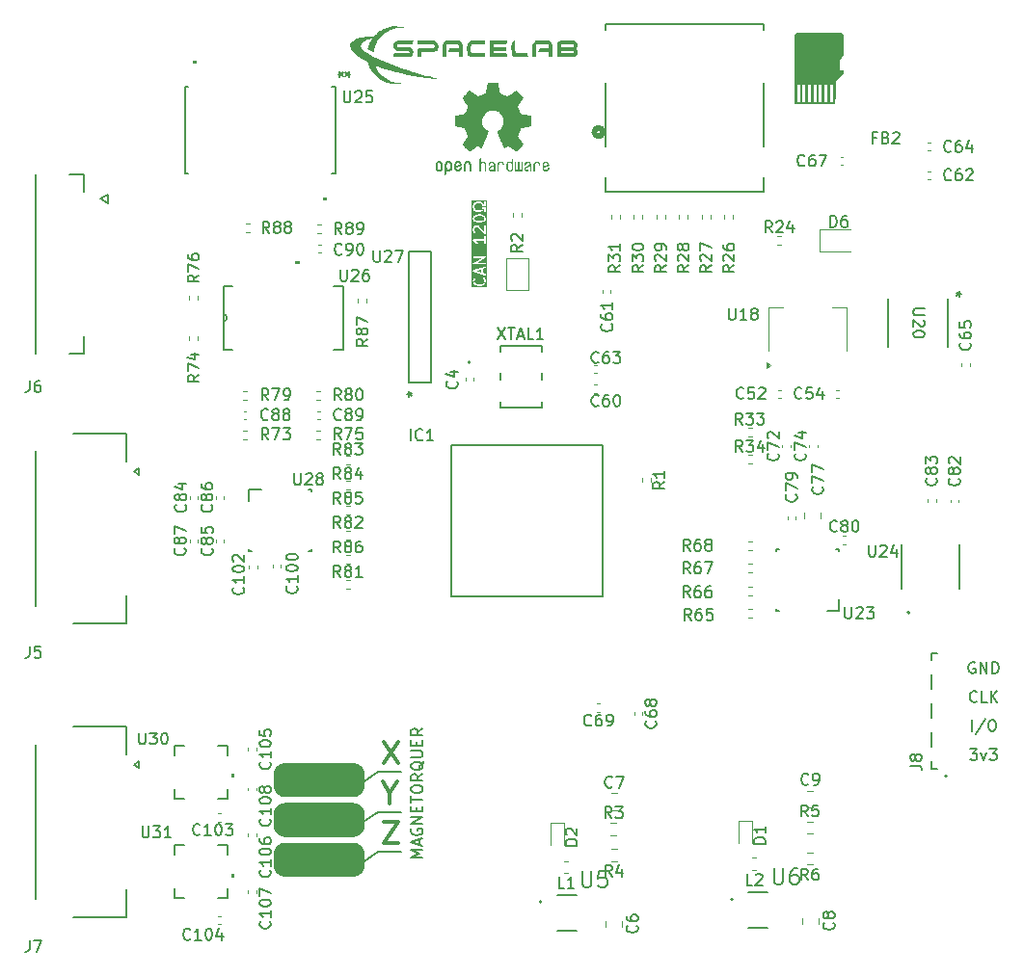
<source format=gbr>
%TF.GenerationSoftware,KiCad,Pcbnew,8.0.7*%
%TF.CreationDate,2025-02-06T16:30:48-03:00*%
%TF.ProjectId,adcs_board,61646373-5f62-46f6-9172-642e6b696361,1.0*%
%TF.SameCoordinates,Original*%
%TF.FileFunction,Legend,Top*%
%TF.FilePolarity,Positive*%
%FSLAX46Y46*%
G04 Gerber Fmt 4.6, Leading zero omitted, Abs format (unit mm)*
G04 Created by KiCad (PCBNEW 8.0.7) date 2025-02-06 16:30:48*
%MOMM*%
%LPD*%
G01*
G04 APERTURE LIST*
%ADD10C,0.000000*%
%ADD11C,0.200000*%
%ADD12C,0.150000*%
%ADD13C,0.300000*%
%ADD14C,0.120000*%
%ADD15C,0.152400*%
%ADD16C,0.508000*%
%ADD17C,0.127000*%
G04 APERTURE END LIST*
D10*
G36*
X118292893Y-121207107D02*
G01*
X118292893Y-121207107D01*
G75*
G02*
X119292893Y-122207107I7J-999993D01*
G01*
X119292893Y-123207107D01*
G75*
G02*
X118292893Y-124207107I-999993J7D01*
G01*
X112292893Y-124207107D01*
G75*
G02*
X111292893Y-123207107I7J1000007D01*
G01*
X111292893Y-122207107D01*
G75*
G02*
X112292893Y-121207107I1000007J7D01*
G01*
X118292893Y-121207107D01*
G37*
D11*
X120500000Y-115000000D02*
X122500000Y-115000000D01*
D10*
G36*
X118292893Y-114207107D02*
G01*
X118292893Y-114207107D01*
G75*
G02*
X119292893Y-115207107I7J-999993D01*
G01*
X119292893Y-116207107D01*
G75*
G02*
X118292893Y-117207107I-999993J7D01*
G01*
X112292893Y-117207107D01*
G75*
G02*
X111292893Y-116207107I7J1000007D01*
G01*
X111292893Y-115207107D01*
G75*
G02*
X112292893Y-114207107I1000007J7D01*
G01*
X118292893Y-114207107D01*
G37*
D11*
X120500000Y-122000000D02*
X122500000Y-122000000D01*
X119000000Y-116000000D02*
X120500000Y-115000000D01*
X119000000Y-123000000D02*
X120500000Y-122000000D01*
X119000000Y-119500000D02*
X120500000Y-118500000D01*
X120500000Y-118500000D02*
X122500000Y-118500000D01*
D10*
G36*
X118292893Y-117707107D02*
G01*
X118292893Y-117707107D01*
G75*
G02*
X119292893Y-118707107I7J-999993D01*
G01*
X119292893Y-119707107D01*
G75*
G02*
X118292893Y-120707107I-999993J7D01*
G01*
X112292893Y-120707107D01*
G75*
G02*
X111292893Y-119707107I7J1000007D01*
G01*
X111292893Y-118707107D01*
G75*
G02*
X112292893Y-117707107I1000007J7D01*
G01*
X118292893Y-117707107D01*
G37*
D12*
X123004819Y-81799999D02*
X123242914Y-81799999D01*
X123147676Y-82038094D02*
X123242914Y-81799999D01*
X123242914Y-81799999D02*
X123147676Y-81561904D01*
X123433390Y-81942856D02*
X123242914Y-81799999D01*
X123242914Y-81799999D02*
X123433390Y-81657142D01*
D11*
X172874435Y-105371338D02*
X172779197Y-105323719D01*
X172779197Y-105323719D02*
X172636340Y-105323719D01*
X172636340Y-105323719D02*
X172493483Y-105371338D01*
X172493483Y-105371338D02*
X172398245Y-105466576D01*
X172398245Y-105466576D02*
X172350626Y-105561814D01*
X172350626Y-105561814D02*
X172303007Y-105752290D01*
X172303007Y-105752290D02*
X172303007Y-105895147D01*
X172303007Y-105895147D02*
X172350626Y-106085623D01*
X172350626Y-106085623D02*
X172398245Y-106180861D01*
X172398245Y-106180861D02*
X172493483Y-106276100D01*
X172493483Y-106276100D02*
X172636340Y-106323719D01*
X172636340Y-106323719D02*
X172731578Y-106323719D01*
X172731578Y-106323719D02*
X172874435Y-106276100D01*
X172874435Y-106276100D02*
X172922054Y-106228480D01*
X172922054Y-106228480D02*
X172922054Y-105895147D01*
X172922054Y-105895147D02*
X172731578Y-105895147D01*
X173350626Y-106323719D02*
X173350626Y-105323719D01*
X173350626Y-105323719D02*
X173922054Y-106323719D01*
X173922054Y-106323719D02*
X173922054Y-105323719D01*
X174398245Y-106323719D02*
X174398245Y-105323719D01*
X174398245Y-105323719D02*
X174636340Y-105323719D01*
X174636340Y-105323719D02*
X174779197Y-105371338D01*
X174779197Y-105371338D02*
X174874435Y-105466576D01*
X174874435Y-105466576D02*
X174922054Y-105561814D01*
X174922054Y-105561814D02*
X174969673Y-105752290D01*
X174969673Y-105752290D02*
X174969673Y-105895147D01*
X174969673Y-105895147D02*
X174922054Y-106085623D01*
X174922054Y-106085623D02*
X174874435Y-106180861D01*
X174874435Y-106180861D02*
X174779197Y-106276100D01*
X174779197Y-106276100D02*
X174636340Y-106323719D01*
X174636340Y-106323719D02*
X174398245Y-106323719D01*
X172445864Y-112943719D02*
X173064911Y-112943719D01*
X173064911Y-112943719D02*
X172731578Y-113324671D01*
X172731578Y-113324671D02*
X172874435Y-113324671D01*
X172874435Y-113324671D02*
X172969673Y-113372290D01*
X172969673Y-113372290D02*
X173017292Y-113419909D01*
X173017292Y-113419909D02*
X173064911Y-113515147D01*
X173064911Y-113515147D02*
X173064911Y-113753242D01*
X173064911Y-113753242D02*
X173017292Y-113848480D01*
X173017292Y-113848480D02*
X172969673Y-113896100D01*
X172969673Y-113896100D02*
X172874435Y-113943719D01*
X172874435Y-113943719D02*
X172588721Y-113943719D01*
X172588721Y-113943719D02*
X172493483Y-113896100D01*
X172493483Y-113896100D02*
X172445864Y-113848480D01*
X173398245Y-113277052D02*
X173636340Y-113943719D01*
X173636340Y-113943719D02*
X173874435Y-113277052D01*
X174160150Y-112943719D02*
X174779197Y-112943719D01*
X174779197Y-112943719D02*
X174445864Y-113324671D01*
X174445864Y-113324671D02*
X174588721Y-113324671D01*
X174588721Y-113324671D02*
X174683959Y-113372290D01*
X174683959Y-113372290D02*
X174731578Y-113419909D01*
X174731578Y-113419909D02*
X174779197Y-113515147D01*
X174779197Y-113515147D02*
X174779197Y-113753242D01*
X174779197Y-113753242D02*
X174731578Y-113848480D01*
X174731578Y-113848480D02*
X174683959Y-113896100D01*
X174683959Y-113896100D02*
X174588721Y-113943719D01*
X174588721Y-113943719D02*
X174303007Y-113943719D01*
X174303007Y-113943719D02*
X174207769Y-113896100D01*
X174207769Y-113896100D02*
X174160150Y-113848480D01*
D12*
G36*
X129509104Y-71106782D02*
G01*
X129106989Y-70972744D01*
X129509104Y-70838705D01*
X129509104Y-71106782D01*
G37*
G36*
X129653166Y-66186365D02*
G01*
X129730153Y-66224859D01*
X129760561Y-66255266D01*
X129794819Y-66323782D01*
X129794819Y-66383610D01*
X129760561Y-66452125D01*
X129730153Y-66482532D01*
X129653166Y-66521026D01*
X129479632Y-66564410D01*
X129260005Y-66564410D01*
X129086471Y-66521026D01*
X129009484Y-66482533D01*
X128979077Y-66452126D01*
X128944819Y-66383610D01*
X128944819Y-66323782D01*
X128979077Y-66255266D01*
X129009484Y-66224859D01*
X129086471Y-66186365D01*
X129260005Y-66142982D01*
X129479632Y-66142982D01*
X129653166Y-66186365D01*
G37*
G36*
X130055930Y-72396950D02*
G01*
X128683708Y-72396950D01*
X128683708Y-71782268D01*
X128794819Y-71782268D01*
X128794819Y-71877506D01*
X128795548Y-71884911D01*
X128795408Y-71886886D01*
X128795998Y-71889483D01*
X128796260Y-71892138D01*
X128797018Y-71893969D01*
X128798668Y-71901223D01*
X128846287Y-72044080D01*
X128852281Y-72057505D01*
X128854046Y-72059540D01*
X128855078Y-72062031D01*
X128864405Y-72073396D01*
X128959643Y-72168634D01*
X128965393Y-72173354D01*
X128966692Y-72174851D01*
X128968946Y-72176270D01*
X128971008Y-72177962D01*
X128972840Y-72178720D01*
X128979135Y-72182683D01*
X129074373Y-72230302D01*
X129075442Y-72230711D01*
X129075878Y-72231034D01*
X129082014Y-72233226D01*
X129088104Y-72235557D01*
X129088644Y-72235595D01*
X129089724Y-72235981D01*
X129280200Y-72283600D01*
X129282736Y-72283975D01*
X129283758Y-72284398D01*
X129289270Y-72284940D01*
X129294744Y-72285750D01*
X129295836Y-72285587D01*
X129298390Y-72285839D01*
X129441247Y-72285839D01*
X129443800Y-72285587D01*
X129444893Y-72285750D01*
X129450366Y-72284940D01*
X129455879Y-72284398D01*
X129456900Y-72283975D01*
X129459437Y-72283600D01*
X129649913Y-72235981D01*
X129650992Y-72235595D01*
X129651532Y-72235557D01*
X129657613Y-72233229D01*
X129663759Y-72231034D01*
X129664194Y-72230711D01*
X129665264Y-72230302D01*
X129760502Y-72182683D01*
X129766798Y-72178719D01*
X129768628Y-72177962D01*
X129770686Y-72176272D01*
X129772945Y-72174851D01*
X129774244Y-72173352D01*
X129779994Y-72168634D01*
X129875233Y-72073396D01*
X129884561Y-72062031D01*
X129885592Y-72059540D01*
X129887357Y-72057506D01*
X129893351Y-72044080D01*
X129940970Y-71901224D01*
X129942619Y-71893968D01*
X129943378Y-71892138D01*
X129943639Y-71889484D01*
X129944230Y-71886887D01*
X129944089Y-71884912D01*
X129944819Y-71877506D01*
X129944819Y-71782268D01*
X129944089Y-71774861D01*
X129944230Y-71772887D01*
X129943639Y-71770289D01*
X129943378Y-71767636D01*
X129942619Y-71765805D01*
X129940970Y-71758550D01*
X129893351Y-71615694D01*
X129887357Y-71602268D01*
X129885590Y-71600231D01*
X129884560Y-71597743D01*
X129875232Y-71586377D01*
X129827612Y-71538758D01*
X129816247Y-71529431D01*
X129789211Y-71518233D01*
X129759948Y-71518233D01*
X129732912Y-71529432D01*
X129712219Y-71550125D01*
X129701021Y-71577161D01*
X129701021Y-71606424D01*
X129712220Y-71633460D01*
X129721548Y-71644826D01*
X129756648Y-71679925D01*
X129794819Y-71794438D01*
X129794819Y-71865336D01*
X129756648Y-71979848D01*
X129682534Y-72053961D01*
X129605547Y-72092455D01*
X129432013Y-72135839D01*
X129307624Y-72135839D01*
X129134090Y-72092455D01*
X129057103Y-72053962D01*
X128982990Y-71979849D01*
X128944819Y-71865335D01*
X128944819Y-71794438D01*
X128982990Y-71679924D01*
X129018090Y-71644825D01*
X129027417Y-71633460D01*
X129038616Y-71606424D01*
X129038616Y-71577161D01*
X129027417Y-71550125D01*
X129006724Y-71529432D01*
X128979688Y-71518233D01*
X128950425Y-71518233D01*
X128923389Y-71529432D01*
X128912024Y-71538759D01*
X128864405Y-71586378D01*
X128855078Y-71597743D01*
X128854046Y-71600233D01*
X128852281Y-71602269D01*
X128846287Y-71615694D01*
X128798668Y-71758551D01*
X128797018Y-71765804D01*
X128796260Y-71767636D01*
X128795998Y-71770290D01*
X128795408Y-71772888D01*
X128795548Y-71774862D01*
X128794819Y-71782268D01*
X128683708Y-71782268D01*
X128683708Y-70963364D01*
X128795408Y-70963364D01*
X128796074Y-70972744D01*
X128795408Y-70982124D01*
X128797103Y-70987209D01*
X128797483Y-70992554D01*
X128801687Y-71000963D01*
X128804662Y-71009887D01*
X128808173Y-71013935D01*
X128810569Y-71018727D01*
X128817673Y-71024889D01*
X128823836Y-71031994D01*
X128828627Y-71034389D01*
X128832676Y-71037901D01*
X128846102Y-71043895D01*
X129846102Y-71377228D01*
X129860438Y-71380488D01*
X129889628Y-71378413D01*
X129915802Y-71365327D01*
X129934976Y-71343219D01*
X129944230Y-71315457D01*
X129942155Y-71286267D01*
X129929068Y-71260094D01*
X129906961Y-71240920D01*
X129893536Y-71234926D01*
X129659104Y-71156782D01*
X129659104Y-70788705D01*
X129893536Y-70710562D01*
X129906961Y-70704568D01*
X129929068Y-70685394D01*
X129942155Y-70659221D01*
X129944230Y-70630031D01*
X129934976Y-70602269D01*
X129915802Y-70580161D01*
X129889628Y-70567075D01*
X129860438Y-70565000D01*
X129846102Y-70568260D01*
X128846102Y-70901593D01*
X128832676Y-70907587D01*
X128828627Y-70911098D01*
X128823836Y-70913494D01*
X128817673Y-70920598D01*
X128810569Y-70926761D01*
X128808173Y-70931552D01*
X128804662Y-70935601D01*
X128801687Y-70944524D01*
X128797483Y-70952934D01*
X128797103Y-70958278D01*
X128795408Y-70963364D01*
X128683708Y-70963364D01*
X128683708Y-70300838D01*
X128795002Y-70300838D01*
X128796260Y-70310734D01*
X128796260Y-70320709D01*
X128798089Y-70325124D01*
X128798692Y-70329868D01*
X128803642Y-70338532D01*
X128807459Y-70347745D01*
X128810837Y-70351123D01*
X128813211Y-70355277D01*
X128821100Y-70361386D01*
X128828151Y-70368437D01*
X128832567Y-70370266D01*
X128836348Y-70373194D01*
X128845971Y-70375818D01*
X128855187Y-70379636D01*
X128862669Y-70380372D01*
X128864580Y-70380894D01*
X128866055Y-70380706D01*
X128869819Y-70381077D01*
X129869819Y-70381077D01*
X129884451Y-70379636D01*
X129911487Y-70368437D01*
X129932179Y-70347745D01*
X129943378Y-70320709D01*
X129943378Y-70291445D01*
X129932179Y-70264409D01*
X129911487Y-70243717D01*
X129884451Y-70232518D01*
X129869819Y-70231077D01*
X129152236Y-70231077D01*
X129907030Y-69799767D01*
X129910114Y-69797577D01*
X129911487Y-69797009D01*
X129912884Y-69795611D01*
X129919019Y-69791257D01*
X129925127Y-69783368D01*
X129932179Y-69776317D01*
X129934009Y-69771898D01*
X129936936Y-69768119D01*
X129939560Y-69758497D01*
X129943378Y-69749281D01*
X129943378Y-69744500D01*
X129944636Y-69739888D01*
X129943378Y-69729991D01*
X129943378Y-69720017D01*
X129941548Y-69715601D01*
X129940946Y-69710858D01*
X129935995Y-69702193D01*
X129932179Y-69692981D01*
X129928800Y-69689602D01*
X129926427Y-69685449D01*
X129918537Y-69679339D01*
X129911487Y-69672289D01*
X129907070Y-69670459D01*
X129903290Y-69667532D01*
X129893666Y-69664907D01*
X129884451Y-69661090D01*
X129876968Y-69660353D01*
X129875058Y-69659832D01*
X129873582Y-69660019D01*
X129869819Y-69659649D01*
X128869819Y-69659649D01*
X128855187Y-69661090D01*
X128828151Y-69672289D01*
X128807459Y-69692981D01*
X128796260Y-69720017D01*
X128796260Y-69749281D01*
X128807459Y-69776317D01*
X128828151Y-69797009D01*
X128855187Y-69808208D01*
X128869819Y-69809649D01*
X129587402Y-69809649D01*
X128832609Y-70240959D01*
X128829525Y-70243147D01*
X128828151Y-70243717D01*
X128826751Y-70245116D01*
X128820619Y-70249469D01*
X128814509Y-70257358D01*
X128807459Y-70264409D01*
X128805629Y-70268825D01*
X128802702Y-70272606D01*
X128800077Y-70282229D01*
X128796260Y-70291445D01*
X128796260Y-70296225D01*
X128795002Y-70300838D01*
X128683708Y-70300838D01*
X128683708Y-68258537D01*
X128794819Y-68258537D01*
X128796260Y-68265741D01*
X128796260Y-68273090D01*
X128799101Y-68279950D01*
X128800558Y-68287231D01*
X128804646Y-68293336D01*
X128807459Y-68300126D01*
X128812709Y-68305376D01*
X128816841Y-68311546D01*
X128828099Y-68320766D01*
X128828151Y-68320818D01*
X128828173Y-68320827D01*
X128828216Y-68320862D01*
X128964894Y-68411980D01*
X129046275Y-68493361D01*
X129088451Y-68577713D01*
X129096283Y-68590156D01*
X129118391Y-68609329D01*
X129146152Y-68618583D01*
X129175342Y-68616509D01*
X129201517Y-68603421D01*
X129220690Y-68581314D01*
X129229944Y-68553552D01*
X129227870Y-68524362D01*
X129222615Y-68510631D01*
X129174996Y-68415393D01*
X129171033Y-68409098D01*
X129170275Y-68407266D01*
X129168583Y-68405204D01*
X129167164Y-68402950D01*
X129165667Y-68401651D01*
X129160947Y-68395901D01*
X129098504Y-68333458D01*
X129794819Y-68333458D01*
X129794819Y-68544172D01*
X129796260Y-68558804D01*
X129807459Y-68585840D01*
X129828151Y-68606532D01*
X129855187Y-68617731D01*
X129884451Y-68617731D01*
X129911487Y-68606532D01*
X129932179Y-68585840D01*
X129943378Y-68558804D01*
X129944819Y-68544172D01*
X129944819Y-67972744D01*
X129943378Y-67958112D01*
X129932179Y-67931076D01*
X129911487Y-67910384D01*
X129884451Y-67899185D01*
X129855187Y-67899185D01*
X129828151Y-67910384D01*
X129807459Y-67931076D01*
X129796260Y-67958112D01*
X129794819Y-67972744D01*
X129794819Y-68183458D01*
X128869819Y-68183458D01*
X128869766Y-68183463D01*
X128869740Y-68183458D01*
X128869663Y-68183473D01*
X128855187Y-68184899D01*
X128848326Y-68187740D01*
X128841046Y-68189197D01*
X128834940Y-68193285D01*
X128828151Y-68196098D01*
X128822900Y-68201348D01*
X128816731Y-68205480D01*
X128812654Y-68211594D01*
X128807459Y-68216790D01*
X128804617Y-68223650D01*
X128800498Y-68229829D01*
X128799072Y-68237037D01*
X128796260Y-68243826D01*
X128796260Y-68251252D01*
X128794819Y-68258537D01*
X128683708Y-68258537D01*
X128683708Y-67210839D01*
X128794819Y-67210839D01*
X128794819Y-67448934D01*
X128796260Y-67463566D01*
X128797291Y-67466055D01*
X128797482Y-67468743D01*
X128802737Y-67482475D01*
X128850356Y-67577713D01*
X128854320Y-67584012D01*
X128855078Y-67585840D01*
X128856766Y-67587896D01*
X128858188Y-67590156D01*
X128859686Y-67591455D01*
X128864405Y-67597205D01*
X128912024Y-67644824D01*
X128923389Y-67654151D01*
X128950425Y-67665350D01*
X128979688Y-67665350D01*
X129006724Y-67654151D01*
X129027417Y-67633458D01*
X129038616Y-67606422D01*
X129038616Y-67577159D01*
X129027417Y-67550123D01*
X129018090Y-67538758D01*
X128979077Y-67499745D01*
X128944819Y-67431229D01*
X128944819Y-67228544D01*
X128979077Y-67160028D01*
X129009484Y-67129621D01*
X129078000Y-67095363D01*
X129143363Y-67095363D01*
X129257876Y-67133534D01*
X129816786Y-67692443D01*
X129828151Y-67701771D01*
X129847268Y-67709689D01*
X129855187Y-67712969D01*
X129855188Y-67712969D01*
X129884451Y-67712969D01*
X129911487Y-67701770D01*
X129932180Y-67681078D01*
X129940098Y-67661960D01*
X129943378Y-67654042D01*
X129944819Y-67639410D01*
X129944819Y-67020363D01*
X129943378Y-67005731D01*
X129932179Y-66978695D01*
X129911487Y-66958003D01*
X129884451Y-66946804D01*
X129855187Y-66946804D01*
X129828151Y-66958003D01*
X129807459Y-66978695D01*
X129796260Y-67005731D01*
X129794819Y-67020363D01*
X129794819Y-67458344D01*
X129351423Y-67014949D01*
X129340058Y-67005622D01*
X129337567Y-67004590D01*
X129335532Y-67002825D01*
X129322107Y-66996831D01*
X129179250Y-66949212D01*
X129171996Y-66947562D01*
X129170165Y-66946804D01*
X129167510Y-66946542D01*
X129164913Y-66945952D01*
X129162938Y-66946092D01*
X129155533Y-66945363D01*
X129060295Y-66945363D01*
X129045663Y-66946804D01*
X129043174Y-66947834D01*
X129040485Y-66948026D01*
X129026754Y-66953281D01*
X128931516Y-67000900D01*
X128925216Y-67004864D01*
X128923389Y-67005622D01*
X128921332Y-67007310D01*
X128919073Y-67008732D01*
X128917773Y-67010230D01*
X128912024Y-67014949D01*
X128864405Y-67062568D01*
X128859686Y-67068317D01*
X128858188Y-67069617D01*
X128856766Y-67071876D01*
X128855078Y-67073933D01*
X128854320Y-67075760D01*
X128850356Y-67082060D01*
X128802737Y-67177298D01*
X128797482Y-67191030D01*
X128797291Y-67193717D01*
X128796260Y-67196207D01*
X128794819Y-67210839D01*
X128683708Y-67210839D01*
X128683708Y-66306077D01*
X128794819Y-66306077D01*
X128794819Y-66401315D01*
X128796260Y-66415947D01*
X128797291Y-66418436D01*
X128797482Y-66421124D01*
X128802737Y-66434856D01*
X128850356Y-66530094D01*
X128854320Y-66536393D01*
X128855078Y-66538221D01*
X128856766Y-66540277D01*
X128858188Y-66542537D01*
X128859686Y-66543836D01*
X128864405Y-66549586D01*
X128912024Y-66597205D01*
X128917773Y-66601923D01*
X128919073Y-66603422D01*
X128921332Y-66604843D01*
X128923389Y-66606532D01*
X128925216Y-66607289D01*
X128931516Y-66611254D01*
X129026754Y-66658873D01*
X129027823Y-66659282D01*
X129028259Y-66659605D01*
X129034395Y-66661797D01*
X129040485Y-66664128D01*
X129041025Y-66664166D01*
X129042105Y-66664552D01*
X129232581Y-66712171D01*
X129235117Y-66712546D01*
X129236139Y-66712969D01*
X129241651Y-66713511D01*
X129247125Y-66714321D01*
X129248217Y-66714158D01*
X129250771Y-66714410D01*
X129488866Y-66714410D01*
X129491419Y-66714158D01*
X129492512Y-66714321D01*
X129497985Y-66713511D01*
X129503498Y-66712969D01*
X129504519Y-66712546D01*
X129507056Y-66712171D01*
X129697532Y-66664552D01*
X129698611Y-66664166D01*
X129699151Y-66664128D01*
X129705232Y-66661800D01*
X129711378Y-66659605D01*
X129711813Y-66659282D01*
X129712883Y-66658873D01*
X129808121Y-66611254D01*
X129814417Y-66607290D01*
X129816247Y-66606533D01*
X129818305Y-66604843D01*
X129820564Y-66603422D01*
X129821863Y-66601923D01*
X129827612Y-66597206D01*
X129875232Y-66549587D01*
X129879950Y-66543837D01*
X129881450Y-66542537D01*
X129882872Y-66540277D01*
X129884560Y-66538221D01*
X129885317Y-66536393D01*
X129889282Y-66530094D01*
X129936901Y-66434856D01*
X129942156Y-66421125D01*
X129942347Y-66418435D01*
X129943378Y-66415947D01*
X129944819Y-66401315D01*
X129944819Y-66306077D01*
X129943378Y-66291445D01*
X129942347Y-66288956D01*
X129942156Y-66286267D01*
X129936901Y-66272536D01*
X129889282Y-66177298D01*
X129885317Y-66170998D01*
X129884560Y-66169171D01*
X129882872Y-66167114D01*
X129881450Y-66164855D01*
X129879950Y-66163554D01*
X129875232Y-66157805D01*
X129827612Y-66110186D01*
X129821863Y-66105468D01*
X129820564Y-66103970D01*
X129818305Y-66102548D01*
X129816247Y-66100859D01*
X129814417Y-66100101D01*
X129808121Y-66096138D01*
X129712883Y-66048519D01*
X129711813Y-66048109D01*
X129711378Y-66047787D01*
X129705232Y-66045591D01*
X129699151Y-66043264D01*
X129698611Y-66043225D01*
X129697532Y-66042840D01*
X129507056Y-65995221D01*
X129504519Y-65994845D01*
X129503498Y-65994423D01*
X129497985Y-65993880D01*
X129492512Y-65993071D01*
X129491419Y-65993233D01*
X129488866Y-65992982D01*
X129250771Y-65992982D01*
X129248217Y-65993233D01*
X129247125Y-65993071D01*
X129241651Y-65993880D01*
X129236139Y-65994423D01*
X129235117Y-65994845D01*
X129232581Y-65995221D01*
X129042105Y-66042840D01*
X129041025Y-66043225D01*
X129040485Y-66043264D01*
X129034395Y-66045594D01*
X129028259Y-66047787D01*
X129027823Y-66048109D01*
X129026754Y-66048519D01*
X128931516Y-66096138D01*
X128925216Y-66100102D01*
X128923389Y-66100860D01*
X128921332Y-66102548D01*
X128919073Y-66103970D01*
X128917773Y-66105468D01*
X128912024Y-66110187D01*
X128864405Y-66157806D01*
X128859686Y-66163555D01*
X128858188Y-66164855D01*
X128856766Y-66167114D01*
X128855078Y-66169171D01*
X128854320Y-66170998D01*
X128850356Y-66177298D01*
X128802737Y-66272536D01*
X128797482Y-66286268D01*
X128797291Y-66288955D01*
X128796260Y-66291445D01*
X128794819Y-66306077D01*
X128683708Y-66306077D01*
X128683708Y-65210839D01*
X128794819Y-65210839D01*
X128794819Y-65401315D01*
X128795548Y-65408720D01*
X128795408Y-65410695D01*
X128795998Y-65413292D01*
X128796260Y-65415947D01*
X128797018Y-65417778D01*
X128798668Y-65425032D01*
X128846287Y-65567889D01*
X128852281Y-65581314D01*
X128854046Y-65583349D01*
X128855078Y-65585840D01*
X128864405Y-65597205D01*
X128959643Y-65692443D01*
X128971008Y-65701771D01*
X128973498Y-65702802D01*
X128975533Y-65704567D01*
X128988959Y-65710561D01*
X129131815Y-65758180D01*
X129139070Y-65759829D01*
X129140901Y-65760588D01*
X129143554Y-65760849D01*
X129146152Y-65761440D01*
X129148126Y-65761299D01*
X129155533Y-65762029D01*
X129393628Y-65762029D01*
X129401033Y-65761299D01*
X129403008Y-65761440D01*
X129405605Y-65760849D01*
X129408260Y-65760588D01*
X129410091Y-65759829D01*
X129417345Y-65758180D01*
X129560202Y-65710561D01*
X129573627Y-65704567D01*
X129575662Y-65702801D01*
X129578153Y-65701770D01*
X129589518Y-65692443D01*
X129684756Y-65597205D01*
X129689476Y-65591454D01*
X129690973Y-65590156D01*
X129692392Y-65587901D01*
X129694084Y-65585840D01*
X129694842Y-65584007D01*
X129698805Y-65577713D01*
X129725695Y-65523934D01*
X129794819Y-65523934D01*
X129794819Y-65687029D01*
X129796260Y-65701661D01*
X129807459Y-65728697D01*
X129828151Y-65749389D01*
X129855187Y-65760588D01*
X129884451Y-65760588D01*
X129911487Y-65749389D01*
X129932179Y-65728697D01*
X129943378Y-65701661D01*
X129944819Y-65687029D01*
X129944819Y-65448934D01*
X129943378Y-65434302D01*
X129932179Y-65407266D01*
X129911487Y-65386574D01*
X129884451Y-65375375D01*
X129869819Y-65373934D01*
X129679342Y-65373934D01*
X129671936Y-65374663D01*
X129669961Y-65374523D01*
X129668535Y-65374998D01*
X129664710Y-65375375D01*
X129653602Y-65379976D01*
X129642200Y-65383777D01*
X129640164Y-65385542D01*
X129637674Y-65386574D01*
X129629176Y-65395071D01*
X129620092Y-65402950D01*
X129618043Y-65406204D01*
X129616982Y-65407266D01*
X129616224Y-65409093D01*
X129612260Y-65415393D01*
X129570084Y-65499745D01*
X129495971Y-65573857D01*
X129381458Y-65612029D01*
X129167703Y-65612029D01*
X129053190Y-65573858D01*
X128982990Y-65503658D01*
X128944819Y-65389144D01*
X128944819Y-65223009D01*
X128982990Y-65108495D01*
X129053190Y-65038296D01*
X129167703Y-65000125D01*
X129381458Y-65000125D01*
X129495971Y-65038296D01*
X129570084Y-65112409D01*
X129612260Y-65196761D01*
X129616224Y-65203060D01*
X129616982Y-65204888D01*
X129618043Y-65205949D01*
X129620092Y-65209204D01*
X129629176Y-65217082D01*
X129637674Y-65225580D01*
X129640164Y-65226611D01*
X129642200Y-65228377D01*
X129653602Y-65232177D01*
X129664710Y-65236779D01*
X129668535Y-65237155D01*
X129669961Y-65237631D01*
X129671936Y-65237490D01*
X129679342Y-65238220D01*
X129869819Y-65238220D01*
X129884451Y-65236779D01*
X129911487Y-65225580D01*
X129932179Y-65204888D01*
X129943378Y-65177852D01*
X129944819Y-65163220D01*
X129944819Y-64925125D01*
X129943378Y-64910493D01*
X129932179Y-64883457D01*
X129911487Y-64862765D01*
X129884451Y-64851566D01*
X129855187Y-64851566D01*
X129828151Y-64862765D01*
X129807459Y-64883457D01*
X129796260Y-64910493D01*
X129794819Y-64925125D01*
X129794819Y-65088220D01*
X129725694Y-65088220D01*
X129698805Y-65034441D01*
X129694842Y-65028146D01*
X129694084Y-65026314D01*
X129692392Y-65024252D01*
X129690973Y-65021998D01*
X129689476Y-65020699D01*
X129684756Y-65014949D01*
X129589518Y-64919711D01*
X129578153Y-64910384D01*
X129575662Y-64909352D01*
X129573627Y-64907587D01*
X129560202Y-64901593D01*
X129417345Y-64853974D01*
X129410091Y-64852324D01*
X129408260Y-64851566D01*
X129405605Y-64851304D01*
X129403008Y-64850714D01*
X129401033Y-64850854D01*
X129393628Y-64850125D01*
X129155533Y-64850125D01*
X129148126Y-64850854D01*
X129146152Y-64850714D01*
X129143554Y-64851304D01*
X129140901Y-64851566D01*
X129139070Y-64852324D01*
X129131815Y-64853974D01*
X128988959Y-64901593D01*
X128975533Y-64907587D01*
X128973498Y-64909351D01*
X128971008Y-64910383D01*
X128959643Y-64919711D01*
X128864405Y-65014949D01*
X128855078Y-65026314D01*
X128854046Y-65028804D01*
X128852281Y-65030840D01*
X128846287Y-65044265D01*
X128798668Y-65187122D01*
X128797018Y-65194375D01*
X128796260Y-65196207D01*
X128795998Y-65198861D01*
X128795408Y-65201459D01*
X128795548Y-65203433D01*
X128794819Y-65210839D01*
X128683708Y-65210839D01*
X128683708Y-64739014D01*
X130055930Y-64739014D01*
X130055930Y-72396950D01*
G37*
X124369819Y-122507173D02*
X123369819Y-122507173D01*
X123369819Y-122507173D02*
X124084104Y-122173840D01*
X124084104Y-122173840D02*
X123369819Y-121840507D01*
X123369819Y-121840507D02*
X124369819Y-121840507D01*
X124084104Y-121411935D02*
X124084104Y-120935745D01*
X124369819Y-121507173D02*
X123369819Y-121173840D01*
X123369819Y-121173840D02*
X124369819Y-120840507D01*
X123417438Y-119983364D02*
X123369819Y-120078602D01*
X123369819Y-120078602D02*
X123369819Y-120221459D01*
X123369819Y-120221459D02*
X123417438Y-120364316D01*
X123417438Y-120364316D02*
X123512676Y-120459554D01*
X123512676Y-120459554D02*
X123607914Y-120507173D01*
X123607914Y-120507173D02*
X123798390Y-120554792D01*
X123798390Y-120554792D02*
X123941247Y-120554792D01*
X123941247Y-120554792D02*
X124131723Y-120507173D01*
X124131723Y-120507173D02*
X124226961Y-120459554D01*
X124226961Y-120459554D02*
X124322200Y-120364316D01*
X124322200Y-120364316D02*
X124369819Y-120221459D01*
X124369819Y-120221459D02*
X124369819Y-120126221D01*
X124369819Y-120126221D02*
X124322200Y-119983364D01*
X124322200Y-119983364D02*
X124274580Y-119935745D01*
X124274580Y-119935745D02*
X123941247Y-119935745D01*
X123941247Y-119935745D02*
X123941247Y-120126221D01*
X124369819Y-119507173D02*
X123369819Y-119507173D01*
X123369819Y-119507173D02*
X124369819Y-118935745D01*
X124369819Y-118935745D02*
X123369819Y-118935745D01*
X123846009Y-118459554D02*
X123846009Y-118126221D01*
X124369819Y-117983364D02*
X124369819Y-118459554D01*
X124369819Y-118459554D02*
X123369819Y-118459554D01*
X123369819Y-118459554D02*
X123369819Y-117983364D01*
X123369819Y-117697649D02*
X123369819Y-117126221D01*
X124369819Y-117411935D02*
X123369819Y-117411935D01*
X123369819Y-116602411D02*
X123369819Y-116411935D01*
X123369819Y-116411935D02*
X123417438Y-116316697D01*
X123417438Y-116316697D02*
X123512676Y-116221459D01*
X123512676Y-116221459D02*
X123703152Y-116173840D01*
X123703152Y-116173840D02*
X124036485Y-116173840D01*
X124036485Y-116173840D02*
X124226961Y-116221459D01*
X124226961Y-116221459D02*
X124322200Y-116316697D01*
X124322200Y-116316697D02*
X124369819Y-116411935D01*
X124369819Y-116411935D02*
X124369819Y-116602411D01*
X124369819Y-116602411D02*
X124322200Y-116697649D01*
X124322200Y-116697649D02*
X124226961Y-116792887D01*
X124226961Y-116792887D02*
X124036485Y-116840506D01*
X124036485Y-116840506D02*
X123703152Y-116840506D01*
X123703152Y-116840506D02*
X123512676Y-116792887D01*
X123512676Y-116792887D02*
X123417438Y-116697649D01*
X123417438Y-116697649D02*
X123369819Y-116602411D01*
X124369819Y-115173840D02*
X123893628Y-115507173D01*
X124369819Y-115745268D02*
X123369819Y-115745268D01*
X123369819Y-115745268D02*
X123369819Y-115364316D01*
X123369819Y-115364316D02*
X123417438Y-115269078D01*
X123417438Y-115269078D02*
X123465057Y-115221459D01*
X123465057Y-115221459D02*
X123560295Y-115173840D01*
X123560295Y-115173840D02*
X123703152Y-115173840D01*
X123703152Y-115173840D02*
X123798390Y-115221459D01*
X123798390Y-115221459D02*
X123846009Y-115269078D01*
X123846009Y-115269078D02*
X123893628Y-115364316D01*
X123893628Y-115364316D02*
X123893628Y-115745268D01*
X124465057Y-114078602D02*
X124417438Y-114173840D01*
X124417438Y-114173840D02*
X124322200Y-114269078D01*
X124322200Y-114269078D02*
X124179342Y-114411935D01*
X124179342Y-114411935D02*
X124131723Y-114507173D01*
X124131723Y-114507173D02*
X124131723Y-114602411D01*
X124369819Y-114554792D02*
X124322200Y-114650030D01*
X124322200Y-114650030D02*
X124226961Y-114745268D01*
X124226961Y-114745268D02*
X124036485Y-114792887D01*
X124036485Y-114792887D02*
X123703152Y-114792887D01*
X123703152Y-114792887D02*
X123512676Y-114745268D01*
X123512676Y-114745268D02*
X123417438Y-114650030D01*
X123417438Y-114650030D02*
X123369819Y-114554792D01*
X123369819Y-114554792D02*
X123369819Y-114364316D01*
X123369819Y-114364316D02*
X123417438Y-114269078D01*
X123417438Y-114269078D02*
X123512676Y-114173840D01*
X123512676Y-114173840D02*
X123703152Y-114126221D01*
X123703152Y-114126221D02*
X124036485Y-114126221D01*
X124036485Y-114126221D02*
X124226961Y-114173840D01*
X124226961Y-114173840D02*
X124322200Y-114269078D01*
X124322200Y-114269078D02*
X124369819Y-114364316D01*
X124369819Y-114364316D02*
X124369819Y-114554792D01*
X123369819Y-113697649D02*
X124179342Y-113697649D01*
X124179342Y-113697649D02*
X124274580Y-113650030D01*
X124274580Y-113650030D02*
X124322200Y-113602411D01*
X124322200Y-113602411D02*
X124369819Y-113507173D01*
X124369819Y-113507173D02*
X124369819Y-113316697D01*
X124369819Y-113316697D02*
X124322200Y-113221459D01*
X124322200Y-113221459D02*
X124274580Y-113173840D01*
X124274580Y-113173840D02*
X124179342Y-113126221D01*
X124179342Y-113126221D02*
X123369819Y-113126221D01*
X123846009Y-112650030D02*
X123846009Y-112316697D01*
X124369819Y-112173840D02*
X124369819Y-112650030D01*
X124369819Y-112650030D02*
X123369819Y-112650030D01*
X123369819Y-112650030D02*
X123369819Y-112173840D01*
X124369819Y-111173840D02*
X123893628Y-111507173D01*
X124369819Y-111745268D02*
X123369819Y-111745268D01*
X123369819Y-111745268D02*
X123369819Y-111364316D01*
X123369819Y-111364316D02*
X123417438Y-111269078D01*
X123417438Y-111269078D02*
X123465057Y-111221459D01*
X123465057Y-111221459D02*
X123560295Y-111173840D01*
X123560295Y-111173840D02*
X123703152Y-111173840D01*
X123703152Y-111173840D02*
X123798390Y-111221459D01*
X123798390Y-111221459D02*
X123846009Y-111269078D01*
X123846009Y-111269078D02*
X123893628Y-111364316D01*
X123893628Y-111364316D02*
X123893628Y-111745268D01*
D13*
X120968796Y-119351876D02*
X122235463Y-119351876D01*
X122235463Y-119351876D02*
X120968796Y-121251876D01*
X120968796Y-121251876D02*
X122235463Y-121251876D01*
D11*
X172588721Y-111403719D02*
X172588721Y-110403719D01*
X173779196Y-110356100D02*
X172922054Y-111641814D01*
X174303006Y-110403719D02*
X174493482Y-110403719D01*
X174493482Y-110403719D02*
X174588720Y-110451338D01*
X174588720Y-110451338D02*
X174683958Y-110546576D01*
X174683958Y-110546576D02*
X174731577Y-110737052D01*
X174731577Y-110737052D02*
X174731577Y-111070385D01*
X174731577Y-111070385D02*
X174683958Y-111260861D01*
X174683958Y-111260861D02*
X174588720Y-111356100D01*
X174588720Y-111356100D02*
X174493482Y-111403719D01*
X174493482Y-111403719D02*
X174303006Y-111403719D01*
X174303006Y-111403719D02*
X174207768Y-111356100D01*
X174207768Y-111356100D02*
X174112530Y-111260861D01*
X174112530Y-111260861D02*
X174064911Y-111070385D01*
X174064911Y-111070385D02*
X174064911Y-110737052D01*
X174064911Y-110737052D02*
X174112530Y-110546576D01*
X174112530Y-110546576D02*
X174207768Y-110451338D01*
X174207768Y-110451338D02*
X174303006Y-110403719D01*
D13*
X120968796Y-112351876D02*
X122235463Y-114251876D01*
X122235463Y-112351876D02*
X120968796Y-114251876D01*
X121511653Y-116847114D02*
X121511653Y-117751876D01*
X120878320Y-115851876D02*
X121511653Y-116847114D01*
X121511653Y-116847114D02*
X122144987Y-115851876D01*
D11*
X173041101Y-108768480D02*
X172993482Y-108816100D01*
X172993482Y-108816100D02*
X172850625Y-108863719D01*
X172850625Y-108863719D02*
X172755387Y-108863719D01*
X172755387Y-108863719D02*
X172612530Y-108816100D01*
X172612530Y-108816100D02*
X172517292Y-108720861D01*
X172517292Y-108720861D02*
X172469673Y-108625623D01*
X172469673Y-108625623D02*
X172422054Y-108435147D01*
X172422054Y-108435147D02*
X172422054Y-108292290D01*
X172422054Y-108292290D02*
X172469673Y-108101814D01*
X172469673Y-108101814D02*
X172517292Y-108006576D01*
X172517292Y-108006576D02*
X172612530Y-107911338D01*
X172612530Y-107911338D02*
X172755387Y-107863719D01*
X172755387Y-107863719D02*
X172850625Y-107863719D01*
X172850625Y-107863719D02*
X172993482Y-107911338D01*
X172993482Y-107911338D02*
X173041101Y-107958957D01*
X173945863Y-108863719D02*
X173469673Y-108863719D01*
X173469673Y-108863719D02*
X173469673Y-107863719D01*
X174279197Y-108863719D02*
X174279197Y-107863719D01*
X174850625Y-108863719D02*
X174422054Y-108292290D01*
X174850625Y-107863719D02*
X174279197Y-108435147D01*
D12*
X147957142Y-101654819D02*
X147623809Y-101178628D01*
X147385714Y-101654819D02*
X147385714Y-100654819D01*
X147385714Y-100654819D02*
X147766666Y-100654819D01*
X147766666Y-100654819D02*
X147861904Y-100702438D01*
X147861904Y-100702438D02*
X147909523Y-100750057D01*
X147909523Y-100750057D02*
X147957142Y-100845295D01*
X147957142Y-100845295D02*
X147957142Y-100988152D01*
X147957142Y-100988152D02*
X147909523Y-101083390D01*
X147909523Y-101083390D02*
X147861904Y-101131009D01*
X147861904Y-101131009D02*
X147766666Y-101178628D01*
X147766666Y-101178628D02*
X147385714Y-101178628D01*
X148814285Y-100654819D02*
X148623809Y-100654819D01*
X148623809Y-100654819D02*
X148528571Y-100702438D01*
X148528571Y-100702438D02*
X148480952Y-100750057D01*
X148480952Y-100750057D02*
X148385714Y-100892914D01*
X148385714Y-100892914D02*
X148338095Y-101083390D01*
X148338095Y-101083390D02*
X148338095Y-101464342D01*
X148338095Y-101464342D02*
X148385714Y-101559580D01*
X148385714Y-101559580D02*
X148433333Y-101607200D01*
X148433333Y-101607200D02*
X148528571Y-101654819D01*
X148528571Y-101654819D02*
X148719047Y-101654819D01*
X148719047Y-101654819D02*
X148814285Y-101607200D01*
X148814285Y-101607200D02*
X148861904Y-101559580D01*
X148861904Y-101559580D02*
X148909523Y-101464342D01*
X148909523Y-101464342D02*
X148909523Y-101226247D01*
X148909523Y-101226247D02*
X148861904Y-101131009D01*
X148861904Y-101131009D02*
X148814285Y-101083390D01*
X148814285Y-101083390D02*
X148719047Y-101035771D01*
X148719047Y-101035771D02*
X148528571Y-101035771D01*
X148528571Y-101035771D02*
X148433333Y-101083390D01*
X148433333Y-101083390D02*
X148385714Y-101131009D01*
X148385714Y-101131009D02*
X148338095Y-101226247D01*
X149814285Y-100654819D02*
X149338095Y-100654819D01*
X149338095Y-100654819D02*
X149290476Y-101131009D01*
X149290476Y-101131009D02*
X149338095Y-101083390D01*
X149338095Y-101083390D02*
X149433333Y-101035771D01*
X149433333Y-101035771D02*
X149671428Y-101035771D01*
X149671428Y-101035771D02*
X149766666Y-101083390D01*
X149766666Y-101083390D02*
X149814285Y-101131009D01*
X149814285Y-101131009D02*
X149861904Y-101226247D01*
X149861904Y-101226247D02*
X149861904Y-101464342D01*
X149861904Y-101464342D02*
X149814285Y-101559580D01*
X149814285Y-101559580D02*
X149766666Y-101607200D01*
X149766666Y-101607200D02*
X149671428Y-101654819D01*
X149671428Y-101654819D02*
X149433333Y-101654819D01*
X149433333Y-101654819D02*
X149338095Y-101607200D01*
X149338095Y-101607200D02*
X149290476Y-101559580D01*
X172429580Y-77285357D02*
X172477200Y-77332976D01*
X172477200Y-77332976D02*
X172524819Y-77475833D01*
X172524819Y-77475833D02*
X172524819Y-77571071D01*
X172524819Y-77571071D02*
X172477200Y-77713928D01*
X172477200Y-77713928D02*
X172381961Y-77809166D01*
X172381961Y-77809166D02*
X172286723Y-77856785D01*
X172286723Y-77856785D02*
X172096247Y-77904404D01*
X172096247Y-77904404D02*
X171953390Y-77904404D01*
X171953390Y-77904404D02*
X171762914Y-77856785D01*
X171762914Y-77856785D02*
X171667676Y-77809166D01*
X171667676Y-77809166D02*
X171572438Y-77713928D01*
X171572438Y-77713928D02*
X171524819Y-77571071D01*
X171524819Y-77571071D02*
X171524819Y-77475833D01*
X171524819Y-77475833D02*
X171572438Y-77332976D01*
X171572438Y-77332976D02*
X171620057Y-77285357D01*
X171524819Y-76428214D02*
X171524819Y-76618690D01*
X171524819Y-76618690D02*
X171572438Y-76713928D01*
X171572438Y-76713928D02*
X171620057Y-76761547D01*
X171620057Y-76761547D02*
X171762914Y-76856785D01*
X171762914Y-76856785D02*
X171953390Y-76904404D01*
X171953390Y-76904404D02*
X172334342Y-76904404D01*
X172334342Y-76904404D02*
X172429580Y-76856785D01*
X172429580Y-76856785D02*
X172477200Y-76809166D01*
X172477200Y-76809166D02*
X172524819Y-76713928D01*
X172524819Y-76713928D02*
X172524819Y-76523452D01*
X172524819Y-76523452D02*
X172477200Y-76428214D01*
X172477200Y-76428214D02*
X172429580Y-76380595D01*
X172429580Y-76380595D02*
X172334342Y-76332976D01*
X172334342Y-76332976D02*
X172096247Y-76332976D01*
X172096247Y-76332976D02*
X172001009Y-76380595D01*
X172001009Y-76380595D02*
X171953390Y-76428214D01*
X171953390Y-76428214D02*
X171905771Y-76523452D01*
X171905771Y-76523452D02*
X171905771Y-76713928D01*
X171905771Y-76713928D02*
X171953390Y-76809166D01*
X171953390Y-76809166D02*
X172001009Y-76856785D01*
X172001009Y-76856785D02*
X172096247Y-76904404D01*
X171524819Y-75428214D02*
X171524819Y-75904404D01*
X171524819Y-75904404D02*
X172001009Y-75952023D01*
X172001009Y-75952023D02*
X171953390Y-75904404D01*
X171953390Y-75904404D02*
X171905771Y-75809166D01*
X171905771Y-75809166D02*
X171905771Y-75571071D01*
X171905771Y-75571071D02*
X171953390Y-75475833D01*
X171953390Y-75475833D02*
X172001009Y-75428214D01*
X172001009Y-75428214D02*
X172096247Y-75380595D01*
X172096247Y-75380595D02*
X172334342Y-75380595D01*
X172334342Y-75380595D02*
X172429580Y-75428214D01*
X172429580Y-75428214D02*
X172477200Y-75475833D01*
X172477200Y-75475833D02*
X172524819Y-75571071D01*
X172524819Y-75571071D02*
X172524819Y-75809166D01*
X172524819Y-75809166D02*
X172477200Y-75904404D01*
X172477200Y-75904404D02*
X172429580Y-75952023D01*
X139824642Y-82759580D02*
X139777023Y-82807200D01*
X139777023Y-82807200D02*
X139634166Y-82854819D01*
X139634166Y-82854819D02*
X139538928Y-82854819D01*
X139538928Y-82854819D02*
X139396071Y-82807200D01*
X139396071Y-82807200D02*
X139300833Y-82711961D01*
X139300833Y-82711961D02*
X139253214Y-82616723D01*
X139253214Y-82616723D02*
X139205595Y-82426247D01*
X139205595Y-82426247D02*
X139205595Y-82283390D01*
X139205595Y-82283390D02*
X139253214Y-82092914D01*
X139253214Y-82092914D02*
X139300833Y-81997676D01*
X139300833Y-81997676D02*
X139396071Y-81902438D01*
X139396071Y-81902438D02*
X139538928Y-81854819D01*
X139538928Y-81854819D02*
X139634166Y-81854819D01*
X139634166Y-81854819D02*
X139777023Y-81902438D01*
X139777023Y-81902438D02*
X139824642Y-81950057D01*
X140681785Y-81854819D02*
X140491309Y-81854819D01*
X140491309Y-81854819D02*
X140396071Y-81902438D01*
X140396071Y-81902438D02*
X140348452Y-81950057D01*
X140348452Y-81950057D02*
X140253214Y-82092914D01*
X140253214Y-82092914D02*
X140205595Y-82283390D01*
X140205595Y-82283390D02*
X140205595Y-82664342D01*
X140205595Y-82664342D02*
X140253214Y-82759580D01*
X140253214Y-82759580D02*
X140300833Y-82807200D01*
X140300833Y-82807200D02*
X140396071Y-82854819D01*
X140396071Y-82854819D02*
X140586547Y-82854819D01*
X140586547Y-82854819D02*
X140681785Y-82807200D01*
X140681785Y-82807200D02*
X140729404Y-82759580D01*
X140729404Y-82759580D02*
X140777023Y-82664342D01*
X140777023Y-82664342D02*
X140777023Y-82426247D01*
X140777023Y-82426247D02*
X140729404Y-82331009D01*
X140729404Y-82331009D02*
X140681785Y-82283390D01*
X140681785Y-82283390D02*
X140586547Y-82235771D01*
X140586547Y-82235771D02*
X140396071Y-82235771D01*
X140396071Y-82235771D02*
X140300833Y-82283390D01*
X140300833Y-82283390D02*
X140253214Y-82331009D01*
X140253214Y-82331009D02*
X140205595Y-82426247D01*
X141396071Y-81854819D02*
X141491309Y-81854819D01*
X141491309Y-81854819D02*
X141586547Y-81902438D01*
X141586547Y-81902438D02*
X141634166Y-81950057D01*
X141634166Y-81950057D02*
X141681785Y-82045295D01*
X141681785Y-82045295D02*
X141729404Y-82235771D01*
X141729404Y-82235771D02*
X141729404Y-82473866D01*
X141729404Y-82473866D02*
X141681785Y-82664342D01*
X141681785Y-82664342D02*
X141634166Y-82759580D01*
X141634166Y-82759580D02*
X141586547Y-82807200D01*
X141586547Y-82807200D02*
X141491309Y-82854819D01*
X141491309Y-82854819D02*
X141396071Y-82854819D01*
X141396071Y-82854819D02*
X141300833Y-82807200D01*
X141300833Y-82807200D02*
X141253214Y-82759580D01*
X141253214Y-82759580D02*
X141205595Y-82664342D01*
X141205595Y-82664342D02*
X141157976Y-82473866D01*
X141157976Y-82473866D02*
X141157976Y-82235771D01*
X141157976Y-82235771D02*
X141205595Y-82045295D01*
X141205595Y-82045295D02*
X141253214Y-81950057D01*
X141253214Y-81950057D02*
X141300833Y-81902438D01*
X141300833Y-81902438D02*
X141396071Y-81854819D01*
X120061905Y-69154819D02*
X120061905Y-69964342D01*
X120061905Y-69964342D02*
X120109524Y-70059580D01*
X120109524Y-70059580D02*
X120157143Y-70107200D01*
X120157143Y-70107200D02*
X120252381Y-70154819D01*
X120252381Y-70154819D02*
X120442857Y-70154819D01*
X120442857Y-70154819D02*
X120538095Y-70107200D01*
X120538095Y-70107200D02*
X120585714Y-70059580D01*
X120585714Y-70059580D02*
X120633333Y-69964342D01*
X120633333Y-69964342D02*
X120633333Y-69154819D01*
X121061905Y-69250057D02*
X121109524Y-69202438D01*
X121109524Y-69202438D02*
X121204762Y-69154819D01*
X121204762Y-69154819D02*
X121442857Y-69154819D01*
X121442857Y-69154819D02*
X121538095Y-69202438D01*
X121538095Y-69202438D02*
X121585714Y-69250057D01*
X121585714Y-69250057D02*
X121633333Y-69345295D01*
X121633333Y-69345295D02*
X121633333Y-69440533D01*
X121633333Y-69440533D02*
X121585714Y-69583390D01*
X121585714Y-69583390D02*
X121014286Y-70154819D01*
X121014286Y-70154819D02*
X121633333Y-70154819D01*
X121966667Y-69154819D02*
X122633333Y-69154819D01*
X122633333Y-69154819D02*
X122204762Y-70154819D01*
X143774819Y-70470358D02*
X143298628Y-70803691D01*
X143774819Y-71041786D02*
X142774819Y-71041786D01*
X142774819Y-71041786D02*
X142774819Y-70660834D01*
X142774819Y-70660834D02*
X142822438Y-70565596D01*
X142822438Y-70565596D02*
X142870057Y-70517977D01*
X142870057Y-70517977D02*
X142965295Y-70470358D01*
X142965295Y-70470358D02*
X143108152Y-70470358D01*
X143108152Y-70470358D02*
X143203390Y-70517977D01*
X143203390Y-70517977D02*
X143251009Y-70565596D01*
X143251009Y-70565596D02*
X143298628Y-70660834D01*
X143298628Y-70660834D02*
X143298628Y-71041786D01*
X142774819Y-70137024D02*
X142774819Y-69517977D01*
X142774819Y-69517977D02*
X143155771Y-69851310D01*
X143155771Y-69851310D02*
X143155771Y-69708453D01*
X143155771Y-69708453D02*
X143203390Y-69613215D01*
X143203390Y-69613215D02*
X143251009Y-69565596D01*
X143251009Y-69565596D02*
X143346247Y-69517977D01*
X143346247Y-69517977D02*
X143584342Y-69517977D01*
X143584342Y-69517977D02*
X143679580Y-69565596D01*
X143679580Y-69565596D02*
X143727200Y-69613215D01*
X143727200Y-69613215D02*
X143774819Y-69708453D01*
X143774819Y-69708453D02*
X143774819Y-69994167D01*
X143774819Y-69994167D02*
X143727200Y-70089405D01*
X143727200Y-70089405D02*
X143679580Y-70137024D01*
X142774819Y-68898929D02*
X142774819Y-68803691D01*
X142774819Y-68803691D02*
X142822438Y-68708453D01*
X142822438Y-68708453D02*
X142870057Y-68660834D01*
X142870057Y-68660834D02*
X142965295Y-68613215D01*
X142965295Y-68613215D02*
X143155771Y-68565596D01*
X143155771Y-68565596D02*
X143393866Y-68565596D01*
X143393866Y-68565596D02*
X143584342Y-68613215D01*
X143584342Y-68613215D02*
X143679580Y-68660834D01*
X143679580Y-68660834D02*
X143727200Y-68708453D01*
X143727200Y-68708453D02*
X143774819Y-68803691D01*
X143774819Y-68803691D02*
X143774819Y-68898929D01*
X143774819Y-68898929D02*
X143727200Y-68994167D01*
X143727200Y-68994167D02*
X143679580Y-69041786D01*
X143679580Y-69041786D02*
X143584342Y-69089405D01*
X143584342Y-69089405D02*
X143393866Y-69137024D01*
X143393866Y-69137024D02*
X143155771Y-69137024D01*
X143155771Y-69137024D02*
X142965295Y-69089405D01*
X142965295Y-69089405D02*
X142870057Y-69041786D01*
X142870057Y-69041786D02*
X142822438Y-68994167D01*
X142822438Y-68994167D02*
X142774819Y-68898929D01*
X147857142Y-95554819D02*
X147523809Y-95078628D01*
X147285714Y-95554819D02*
X147285714Y-94554819D01*
X147285714Y-94554819D02*
X147666666Y-94554819D01*
X147666666Y-94554819D02*
X147761904Y-94602438D01*
X147761904Y-94602438D02*
X147809523Y-94650057D01*
X147809523Y-94650057D02*
X147857142Y-94745295D01*
X147857142Y-94745295D02*
X147857142Y-94888152D01*
X147857142Y-94888152D02*
X147809523Y-94983390D01*
X147809523Y-94983390D02*
X147761904Y-95031009D01*
X147761904Y-95031009D02*
X147666666Y-95078628D01*
X147666666Y-95078628D02*
X147285714Y-95078628D01*
X148714285Y-94554819D02*
X148523809Y-94554819D01*
X148523809Y-94554819D02*
X148428571Y-94602438D01*
X148428571Y-94602438D02*
X148380952Y-94650057D01*
X148380952Y-94650057D02*
X148285714Y-94792914D01*
X148285714Y-94792914D02*
X148238095Y-94983390D01*
X148238095Y-94983390D02*
X148238095Y-95364342D01*
X148238095Y-95364342D02*
X148285714Y-95459580D01*
X148285714Y-95459580D02*
X148333333Y-95507200D01*
X148333333Y-95507200D02*
X148428571Y-95554819D01*
X148428571Y-95554819D02*
X148619047Y-95554819D01*
X148619047Y-95554819D02*
X148714285Y-95507200D01*
X148714285Y-95507200D02*
X148761904Y-95459580D01*
X148761904Y-95459580D02*
X148809523Y-95364342D01*
X148809523Y-95364342D02*
X148809523Y-95126247D01*
X148809523Y-95126247D02*
X148761904Y-95031009D01*
X148761904Y-95031009D02*
X148714285Y-94983390D01*
X148714285Y-94983390D02*
X148619047Y-94935771D01*
X148619047Y-94935771D02*
X148428571Y-94935771D01*
X148428571Y-94935771D02*
X148333333Y-94983390D01*
X148333333Y-94983390D02*
X148285714Y-95031009D01*
X148285714Y-95031009D02*
X148238095Y-95126247D01*
X149380952Y-94983390D02*
X149285714Y-94935771D01*
X149285714Y-94935771D02*
X149238095Y-94888152D01*
X149238095Y-94888152D02*
X149190476Y-94792914D01*
X149190476Y-94792914D02*
X149190476Y-94745295D01*
X149190476Y-94745295D02*
X149238095Y-94650057D01*
X149238095Y-94650057D02*
X149285714Y-94602438D01*
X149285714Y-94602438D02*
X149380952Y-94554819D01*
X149380952Y-94554819D02*
X149571428Y-94554819D01*
X149571428Y-94554819D02*
X149666666Y-94602438D01*
X149666666Y-94602438D02*
X149714285Y-94650057D01*
X149714285Y-94650057D02*
X149761904Y-94745295D01*
X149761904Y-94745295D02*
X149761904Y-94792914D01*
X149761904Y-94792914D02*
X149714285Y-94888152D01*
X149714285Y-94888152D02*
X149666666Y-94935771D01*
X149666666Y-94935771D02*
X149571428Y-94983390D01*
X149571428Y-94983390D02*
X149380952Y-94983390D01*
X149380952Y-94983390D02*
X149285714Y-95031009D01*
X149285714Y-95031009D02*
X149238095Y-95078628D01*
X149238095Y-95078628D02*
X149190476Y-95173866D01*
X149190476Y-95173866D02*
X149190476Y-95364342D01*
X149190476Y-95364342D02*
X149238095Y-95459580D01*
X149238095Y-95459580D02*
X149285714Y-95507200D01*
X149285714Y-95507200D02*
X149380952Y-95554819D01*
X149380952Y-95554819D02*
X149571428Y-95554819D01*
X149571428Y-95554819D02*
X149666666Y-95507200D01*
X149666666Y-95507200D02*
X149714285Y-95459580D01*
X149714285Y-95459580D02*
X149761904Y-95364342D01*
X149761904Y-95364342D02*
X149761904Y-95173866D01*
X149761904Y-95173866D02*
X149714285Y-95078628D01*
X149714285Y-95078628D02*
X149666666Y-95031009D01*
X149666666Y-95031009D02*
X149571428Y-94983390D01*
X157915842Y-61659580D02*
X157868223Y-61707200D01*
X157868223Y-61707200D02*
X157725366Y-61754819D01*
X157725366Y-61754819D02*
X157630128Y-61754819D01*
X157630128Y-61754819D02*
X157487271Y-61707200D01*
X157487271Y-61707200D02*
X157392033Y-61611961D01*
X157392033Y-61611961D02*
X157344414Y-61516723D01*
X157344414Y-61516723D02*
X157296795Y-61326247D01*
X157296795Y-61326247D02*
X157296795Y-61183390D01*
X157296795Y-61183390D02*
X157344414Y-60992914D01*
X157344414Y-60992914D02*
X157392033Y-60897676D01*
X157392033Y-60897676D02*
X157487271Y-60802438D01*
X157487271Y-60802438D02*
X157630128Y-60754819D01*
X157630128Y-60754819D02*
X157725366Y-60754819D01*
X157725366Y-60754819D02*
X157868223Y-60802438D01*
X157868223Y-60802438D02*
X157915842Y-60850057D01*
X158772985Y-60754819D02*
X158582509Y-60754819D01*
X158582509Y-60754819D02*
X158487271Y-60802438D01*
X158487271Y-60802438D02*
X158439652Y-60850057D01*
X158439652Y-60850057D02*
X158344414Y-60992914D01*
X158344414Y-60992914D02*
X158296795Y-61183390D01*
X158296795Y-61183390D02*
X158296795Y-61564342D01*
X158296795Y-61564342D02*
X158344414Y-61659580D01*
X158344414Y-61659580D02*
X158392033Y-61707200D01*
X158392033Y-61707200D02*
X158487271Y-61754819D01*
X158487271Y-61754819D02*
X158677747Y-61754819D01*
X158677747Y-61754819D02*
X158772985Y-61707200D01*
X158772985Y-61707200D02*
X158820604Y-61659580D01*
X158820604Y-61659580D02*
X158868223Y-61564342D01*
X158868223Y-61564342D02*
X158868223Y-61326247D01*
X158868223Y-61326247D02*
X158820604Y-61231009D01*
X158820604Y-61231009D02*
X158772985Y-61183390D01*
X158772985Y-61183390D02*
X158677747Y-61135771D01*
X158677747Y-61135771D02*
X158487271Y-61135771D01*
X158487271Y-61135771D02*
X158392033Y-61183390D01*
X158392033Y-61183390D02*
X158344414Y-61231009D01*
X158344414Y-61231009D02*
X158296795Y-61326247D01*
X159201557Y-60754819D02*
X159868223Y-60754819D01*
X159868223Y-60754819D02*
X159439652Y-61754819D01*
X157159580Y-90610357D02*
X157207200Y-90657976D01*
X157207200Y-90657976D02*
X157254819Y-90800833D01*
X157254819Y-90800833D02*
X157254819Y-90896071D01*
X157254819Y-90896071D02*
X157207200Y-91038928D01*
X157207200Y-91038928D02*
X157111961Y-91134166D01*
X157111961Y-91134166D02*
X157016723Y-91181785D01*
X157016723Y-91181785D02*
X156826247Y-91229404D01*
X156826247Y-91229404D02*
X156683390Y-91229404D01*
X156683390Y-91229404D02*
X156492914Y-91181785D01*
X156492914Y-91181785D02*
X156397676Y-91134166D01*
X156397676Y-91134166D02*
X156302438Y-91038928D01*
X156302438Y-91038928D02*
X156254819Y-90896071D01*
X156254819Y-90896071D02*
X156254819Y-90800833D01*
X156254819Y-90800833D02*
X156302438Y-90657976D01*
X156302438Y-90657976D02*
X156350057Y-90610357D01*
X156254819Y-90277023D02*
X156254819Y-89610357D01*
X156254819Y-89610357D02*
X157254819Y-90038928D01*
X157254819Y-89181785D02*
X157254819Y-88991309D01*
X157254819Y-88991309D02*
X157207200Y-88896071D01*
X157207200Y-88896071D02*
X157159580Y-88848452D01*
X157159580Y-88848452D02*
X157016723Y-88753214D01*
X157016723Y-88753214D02*
X156826247Y-88705595D01*
X156826247Y-88705595D02*
X156445295Y-88705595D01*
X156445295Y-88705595D02*
X156350057Y-88753214D01*
X156350057Y-88753214D02*
X156302438Y-88800833D01*
X156302438Y-88800833D02*
X156254819Y-88896071D01*
X156254819Y-88896071D02*
X156254819Y-89086547D01*
X156254819Y-89086547D02*
X156302438Y-89181785D01*
X156302438Y-89181785D02*
X156350057Y-89229404D01*
X156350057Y-89229404D02*
X156445295Y-89277023D01*
X156445295Y-89277023D02*
X156683390Y-89277023D01*
X156683390Y-89277023D02*
X156778628Y-89229404D01*
X156778628Y-89229404D02*
X156826247Y-89181785D01*
X156826247Y-89181785D02*
X156873866Y-89086547D01*
X156873866Y-89086547D02*
X156873866Y-88896071D01*
X156873866Y-88896071D02*
X156826247Y-88800833D01*
X156826247Y-88800833D02*
X156778628Y-88753214D01*
X156778628Y-88753214D02*
X156683390Y-88705595D01*
X110833808Y-82317302D02*
X110500475Y-81841111D01*
X110262380Y-82317302D02*
X110262380Y-81317302D01*
X110262380Y-81317302D02*
X110643332Y-81317302D01*
X110643332Y-81317302D02*
X110738570Y-81364921D01*
X110738570Y-81364921D02*
X110786189Y-81412540D01*
X110786189Y-81412540D02*
X110833808Y-81507778D01*
X110833808Y-81507778D02*
X110833808Y-81650635D01*
X110833808Y-81650635D02*
X110786189Y-81745873D01*
X110786189Y-81745873D02*
X110738570Y-81793492D01*
X110738570Y-81793492D02*
X110643332Y-81841111D01*
X110643332Y-81841111D02*
X110262380Y-81841111D01*
X111167142Y-81317302D02*
X111833808Y-81317302D01*
X111833808Y-81317302D02*
X111405237Y-82317302D01*
X112262380Y-82317302D02*
X112452856Y-82317302D01*
X112452856Y-82317302D02*
X112548094Y-82269683D01*
X112548094Y-82269683D02*
X112595713Y-82222063D01*
X112595713Y-82222063D02*
X112690951Y-82079206D01*
X112690951Y-82079206D02*
X112738570Y-81888730D01*
X112738570Y-81888730D02*
X112738570Y-81507778D01*
X112738570Y-81507778D02*
X112690951Y-81412540D01*
X112690951Y-81412540D02*
X112643332Y-81364921D01*
X112643332Y-81364921D02*
X112548094Y-81317302D01*
X112548094Y-81317302D02*
X112357618Y-81317302D01*
X112357618Y-81317302D02*
X112262380Y-81364921D01*
X112262380Y-81364921D02*
X112214761Y-81412540D01*
X112214761Y-81412540D02*
X112167142Y-81507778D01*
X112167142Y-81507778D02*
X112167142Y-81745873D01*
X112167142Y-81745873D02*
X112214761Y-81841111D01*
X112214761Y-81841111D02*
X112262380Y-81888730D01*
X112262380Y-81888730D02*
X112357618Y-81936349D01*
X112357618Y-81936349D02*
X112548094Y-81936349D01*
X112548094Y-81936349D02*
X112643332Y-81888730D01*
X112643332Y-81888730D02*
X112690951Y-81841111D01*
X112690951Y-81841111D02*
X112738570Y-81745873D01*
X104736602Y-80102840D02*
X104260411Y-80436173D01*
X104736602Y-80674268D02*
X103736602Y-80674268D01*
X103736602Y-80674268D02*
X103736602Y-80293316D01*
X103736602Y-80293316D02*
X103784221Y-80198078D01*
X103784221Y-80198078D02*
X103831840Y-80150459D01*
X103831840Y-80150459D02*
X103927078Y-80102840D01*
X103927078Y-80102840D02*
X104069935Y-80102840D01*
X104069935Y-80102840D02*
X104165173Y-80150459D01*
X104165173Y-80150459D02*
X104212792Y-80198078D01*
X104212792Y-80198078D02*
X104260411Y-80293316D01*
X104260411Y-80293316D02*
X104260411Y-80674268D01*
X103736602Y-79769506D02*
X103736602Y-79102840D01*
X103736602Y-79102840D02*
X104736602Y-79531411D01*
X104069935Y-78293316D02*
X104736602Y-78293316D01*
X103688983Y-78531411D02*
X104403268Y-78769506D01*
X104403268Y-78769506D02*
X104403268Y-78150459D01*
X170780842Y-60409580D02*
X170733223Y-60457200D01*
X170733223Y-60457200D02*
X170590366Y-60504819D01*
X170590366Y-60504819D02*
X170495128Y-60504819D01*
X170495128Y-60504819D02*
X170352271Y-60457200D01*
X170352271Y-60457200D02*
X170257033Y-60361961D01*
X170257033Y-60361961D02*
X170209414Y-60266723D01*
X170209414Y-60266723D02*
X170161795Y-60076247D01*
X170161795Y-60076247D02*
X170161795Y-59933390D01*
X170161795Y-59933390D02*
X170209414Y-59742914D01*
X170209414Y-59742914D02*
X170257033Y-59647676D01*
X170257033Y-59647676D02*
X170352271Y-59552438D01*
X170352271Y-59552438D02*
X170495128Y-59504819D01*
X170495128Y-59504819D02*
X170590366Y-59504819D01*
X170590366Y-59504819D02*
X170733223Y-59552438D01*
X170733223Y-59552438D02*
X170780842Y-59600057D01*
X171637985Y-59504819D02*
X171447509Y-59504819D01*
X171447509Y-59504819D02*
X171352271Y-59552438D01*
X171352271Y-59552438D02*
X171304652Y-59600057D01*
X171304652Y-59600057D02*
X171209414Y-59742914D01*
X171209414Y-59742914D02*
X171161795Y-59933390D01*
X171161795Y-59933390D02*
X171161795Y-60314342D01*
X171161795Y-60314342D02*
X171209414Y-60409580D01*
X171209414Y-60409580D02*
X171257033Y-60457200D01*
X171257033Y-60457200D02*
X171352271Y-60504819D01*
X171352271Y-60504819D02*
X171542747Y-60504819D01*
X171542747Y-60504819D02*
X171637985Y-60457200D01*
X171637985Y-60457200D02*
X171685604Y-60409580D01*
X171685604Y-60409580D02*
X171733223Y-60314342D01*
X171733223Y-60314342D02*
X171733223Y-60076247D01*
X171733223Y-60076247D02*
X171685604Y-59981009D01*
X171685604Y-59981009D02*
X171637985Y-59933390D01*
X171637985Y-59933390D02*
X171542747Y-59885771D01*
X171542747Y-59885771D02*
X171352271Y-59885771D01*
X171352271Y-59885771D02*
X171257033Y-59933390D01*
X171257033Y-59933390D02*
X171209414Y-59981009D01*
X171209414Y-59981009D02*
X171161795Y-60076247D01*
X172590366Y-59838152D02*
X172590366Y-60504819D01*
X172352271Y-59457200D02*
X172114176Y-60171485D01*
X172114176Y-60171485D02*
X172733223Y-60171485D01*
X170780842Y-62909580D02*
X170733223Y-62957200D01*
X170733223Y-62957200D02*
X170590366Y-63004819D01*
X170590366Y-63004819D02*
X170495128Y-63004819D01*
X170495128Y-63004819D02*
X170352271Y-62957200D01*
X170352271Y-62957200D02*
X170257033Y-62861961D01*
X170257033Y-62861961D02*
X170209414Y-62766723D01*
X170209414Y-62766723D02*
X170161795Y-62576247D01*
X170161795Y-62576247D02*
X170161795Y-62433390D01*
X170161795Y-62433390D02*
X170209414Y-62242914D01*
X170209414Y-62242914D02*
X170257033Y-62147676D01*
X170257033Y-62147676D02*
X170352271Y-62052438D01*
X170352271Y-62052438D02*
X170495128Y-62004819D01*
X170495128Y-62004819D02*
X170590366Y-62004819D01*
X170590366Y-62004819D02*
X170733223Y-62052438D01*
X170733223Y-62052438D02*
X170780842Y-62100057D01*
X171637985Y-62004819D02*
X171447509Y-62004819D01*
X171447509Y-62004819D02*
X171352271Y-62052438D01*
X171352271Y-62052438D02*
X171304652Y-62100057D01*
X171304652Y-62100057D02*
X171209414Y-62242914D01*
X171209414Y-62242914D02*
X171161795Y-62433390D01*
X171161795Y-62433390D02*
X171161795Y-62814342D01*
X171161795Y-62814342D02*
X171209414Y-62909580D01*
X171209414Y-62909580D02*
X171257033Y-62957200D01*
X171257033Y-62957200D02*
X171352271Y-63004819D01*
X171352271Y-63004819D02*
X171542747Y-63004819D01*
X171542747Y-63004819D02*
X171637985Y-62957200D01*
X171637985Y-62957200D02*
X171685604Y-62909580D01*
X171685604Y-62909580D02*
X171733223Y-62814342D01*
X171733223Y-62814342D02*
X171733223Y-62576247D01*
X171733223Y-62576247D02*
X171685604Y-62481009D01*
X171685604Y-62481009D02*
X171637985Y-62433390D01*
X171637985Y-62433390D02*
X171542747Y-62385771D01*
X171542747Y-62385771D02*
X171352271Y-62385771D01*
X171352271Y-62385771D02*
X171257033Y-62433390D01*
X171257033Y-62433390D02*
X171209414Y-62481009D01*
X171209414Y-62481009D02*
X171161795Y-62576247D01*
X172114176Y-62100057D02*
X172161795Y-62052438D01*
X172161795Y-62052438D02*
X172257033Y-62004819D01*
X172257033Y-62004819D02*
X172495128Y-62004819D01*
X172495128Y-62004819D02*
X172590366Y-62052438D01*
X172590366Y-62052438D02*
X172637985Y-62100057D01*
X172637985Y-62100057D02*
X172685604Y-62195295D01*
X172685604Y-62195295D02*
X172685604Y-62290533D01*
X172685604Y-62290533D02*
X172637985Y-62433390D01*
X172637985Y-62433390D02*
X172066557Y-63004819D01*
X172066557Y-63004819D02*
X172685604Y-63004819D01*
X110959580Y-123619047D02*
X111007200Y-123666666D01*
X111007200Y-123666666D02*
X111054819Y-123809523D01*
X111054819Y-123809523D02*
X111054819Y-123904761D01*
X111054819Y-123904761D02*
X111007200Y-124047618D01*
X111007200Y-124047618D02*
X110911961Y-124142856D01*
X110911961Y-124142856D02*
X110816723Y-124190475D01*
X110816723Y-124190475D02*
X110626247Y-124238094D01*
X110626247Y-124238094D02*
X110483390Y-124238094D01*
X110483390Y-124238094D02*
X110292914Y-124190475D01*
X110292914Y-124190475D02*
X110197676Y-124142856D01*
X110197676Y-124142856D02*
X110102438Y-124047618D01*
X110102438Y-124047618D02*
X110054819Y-123904761D01*
X110054819Y-123904761D02*
X110054819Y-123809523D01*
X110054819Y-123809523D02*
X110102438Y-123666666D01*
X110102438Y-123666666D02*
X110150057Y-123619047D01*
X111054819Y-122666666D02*
X111054819Y-123238094D01*
X111054819Y-122952380D02*
X110054819Y-122952380D01*
X110054819Y-122952380D02*
X110197676Y-123047618D01*
X110197676Y-123047618D02*
X110292914Y-123142856D01*
X110292914Y-123142856D02*
X110340533Y-123238094D01*
X110054819Y-122047618D02*
X110054819Y-121952380D01*
X110054819Y-121952380D02*
X110102438Y-121857142D01*
X110102438Y-121857142D02*
X110150057Y-121809523D01*
X110150057Y-121809523D02*
X110245295Y-121761904D01*
X110245295Y-121761904D02*
X110435771Y-121714285D01*
X110435771Y-121714285D02*
X110673866Y-121714285D01*
X110673866Y-121714285D02*
X110864342Y-121761904D01*
X110864342Y-121761904D02*
X110959580Y-121809523D01*
X110959580Y-121809523D02*
X111007200Y-121857142D01*
X111007200Y-121857142D02*
X111054819Y-121952380D01*
X111054819Y-121952380D02*
X111054819Y-122047618D01*
X111054819Y-122047618D02*
X111007200Y-122142856D01*
X111007200Y-122142856D02*
X110959580Y-122190475D01*
X110959580Y-122190475D02*
X110864342Y-122238094D01*
X110864342Y-122238094D02*
X110673866Y-122285713D01*
X110673866Y-122285713D02*
X110435771Y-122285713D01*
X110435771Y-122285713D02*
X110245295Y-122238094D01*
X110245295Y-122238094D02*
X110150057Y-122190475D01*
X110150057Y-122190475D02*
X110102438Y-122142856D01*
X110102438Y-122142856D02*
X110054819Y-122047618D01*
X110054819Y-120857142D02*
X110054819Y-121047618D01*
X110054819Y-121047618D02*
X110102438Y-121142856D01*
X110102438Y-121142856D02*
X110150057Y-121190475D01*
X110150057Y-121190475D02*
X110292914Y-121285713D01*
X110292914Y-121285713D02*
X110483390Y-121333332D01*
X110483390Y-121333332D02*
X110864342Y-121333332D01*
X110864342Y-121333332D02*
X110959580Y-121285713D01*
X110959580Y-121285713D02*
X111007200Y-121238094D01*
X111007200Y-121238094D02*
X111054819Y-121142856D01*
X111054819Y-121142856D02*
X111054819Y-120952380D01*
X111054819Y-120952380D02*
X111007200Y-120857142D01*
X111007200Y-120857142D02*
X110959580Y-120809523D01*
X110959580Y-120809523D02*
X110864342Y-120761904D01*
X110864342Y-120761904D02*
X110626247Y-120761904D01*
X110626247Y-120761904D02*
X110531009Y-120809523D01*
X110531009Y-120809523D02*
X110483390Y-120857142D01*
X110483390Y-120857142D02*
X110435771Y-120952380D01*
X110435771Y-120952380D02*
X110435771Y-121142856D01*
X110435771Y-121142856D02*
X110483390Y-121238094D01*
X110483390Y-121238094D02*
X110531009Y-121285713D01*
X110531009Y-121285713D02*
X110626247Y-121333332D01*
X143189580Y-128496666D02*
X143237200Y-128544285D01*
X143237200Y-128544285D02*
X143284819Y-128687142D01*
X143284819Y-128687142D02*
X143284819Y-128782380D01*
X143284819Y-128782380D02*
X143237200Y-128925237D01*
X143237200Y-128925237D02*
X143141961Y-129020475D01*
X143141961Y-129020475D02*
X143046723Y-129068094D01*
X143046723Y-129068094D02*
X142856247Y-129115713D01*
X142856247Y-129115713D02*
X142713390Y-129115713D01*
X142713390Y-129115713D02*
X142522914Y-129068094D01*
X142522914Y-129068094D02*
X142427676Y-129020475D01*
X142427676Y-129020475D02*
X142332438Y-128925237D01*
X142332438Y-128925237D02*
X142284819Y-128782380D01*
X142284819Y-128782380D02*
X142284819Y-128687142D01*
X142284819Y-128687142D02*
X142332438Y-128544285D01*
X142332438Y-128544285D02*
X142380057Y-128496666D01*
X142284819Y-127639523D02*
X142284819Y-127829999D01*
X142284819Y-127829999D02*
X142332438Y-127925237D01*
X142332438Y-127925237D02*
X142380057Y-127972856D01*
X142380057Y-127972856D02*
X142522914Y-128068094D01*
X142522914Y-128068094D02*
X142713390Y-128115713D01*
X142713390Y-128115713D02*
X143094342Y-128115713D01*
X143094342Y-128115713D02*
X143189580Y-128068094D01*
X143189580Y-128068094D02*
X143237200Y-128020475D01*
X143237200Y-128020475D02*
X143284819Y-127925237D01*
X143284819Y-127925237D02*
X143284819Y-127734761D01*
X143284819Y-127734761D02*
X143237200Y-127639523D01*
X143237200Y-127639523D02*
X143189580Y-127591904D01*
X143189580Y-127591904D02*
X143094342Y-127544285D01*
X143094342Y-127544285D02*
X142856247Y-127544285D01*
X142856247Y-127544285D02*
X142761009Y-127591904D01*
X142761009Y-127591904D02*
X142713390Y-127639523D01*
X142713390Y-127639523D02*
X142665771Y-127734761D01*
X142665771Y-127734761D02*
X142665771Y-127925237D01*
X142665771Y-127925237D02*
X142713390Y-128020475D01*
X142713390Y-128020475D02*
X142761009Y-128068094D01*
X142761009Y-128068094D02*
X142856247Y-128115713D01*
X144819580Y-110510357D02*
X144867200Y-110557976D01*
X144867200Y-110557976D02*
X144914819Y-110700833D01*
X144914819Y-110700833D02*
X144914819Y-110796071D01*
X144914819Y-110796071D02*
X144867200Y-110938928D01*
X144867200Y-110938928D02*
X144771961Y-111034166D01*
X144771961Y-111034166D02*
X144676723Y-111081785D01*
X144676723Y-111081785D02*
X144486247Y-111129404D01*
X144486247Y-111129404D02*
X144343390Y-111129404D01*
X144343390Y-111129404D02*
X144152914Y-111081785D01*
X144152914Y-111081785D02*
X144057676Y-111034166D01*
X144057676Y-111034166D02*
X143962438Y-110938928D01*
X143962438Y-110938928D02*
X143914819Y-110796071D01*
X143914819Y-110796071D02*
X143914819Y-110700833D01*
X143914819Y-110700833D02*
X143962438Y-110557976D01*
X143962438Y-110557976D02*
X144010057Y-110510357D01*
X143914819Y-109653214D02*
X143914819Y-109843690D01*
X143914819Y-109843690D02*
X143962438Y-109938928D01*
X143962438Y-109938928D02*
X144010057Y-109986547D01*
X144010057Y-109986547D02*
X144152914Y-110081785D01*
X144152914Y-110081785D02*
X144343390Y-110129404D01*
X144343390Y-110129404D02*
X144724342Y-110129404D01*
X144724342Y-110129404D02*
X144819580Y-110081785D01*
X144819580Y-110081785D02*
X144867200Y-110034166D01*
X144867200Y-110034166D02*
X144914819Y-109938928D01*
X144914819Y-109938928D02*
X144914819Y-109748452D01*
X144914819Y-109748452D02*
X144867200Y-109653214D01*
X144867200Y-109653214D02*
X144819580Y-109605595D01*
X144819580Y-109605595D02*
X144724342Y-109557976D01*
X144724342Y-109557976D02*
X144486247Y-109557976D01*
X144486247Y-109557976D02*
X144391009Y-109605595D01*
X144391009Y-109605595D02*
X144343390Y-109653214D01*
X144343390Y-109653214D02*
X144295771Y-109748452D01*
X144295771Y-109748452D02*
X144295771Y-109938928D01*
X144295771Y-109938928D02*
X144343390Y-110034166D01*
X144343390Y-110034166D02*
X144391009Y-110081785D01*
X144391009Y-110081785D02*
X144486247Y-110129404D01*
X144343390Y-108986547D02*
X144295771Y-109081785D01*
X144295771Y-109081785D02*
X144248152Y-109129404D01*
X144248152Y-109129404D02*
X144152914Y-109177023D01*
X144152914Y-109177023D02*
X144105295Y-109177023D01*
X144105295Y-109177023D02*
X144010057Y-109129404D01*
X144010057Y-109129404D02*
X143962438Y-109081785D01*
X143962438Y-109081785D02*
X143914819Y-108986547D01*
X143914819Y-108986547D02*
X143914819Y-108796071D01*
X143914819Y-108796071D02*
X143962438Y-108700833D01*
X143962438Y-108700833D02*
X144010057Y-108653214D01*
X144010057Y-108653214D02*
X144105295Y-108605595D01*
X144105295Y-108605595D02*
X144152914Y-108605595D01*
X144152914Y-108605595D02*
X144248152Y-108653214D01*
X144248152Y-108653214D02*
X144295771Y-108700833D01*
X144295771Y-108700833D02*
X144343390Y-108796071D01*
X144343390Y-108796071D02*
X144343390Y-108986547D01*
X144343390Y-108986547D02*
X144391009Y-109081785D01*
X144391009Y-109081785D02*
X144438628Y-109129404D01*
X144438628Y-109129404D02*
X144533866Y-109177023D01*
X144533866Y-109177023D02*
X144724342Y-109177023D01*
X144724342Y-109177023D02*
X144819580Y-109129404D01*
X144819580Y-109129404D02*
X144867200Y-109081785D01*
X144867200Y-109081785D02*
X144914819Y-108986547D01*
X144914819Y-108986547D02*
X144914819Y-108796071D01*
X144914819Y-108796071D02*
X144867200Y-108700833D01*
X144867200Y-108700833D02*
X144819580Y-108653214D01*
X144819580Y-108653214D02*
X144724342Y-108605595D01*
X144724342Y-108605595D02*
X144533866Y-108605595D01*
X144533866Y-108605595D02*
X144438628Y-108653214D01*
X144438628Y-108653214D02*
X144391009Y-108700833D01*
X144391009Y-108700833D02*
X144343390Y-108796071D01*
X158253333Y-116039580D02*
X158205714Y-116087200D01*
X158205714Y-116087200D02*
X158062857Y-116134819D01*
X158062857Y-116134819D02*
X157967619Y-116134819D01*
X157967619Y-116134819D02*
X157824762Y-116087200D01*
X157824762Y-116087200D02*
X157729524Y-115991961D01*
X157729524Y-115991961D02*
X157681905Y-115896723D01*
X157681905Y-115896723D02*
X157634286Y-115706247D01*
X157634286Y-115706247D02*
X157634286Y-115563390D01*
X157634286Y-115563390D02*
X157681905Y-115372914D01*
X157681905Y-115372914D02*
X157729524Y-115277676D01*
X157729524Y-115277676D02*
X157824762Y-115182438D01*
X157824762Y-115182438D02*
X157967619Y-115134819D01*
X157967619Y-115134819D02*
X158062857Y-115134819D01*
X158062857Y-115134819D02*
X158205714Y-115182438D01*
X158205714Y-115182438D02*
X158253333Y-115230057D01*
X158729524Y-116134819D02*
X158920000Y-116134819D01*
X158920000Y-116134819D02*
X159015238Y-116087200D01*
X159015238Y-116087200D02*
X159062857Y-116039580D01*
X159062857Y-116039580D02*
X159158095Y-115896723D01*
X159158095Y-115896723D02*
X159205714Y-115706247D01*
X159205714Y-115706247D02*
X159205714Y-115325295D01*
X159205714Y-115325295D02*
X159158095Y-115230057D01*
X159158095Y-115230057D02*
X159110476Y-115182438D01*
X159110476Y-115182438D02*
X159015238Y-115134819D01*
X159015238Y-115134819D02*
X158824762Y-115134819D01*
X158824762Y-115134819D02*
X158729524Y-115182438D01*
X158729524Y-115182438D02*
X158681905Y-115230057D01*
X158681905Y-115230057D02*
X158634286Y-115325295D01*
X158634286Y-115325295D02*
X158634286Y-115563390D01*
X158634286Y-115563390D02*
X158681905Y-115658628D01*
X158681905Y-115658628D02*
X158729524Y-115706247D01*
X158729524Y-115706247D02*
X158824762Y-115753866D01*
X158824762Y-115753866D02*
X159015238Y-115753866D01*
X159015238Y-115753866D02*
X159110476Y-115706247D01*
X159110476Y-115706247D02*
X159158095Y-115658628D01*
X159158095Y-115658628D02*
X159205714Y-115563390D01*
X127359580Y-80666666D02*
X127407200Y-80714285D01*
X127407200Y-80714285D02*
X127454819Y-80857142D01*
X127454819Y-80857142D02*
X127454819Y-80952380D01*
X127454819Y-80952380D02*
X127407200Y-81095237D01*
X127407200Y-81095237D02*
X127311961Y-81190475D01*
X127311961Y-81190475D02*
X127216723Y-81238094D01*
X127216723Y-81238094D02*
X127026247Y-81285713D01*
X127026247Y-81285713D02*
X126883390Y-81285713D01*
X126883390Y-81285713D02*
X126692914Y-81238094D01*
X126692914Y-81238094D02*
X126597676Y-81190475D01*
X126597676Y-81190475D02*
X126502438Y-81095237D01*
X126502438Y-81095237D02*
X126454819Y-80952380D01*
X126454819Y-80952380D02*
X126454819Y-80857142D01*
X126454819Y-80857142D02*
X126502438Y-80714285D01*
X126502438Y-80714285D02*
X126550057Y-80666666D01*
X126788152Y-79809523D02*
X127454819Y-79809523D01*
X126407200Y-80047618D02*
X127121485Y-80285713D01*
X127121485Y-80285713D02*
X127121485Y-79666666D01*
X110799108Y-83986913D02*
X110751489Y-84034533D01*
X110751489Y-84034533D02*
X110608632Y-84082152D01*
X110608632Y-84082152D02*
X110513394Y-84082152D01*
X110513394Y-84082152D02*
X110370537Y-84034533D01*
X110370537Y-84034533D02*
X110275299Y-83939294D01*
X110275299Y-83939294D02*
X110227680Y-83844056D01*
X110227680Y-83844056D02*
X110180061Y-83653580D01*
X110180061Y-83653580D02*
X110180061Y-83510723D01*
X110180061Y-83510723D02*
X110227680Y-83320247D01*
X110227680Y-83320247D02*
X110275299Y-83225009D01*
X110275299Y-83225009D02*
X110370537Y-83129771D01*
X110370537Y-83129771D02*
X110513394Y-83082152D01*
X110513394Y-83082152D02*
X110608632Y-83082152D01*
X110608632Y-83082152D02*
X110751489Y-83129771D01*
X110751489Y-83129771D02*
X110799108Y-83177390D01*
X111370537Y-83510723D02*
X111275299Y-83463104D01*
X111275299Y-83463104D02*
X111227680Y-83415485D01*
X111227680Y-83415485D02*
X111180061Y-83320247D01*
X111180061Y-83320247D02*
X111180061Y-83272628D01*
X111180061Y-83272628D02*
X111227680Y-83177390D01*
X111227680Y-83177390D02*
X111275299Y-83129771D01*
X111275299Y-83129771D02*
X111370537Y-83082152D01*
X111370537Y-83082152D02*
X111561013Y-83082152D01*
X111561013Y-83082152D02*
X111656251Y-83129771D01*
X111656251Y-83129771D02*
X111703870Y-83177390D01*
X111703870Y-83177390D02*
X111751489Y-83272628D01*
X111751489Y-83272628D02*
X111751489Y-83320247D01*
X111751489Y-83320247D02*
X111703870Y-83415485D01*
X111703870Y-83415485D02*
X111656251Y-83463104D01*
X111656251Y-83463104D02*
X111561013Y-83510723D01*
X111561013Y-83510723D02*
X111370537Y-83510723D01*
X111370537Y-83510723D02*
X111275299Y-83558342D01*
X111275299Y-83558342D02*
X111227680Y-83605961D01*
X111227680Y-83605961D02*
X111180061Y-83701199D01*
X111180061Y-83701199D02*
X111180061Y-83891675D01*
X111180061Y-83891675D02*
X111227680Y-83986913D01*
X111227680Y-83986913D02*
X111275299Y-84034533D01*
X111275299Y-84034533D02*
X111370537Y-84082152D01*
X111370537Y-84082152D02*
X111561013Y-84082152D01*
X111561013Y-84082152D02*
X111656251Y-84034533D01*
X111656251Y-84034533D02*
X111703870Y-83986913D01*
X111703870Y-83986913D02*
X111751489Y-83891675D01*
X111751489Y-83891675D02*
X111751489Y-83701199D01*
X111751489Y-83701199D02*
X111703870Y-83605961D01*
X111703870Y-83605961D02*
X111656251Y-83558342D01*
X111656251Y-83558342D02*
X111561013Y-83510723D01*
X112322918Y-83510723D02*
X112227680Y-83463104D01*
X112227680Y-83463104D02*
X112180061Y-83415485D01*
X112180061Y-83415485D02*
X112132442Y-83320247D01*
X112132442Y-83320247D02*
X112132442Y-83272628D01*
X112132442Y-83272628D02*
X112180061Y-83177390D01*
X112180061Y-83177390D02*
X112227680Y-83129771D01*
X112227680Y-83129771D02*
X112322918Y-83082152D01*
X112322918Y-83082152D02*
X112513394Y-83082152D01*
X112513394Y-83082152D02*
X112608632Y-83129771D01*
X112608632Y-83129771D02*
X112656251Y-83177390D01*
X112656251Y-83177390D02*
X112703870Y-83272628D01*
X112703870Y-83272628D02*
X112703870Y-83320247D01*
X112703870Y-83320247D02*
X112656251Y-83415485D01*
X112656251Y-83415485D02*
X112608632Y-83463104D01*
X112608632Y-83463104D02*
X112513394Y-83510723D01*
X112513394Y-83510723D02*
X112322918Y-83510723D01*
X112322918Y-83510723D02*
X112227680Y-83558342D01*
X112227680Y-83558342D02*
X112180061Y-83605961D01*
X112180061Y-83605961D02*
X112132442Y-83701199D01*
X112132442Y-83701199D02*
X112132442Y-83891675D01*
X112132442Y-83891675D02*
X112180061Y-83986913D01*
X112180061Y-83986913D02*
X112227680Y-84034533D01*
X112227680Y-84034533D02*
X112322918Y-84082152D01*
X112322918Y-84082152D02*
X112513394Y-84082152D01*
X112513394Y-84082152D02*
X112608632Y-84034533D01*
X112608632Y-84034533D02*
X112656251Y-83986913D01*
X112656251Y-83986913D02*
X112703870Y-83891675D01*
X112703870Y-83891675D02*
X112703870Y-83701199D01*
X112703870Y-83701199D02*
X112656251Y-83605961D01*
X112656251Y-83605961D02*
X112608632Y-83558342D01*
X112608632Y-83558342D02*
X112513394Y-83510723D01*
X168450180Y-74284455D02*
X167640657Y-74284455D01*
X167640657Y-74284455D02*
X167545419Y-74332074D01*
X167545419Y-74332074D02*
X167497800Y-74379693D01*
X167497800Y-74379693D02*
X167450180Y-74474931D01*
X167450180Y-74474931D02*
X167450180Y-74665407D01*
X167450180Y-74665407D02*
X167497800Y-74760645D01*
X167497800Y-74760645D02*
X167545419Y-74808264D01*
X167545419Y-74808264D02*
X167640657Y-74855883D01*
X167640657Y-74855883D02*
X168450180Y-74855883D01*
X168354942Y-75284455D02*
X168402561Y-75332074D01*
X168402561Y-75332074D02*
X168450180Y-75427312D01*
X168450180Y-75427312D02*
X168450180Y-75665407D01*
X168450180Y-75665407D02*
X168402561Y-75760645D01*
X168402561Y-75760645D02*
X168354942Y-75808264D01*
X168354942Y-75808264D02*
X168259704Y-75855883D01*
X168259704Y-75855883D02*
X168164466Y-75855883D01*
X168164466Y-75855883D02*
X168021609Y-75808264D01*
X168021609Y-75808264D02*
X167450180Y-75236836D01*
X167450180Y-75236836D02*
X167450180Y-75855883D01*
X168450180Y-76474931D02*
X168450180Y-76570169D01*
X168450180Y-76570169D02*
X168402561Y-76665407D01*
X168402561Y-76665407D02*
X168354942Y-76713026D01*
X168354942Y-76713026D02*
X168259704Y-76760645D01*
X168259704Y-76760645D02*
X168069228Y-76808264D01*
X168069228Y-76808264D02*
X167831133Y-76808264D01*
X167831133Y-76808264D02*
X167640657Y-76760645D01*
X167640657Y-76760645D02*
X167545419Y-76713026D01*
X167545419Y-76713026D02*
X167497800Y-76665407D01*
X167497800Y-76665407D02*
X167450180Y-76570169D01*
X167450180Y-76570169D02*
X167450180Y-76474931D01*
X167450180Y-76474931D02*
X167497800Y-76379693D01*
X167497800Y-76379693D02*
X167545419Y-76332074D01*
X167545419Y-76332074D02*
X167640657Y-76284455D01*
X167640657Y-76284455D02*
X167831133Y-76236836D01*
X167831133Y-76236836D02*
X168069228Y-76236836D01*
X168069228Y-76236836D02*
X168259704Y-76284455D01*
X168259704Y-76284455D02*
X168354942Y-76332074D01*
X168354942Y-76332074D02*
X168402561Y-76379693D01*
X168402561Y-76379693D02*
X168450180Y-76474931D01*
X171645180Y-73000000D02*
X171407085Y-73000000D01*
X171502323Y-72761905D02*
X171407085Y-73000000D01*
X171407085Y-73000000D02*
X171502323Y-73238095D01*
X171216609Y-72857143D02*
X171407085Y-73000000D01*
X171407085Y-73000000D02*
X171216609Y-73142857D01*
X157667142Y-82109580D02*
X157619523Y-82157200D01*
X157619523Y-82157200D02*
X157476666Y-82204819D01*
X157476666Y-82204819D02*
X157381428Y-82204819D01*
X157381428Y-82204819D02*
X157238571Y-82157200D01*
X157238571Y-82157200D02*
X157143333Y-82061961D01*
X157143333Y-82061961D02*
X157095714Y-81966723D01*
X157095714Y-81966723D02*
X157048095Y-81776247D01*
X157048095Y-81776247D02*
X157048095Y-81633390D01*
X157048095Y-81633390D02*
X157095714Y-81442914D01*
X157095714Y-81442914D02*
X157143333Y-81347676D01*
X157143333Y-81347676D02*
X157238571Y-81252438D01*
X157238571Y-81252438D02*
X157381428Y-81204819D01*
X157381428Y-81204819D02*
X157476666Y-81204819D01*
X157476666Y-81204819D02*
X157619523Y-81252438D01*
X157619523Y-81252438D02*
X157667142Y-81300057D01*
X158571904Y-81204819D02*
X158095714Y-81204819D01*
X158095714Y-81204819D02*
X158048095Y-81681009D01*
X158048095Y-81681009D02*
X158095714Y-81633390D01*
X158095714Y-81633390D02*
X158190952Y-81585771D01*
X158190952Y-81585771D02*
X158429047Y-81585771D01*
X158429047Y-81585771D02*
X158524285Y-81633390D01*
X158524285Y-81633390D02*
X158571904Y-81681009D01*
X158571904Y-81681009D02*
X158619523Y-81776247D01*
X158619523Y-81776247D02*
X158619523Y-82014342D01*
X158619523Y-82014342D02*
X158571904Y-82109580D01*
X158571904Y-82109580D02*
X158524285Y-82157200D01*
X158524285Y-82157200D02*
X158429047Y-82204819D01*
X158429047Y-82204819D02*
X158190952Y-82204819D01*
X158190952Y-82204819D02*
X158095714Y-82157200D01*
X158095714Y-82157200D02*
X158048095Y-82109580D01*
X159476666Y-81538152D02*
X159476666Y-82204819D01*
X159238571Y-81157200D02*
X159000476Y-81871485D01*
X159000476Y-81871485D02*
X159619523Y-81871485D01*
X161461905Y-100504819D02*
X161461905Y-101314342D01*
X161461905Y-101314342D02*
X161509524Y-101409580D01*
X161509524Y-101409580D02*
X161557143Y-101457200D01*
X161557143Y-101457200D02*
X161652381Y-101504819D01*
X161652381Y-101504819D02*
X161842857Y-101504819D01*
X161842857Y-101504819D02*
X161938095Y-101457200D01*
X161938095Y-101457200D02*
X161985714Y-101409580D01*
X161985714Y-101409580D02*
X162033333Y-101314342D01*
X162033333Y-101314342D02*
X162033333Y-100504819D01*
X162461905Y-100600057D02*
X162509524Y-100552438D01*
X162509524Y-100552438D02*
X162604762Y-100504819D01*
X162604762Y-100504819D02*
X162842857Y-100504819D01*
X162842857Y-100504819D02*
X162938095Y-100552438D01*
X162938095Y-100552438D02*
X162985714Y-100600057D01*
X162985714Y-100600057D02*
X163033333Y-100695295D01*
X163033333Y-100695295D02*
X163033333Y-100790533D01*
X163033333Y-100790533D02*
X162985714Y-100933390D01*
X162985714Y-100933390D02*
X162414286Y-101504819D01*
X162414286Y-101504819D02*
X163033333Y-101504819D01*
X163366667Y-100504819D02*
X163985714Y-100504819D01*
X163985714Y-100504819D02*
X163652381Y-100885771D01*
X163652381Y-100885771D02*
X163795238Y-100885771D01*
X163795238Y-100885771D02*
X163890476Y-100933390D01*
X163890476Y-100933390D02*
X163938095Y-100981009D01*
X163938095Y-100981009D02*
X163985714Y-101076247D01*
X163985714Y-101076247D02*
X163985714Y-101314342D01*
X163985714Y-101314342D02*
X163938095Y-101409580D01*
X163938095Y-101409580D02*
X163890476Y-101457200D01*
X163890476Y-101457200D02*
X163795238Y-101504819D01*
X163795238Y-101504819D02*
X163509524Y-101504819D01*
X163509524Y-101504819D02*
X163414286Y-101457200D01*
X163414286Y-101457200D02*
X163366667Y-101409580D01*
X138398333Y-123710866D02*
X138398333Y-124844200D01*
X138398333Y-124844200D02*
X138465000Y-124977533D01*
X138465000Y-124977533D02*
X138531666Y-125044200D01*
X138531666Y-125044200D02*
X138665000Y-125110866D01*
X138665000Y-125110866D02*
X138931666Y-125110866D01*
X138931666Y-125110866D02*
X139065000Y-125044200D01*
X139065000Y-125044200D02*
X139131666Y-124977533D01*
X139131666Y-124977533D02*
X139198333Y-124844200D01*
X139198333Y-124844200D02*
X139198333Y-123710866D01*
X140531667Y-123710866D02*
X139865000Y-123710866D01*
X139865000Y-123710866D02*
X139798333Y-124377533D01*
X139798333Y-124377533D02*
X139865000Y-124310866D01*
X139865000Y-124310866D02*
X139998333Y-124244200D01*
X139998333Y-124244200D02*
X140331667Y-124244200D01*
X140331667Y-124244200D02*
X140465000Y-124310866D01*
X140465000Y-124310866D02*
X140531667Y-124377533D01*
X140531667Y-124377533D02*
X140598333Y-124510866D01*
X140598333Y-124510866D02*
X140598333Y-124844200D01*
X140598333Y-124844200D02*
X140531667Y-124977533D01*
X140531667Y-124977533D02*
X140465000Y-125044200D01*
X140465000Y-125044200D02*
X140331667Y-125110866D01*
X140331667Y-125110866D02*
X139998333Y-125110866D01*
X139998333Y-125110866D02*
X139865000Y-125044200D01*
X139865000Y-125044200D02*
X139798333Y-124977533D01*
X113309580Y-98669047D02*
X113357200Y-98716666D01*
X113357200Y-98716666D02*
X113404819Y-98859523D01*
X113404819Y-98859523D02*
X113404819Y-98954761D01*
X113404819Y-98954761D02*
X113357200Y-99097618D01*
X113357200Y-99097618D02*
X113261961Y-99192856D01*
X113261961Y-99192856D02*
X113166723Y-99240475D01*
X113166723Y-99240475D02*
X112976247Y-99288094D01*
X112976247Y-99288094D02*
X112833390Y-99288094D01*
X112833390Y-99288094D02*
X112642914Y-99240475D01*
X112642914Y-99240475D02*
X112547676Y-99192856D01*
X112547676Y-99192856D02*
X112452438Y-99097618D01*
X112452438Y-99097618D02*
X112404819Y-98954761D01*
X112404819Y-98954761D02*
X112404819Y-98859523D01*
X112404819Y-98859523D02*
X112452438Y-98716666D01*
X112452438Y-98716666D02*
X112500057Y-98669047D01*
X113404819Y-97716666D02*
X113404819Y-98288094D01*
X113404819Y-98002380D02*
X112404819Y-98002380D01*
X112404819Y-98002380D02*
X112547676Y-98097618D01*
X112547676Y-98097618D02*
X112642914Y-98192856D01*
X112642914Y-98192856D02*
X112690533Y-98288094D01*
X112404819Y-97097618D02*
X112404819Y-97002380D01*
X112404819Y-97002380D02*
X112452438Y-96907142D01*
X112452438Y-96907142D02*
X112500057Y-96859523D01*
X112500057Y-96859523D02*
X112595295Y-96811904D01*
X112595295Y-96811904D02*
X112785771Y-96764285D01*
X112785771Y-96764285D02*
X113023866Y-96764285D01*
X113023866Y-96764285D02*
X113214342Y-96811904D01*
X113214342Y-96811904D02*
X113309580Y-96859523D01*
X113309580Y-96859523D02*
X113357200Y-96907142D01*
X113357200Y-96907142D02*
X113404819Y-97002380D01*
X113404819Y-97002380D02*
X113404819Y-97097618D01*
X113404819Y-97097618D02*
X113357200Y-97192856D01*
X113357200Y-97192856D02*
X113309580Y-97240475D01*
X113309580Y-97240475D02*
X113214342Y-97288094D01*
X113214342Y-97288094D02*
X113023866Y-97335713D01*
X113023866Y-97335713D02*
X112785771Y-97335713D01*
X112785771Y-97335713D02*
X112595295Y-97288094D01*
X112595295Y-97288094D02*
X112500057Y-97240475D01*
X112500057Y-97240475D02*
X112452438Y-97192856D01*
X112452438Y-97192856D02*
X112404819Y-97097618D01*
X112404819Y-96145237D02*
X112404819Y-96049999D01*
X112404819Y-96049999D02*
X112452438Y-95954761D01*
X112452438Y-95954761D02*
X112500057Y-95907142D01*
X112500057Y-95907142D02*
X112595295Y-95859523D01*
X112595295Y-95859523D02*
X112785771Y-95811904D01*
X112785771Y-95811904D02*
X113023866Y-95811904D01*
X113023866Y-95811904D02*
X113214342Y-95859523D01*
X113214342Y-95859523D02*
X113309580Y-95907142D01*
X113309580Y-95907142D02*
X113357200Y-95954761D01*
X113357200Y-95954761D02*
X113404819Y-96049999D01*
X113404819Y-96049999D02*
X113404819Y-96145237D01*
X113404819Y-96145237D02*
X113357200Y-96240475D01*
X113357200Y-96240475D02*
X113309580Y-96288094D01*
X113309580Y-96288094D02*
X113214342Y-96335713D01*
X113214342Y-96335713D02*
X113023866Y-96383332D01*
X113023866Y-96383332D02*
X112785771Y-96383332D01*
X112785771Y-96383332D02*
X112595295Y-96335713D01*
X112595295Y-96335713D02*
X112500057Y-96288094D01*
X112500057Y-96288094D02*
X112452438Y-96240475D01*
X112452438Y-96240475D02*
X112404819Y-96145237D01*
X141734819Y-70470358D02*
X141258628Y-70803691D01*
X141734819Y-71041786D02*
X140734819Y-71041786D01*
X140734819Y-71041786D02*
X140734819Y-70660834D01*
X140734819Y-70660834D02*
X140782438Y-70565596D01*
X140782438Y-70565596D02*
X140830057Y-70517977D01*
X140830057Y-70517977D02*
X140925295Y-70470358D01*
X140925295Y-70470358D02*
X141068152Y-70470358D01*
X141068152Y-70470358D02*
X141163390Y-70517977D01*
X141163390Y-70517977D02*
X141211009Y-70565596D01*
X141211009Y-70565596D02*
X141258628Y-70660834D01*
X141258628Y-70660834D02*
X141258628Y-71041786D01*
X140734819Y-70137024D02*
X140734819Y-69517977D01*
X140734819Y-69517977D02*
X141115771Y-69851310D01*
X141115771Y-69851310D02*
X141115771Y-69708453D01*
X141115771Y-69708453D02*
X141163390Y-69613215D01*
X141163390Y-69613215D02*
X141211009Y-69565596D01*
X141211009Y-69565596D02*
X141306247Y-69517977D01*
X141306247Y-69517977D02*
X141544342Y-69517977D01*
X141544342Y-69517977D02*
X141639580Y-69565596D01*
X141639580Y-69565596D02*
X141687200Y-69613215D01*
X141687200Y-69613215D02*
X141734819Y-69708453D01*
X141734819Y-69708453D02*
X141734819Y-69994167D01*
X141734819Y-69994167D02*
X141687200Y-70089405D01*
X141687200Y-70089405D02*
X141639580Y-70137024D01*
X141734819Y-68565596D02*
X141734819Y-69137024D01*
X141734819Y-68851310D02*
X140734819Y-68851310D01*
X140734819Y-68851310D02*
X140877676Y-68946548D01*
X140877676Y-68946548D02*
X140972914Y-69041786D01*
X140972914Y-69041786D02*
X141020533Y-69137024D01*
X153343333Y-124944819D02*
X152867143Y-124944819D01*
X152867143Y-124944819D02*
X152867143Y-123944819D01*
X153629048Y-124040057D02*
X153676667Y-123992438D01*
X153676667Y-123992438D02*
X153771905Y-123944819D01*
X153771905Y-123944819D02*
X154010000Y-123944819D01*
X154010000Y-123944819D02*
X154105238Y-123992438D01*
X154105238Y-123992438D02*
X154152857Y-124040057D01*
X154152857Y-124040057D02*
X154200476Y-124135295D01*
X154200476Y-124135295D02*
X154200476Y-124230533D01*
X154200476Y-124230533D02*
X154152857Y-124373390D01*
X154152857Y-124373390D02*
X153581429Y-124944819D01*
X153581429Y-124944819D02*
X154200476Y-124944819D01*
X167197319Y-114435833D02*
X167911604Y-114435833D01*
X167911604Y-114435833D02*
X168054461Y-114483452D01*
X168054461Y-114483452D02*
X168149700Y-114578690D01*
X168149700Y-114578690D02*
X168197319Y-114721547D01*
X168197319Y-114721547D02*
X168197319Y-114816785D01*
X167625890Y-113816785D02*
X167578271Y-113912023D01*
X167578271Y-113912023D02*
X167530652Y-113959642D01*
X167530652Y-113959642D02*
X167435414Y-114007261D01*
X167435414Y-114007261D02*
X167387795Y-114007261D01*
X167387795Y-114007261D02*
X167292557Y-113959642D01*
X167292557Y-113959642D02*
X167244938Y-113912023D01*
X167244938Y-113912023D02*
X167197319Y-113816785D01*
X167197319Y-113816785D02*
X167197319Y-113626309D01*
X167197319Y-113626309D02*
X167244938Y-113531071D01*
X167244938Y-113531071D02*
X167292557Y-113483452D01*
X167292557Y-113483452D02*
X167387795Y-113435833D01*
X167387795Y-113435833D02*
X167435414Y-113435833D01*
X167435414Y-113435833D02*
X167530652Y-113483452D01*
X167530652Y-113483452D02*
X167578271Y-113531071D01*
X167578271Y-113531071D02*
X167625890Y-113626309D01*
X167625890Y-113626309D02*
X167625890Y-113816785D01*
X167625890Y-113816785D02*
X167673509Y-113912023D01*
X167673509Y-113912023D02*
X167721128Y-113959642D01*
X167721128Y-113959642D02*
X167816366Y-114007261D01*
X167816366Y-114007261D02*
X168006842Y-114007261D01*
X168006842Y-114007261D02*
X168102080Y-113959642D01*
X168102080Y-113959642D02*
X168149700Y-113912023D01*
X168149700Y-113912023D02*
X168197319Y-113816785D01*
X168197319Y-113816785D02*
X168197319Y-113626309D01*
X168197319Y-113626309D02*
X168149700Y-113531071D01*
X168149700Y-113531071D02*
X168102080Y-113483452D01*
X168102080Y-113483452D02*
X168006842Y-113435833D01*
X168006842Y-113435833D02*
X167816366Y-113435833D01*
X167816366Y-113435833D02*
X167721128Y-113483452D01*
X167721128Y-113483452D02*
X167673509Y-113531071D01*
X167673509Y-113531071D02*
X167625890Y-113626309D01*
X117157142Y-87098819D02*
X116823809Y-86622628D01*
X116585714Y-87098819D02*
X116585714Y-86098819D01*
X116585714Y-86098819D02*
X116966666Y-86098819D01*
X116966666Y-86098819D02*
X117061904Y-86146438D01*
X117061904Y-86146438D02*
X117109523Y-86194057D01*
X117109523Y-86194057D02*
X117157142Y-86289295D01*
X117157142Y-86289295D02*
X117157142Y-86432152D01*
X117157142Y-86432152D02*
X117109523Y-86527390D01*
X117109523Y-86527390D02*
X117061904Y-86575009D01*
X117061904Y-86575009D02*
X116966666Y-86622628D01*
X116966666Y-86622628D02*
X116585714Y-86622628D01*
X117728571Y-86527390D02*
X117633333Y-86479771D01*
X117633333Y-86479771D02*
X117585714Y-86432152D01*
X117585714Y-86432152D02*
X117538095Y-86336914D01*
X117538095Y-86336914D02*
X117538095Y-86289295D01*
X117538095Y-86289295D02*
X117585714Y-86194057D01*
X117585714Y-86194057D02*
X117633333Y-86146438D01*
X117633333Y-86146438D02*
X117728571Y-86098819D01*
X117728571Y-86098819D02*
X117919047Y-86098819D01*
X117919047Y-86098819D02*
X118014285Y-86146438D01*
X118014285Y-86146438D02*
X118061904Y-86194057D01*
X118061904Y-86194057D02*
X118109523Y-86289295D01*
X118109523Y-86289295D02*
X118109523Y-86336914D01*
X118109523Y-86336914D02*
X118061904Y-86432152D01*
X118061904Y-86432152D02*
X118014285Y-86479771D01*
X118014285Y-86479771D02*
X117919047Y-86527390D01*
X117919047Y-86527390D02*
X117728571Y-86527390D01*
X117728571Y-86527390D02*
X117633333Y-86575009D01*
X117633333Y-86575009D02*
X117585714Y-86622628D01*
X117585714Y-86622628D02*
X117538095Y-86717866D01*
X117538095Y-86717866D02*
X117538095Y-86908342D01*
X117538095Y-86908342D02*
X117585714Y-87003580D01*
X117585714Y-87003580D02*
X117633333Y-87051200D01*
X117633333Y-87051200D02*
X117728571Y-87098819D01*
X117728571Y-87098819D02*
X117919047Y-87098819D01*
X117919047Y-87098819D02*
X118014285Y-87051200D01*
X118014285Y-87051200D02*
X118061904Y-87003580D01*
X118061904Y-87003580D02*
X118109523Y-86908342D01*
X118109523Y-86908342D02*
X118109523Y-86717866D01*
X118109523Y-86717866D02*
X118061904Y-86622628D01*
X118061904Y-86622628D02*
X118014285Y-86575009D01*
X118014285Y-86575009D02*
X117919047Y-86527390D01*
X118442857Y-86098819D02*
X119061904Y-86098819D01*
X119061904Y-86098819D02*
X118728571Y-86479771D01*
X118728571Y-86479771D02*
X118871428Y-86479771D01*
X118871428Y-86479771D02*
X118966666Y-86527390D01*
X118966666Y-86527390D02*
X119014285Y-86575009D01*
X119014285Y-86575009D02*
X119061904Y-86670247D01*
X119061904Y-86670247D02*
X119061904Y-86908342D01*
X119061904Y-86908342D02*
X119014285Y-87003580D01*
X119014285Y-87003580D02*
X118966666Y-87051200D01*
X118966666Y-87051200D02*
X118871428Y-87098819D01*
X118871428Y-87098819D02*
X118585714Y-87098819D01*
X118585714Y-87098819D02*
X118490476Y-87051200D01*
X118490476Y-87051200D02*
X118442857Y-87003580D01*
X169459580Y-89185357D02*
X169507200Y-89232976D01*
X169507200Y-89232976D02*
X169554819Y-89375833D01*
X169554819Y-89375833D02*
X169554819Y-89471071D01*
X169554819Y-89471071D02*
X169507200Y-89613928D01*
X169507200Y-89613928D02*
X169411961Y-89709166D01*
X169411961Y-89709166D02*
X169316723Y-89756785D01*
X169316723Y-89756785D02*
X169126247Y-89804404D01*
X169126247Y-89804404D02*
X168983390Y-89804404D01*
X168983390Y-89804404D02*
X168792914Y-89756785D01*
X168792914Y-89756785D02*
X168697676Y-89709166D01*
X168697676Y-89709166D02*
X168602438Y-89613928D01*
X168602438Y-89613928D02*
X168554819Y-89471071D01*
X168554819Y-89471071D02*
X168554819Y-89375833D01*
X168554819Y-89375833D02*
X168602438Y-89232976D01*
X168602438Y-89232976D02*
X168650057Y-89185357D01*
X168983390Y-88613928D02*
X168935771Y-88709166D01*
X168935771Y-88709166D02*
X168888152Y-88756785D01*
X168888152Y-88756785D02*
X168792914Y-88804404D01*
X168792914Y-88804404D02*
X168745295Y-88804404D01*
X168745295Y-88804404D02*
X168650057Y-88756785D01*
X168650057Y-88756785D02*
X168602438Y-88709166D01*
X168602438Y-88709166D02*
X168554819Y-88613928D01*
X168554819Y-88613928D02*
X168554819Y-88423452D01*
X168554819Y-88423452D02*
X168602438Y-88328214D01*
X168602438Y-88328214D02*
X168650057Y-88280595D01*
X168650057Y-88280595D02*
X168745295Y-88232976D01*
X168745295Y-88232976D02*
X168792914Y-88232976D01*
X168792914Y-88232976D02*
X168888152Y-88280595D01*
X168888152Y-88280595D02*
X168935771Y-88328214D01*
X168935771Y-88328214D02*
X168983390Y-88423452D01*
X168983390Y-88423452D02*
X168983390Y-88613928D01*
X168983390Y-88613928D02*
X169031009Y-88709166D01*
X169031009Y-88709166D02*
X169078628Y-88756785D01*
X169078628Y-88756785D02*
X169173866Y-88804404D01*
X169173866Y-88804404D02*
X169364342Y-88804404D01*
X169364342Y-88804404D02*
X169459580Y-88756785D01*
X169459580Y-88756785D02*
X169507200Y-88709166D01*
X169507200Y-88709166D02*
X169554819Y-88613928D01*
X169554819Y-88613928D02*
X169554819Y-88423452D01*
X169554819Y-88423452D02*
X169507200Y-88328214D01*
X169507200Y-88328214D02*
X169459580Y-88280595D01*
X169459580Y-88280595D02*
X169364342Y-88232976D01*
X169364342Y-88232976D02*
X169173866Y-88232976D01*
X169173866Y-88232976D02*
X169078628Y-88280595D01*
X169078628Y-88280595D02*
X169031009Y-88328214D01*
X169031009Y-88328214D02*
X168983390Y-88423452D01*
X168554819Y-87899642D02*
X168554819Y-87280595D01*
X168554819Y-87280595D02*
X168935771Y-87613928D01*
X168935771Y-87613928D02*
X168935771Y-87471071D01*
X168935771Y-87471071D02*
X168983390Y-87375833D01*
X168983390Y-87375833D02*
X169031009Y-87328214D01*
X169031009Y-87328214D02*
X169126247Y-87280595D01*
X169126247Y-87280595D02*
X169364342Y-87280595D01*
X169364342Y-87280595D02*
X169459580Y-87328214D01*
X169459580Y-87328214D02*
X169507200Y-87375833D01*
X169507200Y-87375833D02*
X169554819Y-87471071D01*
X169554819Y-87471071D02*
X169554819Y-87756785D01*
X169554819Y-87756785D02*
X169507200Y-87852023D01*
X169507200Y-87852023D02*
X169459580Y-87899642D01*
X117461905Y-55154819D02*
X117461905Y-55964342D01*
X117461905Y-55964342D02*
X117509524Y-56059580D01*
X117509524Y-56059580D02*
X117557143Y-56107200D01*
X117557143Y-56107200D02*
X117652381Y-56154819D01*
X117652381Y-56154819D02*
X117842857Y-56154819D01*
X117842857Y-56154819D02*
X117938095Y-56107200D01*
X117938095Y-56107200D02*
X117985714Y-56059580D01*
X117985714Y-56059580D02*
X118033333Y-55964342D01*
X118033333Y-55964342D02*
X118033333Y-55154819D01*
X118461905Y-55250057D02*
X118509524Y-55202438D01*
X118509524Y-55202438D02*
X118604762Y-55154819D01*
X118604762Y-55154819D02*
X118842857Y-55154819D01*
X118842857Y-55154819D02*
X118938095Y-55202438D01*
X118938095Y-55202438D02*
X118985714Y-55250057D01*
X118985714Y-55250057D02*
X119033333Y-55345295D01*
X119033333Y-55345295D02*
X119033333Y-55440533D01*
X119033333Y-55440533D02*
X118985714Y-55583390D01*
X118985714Y-55583390D02*
X118414286Y-56154819D01*
X118414286Y-56154819D02*
X119033333Y-56154819D01*
X119938095Y-55154819D02*
X119461905Y-55154819D01*
X119461905Y-55154819D02*
X119414286Y-55631009D01*
X119414286Y-55631009D02*
X119461905Y-55583390D01*
X119461905Y-55583390D02*
X119557143Y-55535771D01*
X119557143Y-55535771D02*
X119795238Y-55535771D01*
X119795238Y-55535771D02*
X119890476Y-55583390D01*
X119890476Y-55583390D02*
X119938095Y-55631009D01*
X119938095Y-55631009D02*
X119985714Y-55726247D01*
X119985714Y-55726247D02*
X119985714Y-55964342D01*
X119985714Y-55964342D02*
X119938095Y-56059580D01*
X119938095Y-56059580D02*
X119890476Y-56107200D01*
X119890476Y-56107200D02*
X119795238Y-56154819D01*
X119795238Y-56154819D02*
X119557143Y-56154819D01*
X119557143Y-56154819D02*
X119461905Y-56107200D01*
X119461905Y-56107200D02*
X119414286Y-56059580D01*
X116946219Y-53672399D02*
X117184314Y-53672399D01*
X117089076Y-53910494D02*
X117184314Y-53672399D01*
X117184314Y-53672399D02*
X117089076Y-53434304D01*
X117374790Y-53815256D02*
X117184314Y-53672399D01*
X117184314Y-53672399D02*
X117374790Y-53529542D01*
X118036580Y-53672400D02*
X117798485Y-53672400D01*
X117893723Y-53434305D02*
X117798485Y-53672400D01*
X117798485Y-53672400D02*
X117893723Y-53910495D01*
X117608009Y-53529543D02*
X117798485Y-53672400D01*
X117798485Y-53672400D02*
X117608009Y-53815257D01*
X151261905Y-74254819D02*
X151261905Y-75064342D01*
X151261905Y-75064342D02*
X151309524Y-75159580D01*
X151309524Y-75159580D02*
X151357143Y-75207200D01*
X151357143Y-75207200D02*
X151452381Y-75254819D01*
X151452381Y-75254819D02*
X151642857Y-75254819D01*
X151642857Y-75254819D02*
X151738095Y-75207200D01*
X151738095Y-75207200D02*
X151785714Y-75159580D01*
X151785714Y-75159580D02*
X151833333Y-75064342D01*
X151833333Y-75064342D02*
X151833333Y-74254819D01*
X152833333Y-75254819D02*
X152261905Y-75254819D01*
X152547619Y-75254819D02*
X152547619Y-74254819D01*
X152547619Y-74254819D02*
X152452381Y-74397676D01*
X152452381Y-74397676D02*
X152357143Y-74492914D01*
X152357143Y-74492914D02*
X152261905Y-74540533D01*
X153404762Y-74683390D02*
X153309524Y-74635771D01*
X153309524Y-74635771D02*
X153261905Y-74588152D01*
X153261905Y-74588152D02*
X153214286Y-74492914D01*
X153214286Y-74492914D02*
X153214286Y-74445295D01*
X153214286Y-74445295D02*
X153261905Y-74350057D01*
X153261905Y-74350057D02*
X153309524Y-74302438D01*
X153309524Y-74302438D02*
X153404762Y-74254819D01*
X153404762Y-74254819D02*
X153595238Y-74254819D01*
X153595238Y-74254819D02*
X153690476Y-74302438D01*
X153690476Y-74302438D02*
X153738095Y-74350057D01*
X153738095Y-74350057D02*
X153785714Y-74445295D01*
X153785714Y-74445295D02*
X153785714Y-74492914D01*
X153785714Y-74492914D02*
X153738095Y-74588152D01*
X153738095Y-74588152D02*
X153690476Y-74635771D01*
X153690476Y-74635771D02*
X153595238Y-74683390D01*
X153595238Y-74683390D02*
X153404762Y-74683390D01*
X153404762Y-74683390D02*
X153309524Y-74731009D01*
X153309524Y-74731009D02*
X153261905Y-74778628D01*
X153261905Y-74778628D02*
X153214286Y-74873866D01*
X153214286Y-74873866D02*
X153214286Y-75064342D01*
X153214286Y-75064342D02*
X153261905Y-75159580D01*
X153261905Y-75159580D02*
X153309524Y-75207200D01*
X153309524Y-75207200D02*
X153404762Y-75254819D01*
X153404762Y-75254819D02*
X153595238Y-75254819D01*
X153595238Y-75254819D02*
X153690476Y-75207200D01*
X153690476Y-75207200D02*
X153738095Y-75159580D01*
X153738095Y-75159580D02*
X153785714Y-75064342D01*
X153785714Y-75064342D02*
X153785714Y-74873866D01*
X153785714Y-74873866D02*
X153738095Y-74778628D01*
X153738095Y-74778628D02*
X153690476Y-74731009D01*
X153690476Y-74731009D02*
X153595238Y-74683390D01*
X103534581Y-91500359D02*
X103582201Y-91547978D01*
X103582201Y-91547978D02*
X103629820Y-91690835D01*
X103629820Y-91690835D02*
X103629820Y-91786073D01*
X103629820Y-91786073D02*
X103582201Y-91928930D01*
X103582201Y-91928930D02*
X103486962Y-92024168D01*
X103486962Y-92024168D02*
X103391724Y-92071787D01*
X103391724Y-92071787D02*
X103201248Y-92119406D01*
X103201248Y-92119406D02*
X103058391Y-92119406D01*
X103058391Y-92119406D02*
X102867915Y-92071787D01*
X102867915Y-92071787D02*
X102772677Y-92024168D01*
X102772677Y-92024168D02*
X102677439Y-91928930D01*
X102677439Y-91928930D02*
X102629820Y-91786073D01*
X102629820Y-91786073D02*
X102629820Y-91690835D01*
X102629820Y-91690835D02*
X102677439Y-91547978D01*
X102677439Y-91547978D02*
X102725058Y-91500359D01*
X103058391Y-90928930D02*
X103010772Y-91024168D01*
X103010772Y-91024168D02*
X102963153Y-91071787D01*
X102963153Y-91071787D02*
X102867915Y-91119406D01*
X102867915Y-91119406D02*
X102820296Y-91119406D01*
X102820296Y-91119406D02*
X102725058Y-91071787D01*
X102725058Y-91071787D02*
X102677439Y-91024168D01*
X102677439Y-91024168D02*
X102629820Y-90928930D01*
X102629820Y-90928930D02*
X102629820Y-90738454D01*
X102629820Y-90738454D02*
X102677439Y-90643216D01*
X102677439Y-90643216D02*
X102725058Y-90595597D01*
X102725058Y-90595597D02*
X102820296Y-90547978D01*
X102820296Y-90547978D02*
X102867915Y-90547978D01*
X102867915Y-90547978D02*
X102963153Y-90595597D01*
X102963153Y-90595597D02*
X103010772Y-90643216D01*
X103010772Y-90643216D02*
X103058391Y-90738454D01*
X103058391Y-90738454D02*
X103058391Y-90928930D01*
X103058391Y-90928930D02*
X103106010Y-91024168D01*
X103106010Y-91024168D02*
X103153629Y-91071787D01*
X103153629Y-91071787D02*
X103248867Y-91119406D01*
X103248867Y-91119406D02*
X103439343Y-91119406D01*
X103439343Y-91119406D02*
X103534581Y-91071787D01*
X103534581Y-91071787D02*
X103582201Y-91024168D01*
X103582201Y-91024168D02*
X103629820Y-90928930D01*
X103629820Y-90928930D02*
X103629820Y-90738454D01*
X103629820Y-90738454D02*
X103582201Y-90643216D01*
X103582201Y-90643216D02*
X103534581Y-90595597D01*
X103534581Y-90595597D02*
X103439343Y-90547978D01*
X103439343Y-90547978D02*
X103248867Y-90547978D01*
X103248867Y-90547978D02*
X103153629Y-90595597D01*
X103153629Y-90595597D02*
X103106010Y-90643216D01*
X103106010Y-90643216D02*
X103058391Y-90738454D01*
X102963153Y-89690835D02*
X103629820Y-89690835D01*
X102582201Y-89928930D02*
X103296486Y-90167025D01*
X103296486Y-90167025D02*
X103296486Y-89547978D01*
X117273808Y-67717302D02*
X116940475Y-67241111D01*
X116702380Y-67717302D02*
X116702380Y-66717302D01*
X116702380Y-66717302D02*
X117083332Y-66717302D01*
X117083332Y-66717302D02*
X117178570Y-66764921D01*
X117178570Y-66764921D02*
X117226189Y-66812540D01*
X117226189Y-66812540D02*
X117273808Y-66907778D01*
X117273808Y-66907778D02*
X117273808Y-67050635D01*
X117273808Y-67050635D02*
X117226189Y-67145873D01*
X117226189Y-67145873D02*
X117178570Y-67193492D01*
X117178570Y-67193492D02*
X117083332Y-67241111D01*
X117083332Y-67241111D02*
X116702380Y-67241111D01*
X117845237Y-67145873D02*
X117749999Y-67098254D01*
X117749999Y-67098254D02*
X117702380Y-67050635D01*
X117702380Y-67050635D02*
X117654761Y-66955397D01*
X117654761Y-66955397D02*
X117654761Y-66907778D01*
X117654761Y-66907778D02*
X117702380Y-66812540D01*
X117702380Y-66812540D02*
X117749999Y-66764921D01*
X117749999Y-66764921D02*
X117845237Y-66717302D01*
X117845237Y-66717302D02*
X118035713Y-66717302D01*
X118035713Y-66717302D02*
X118130951Y-66764921D01*
X118130951Y-66764921D02*
X118178570Y-66812540D01*
X118178570Y-66812540D02*
X118226189Y-66907778D01*
X118226189Y-66907778D02*
X118226189Y-66955397D01*
X118226189Y-66955397D02*
X118178570Y-67050635D01*
X118178570Y-67050635D02*
X118130951Y-67098254D01*
X118130951Y-67098254D02*
X118035713Y-67145873D01*
X118035713Y-67145873D02*
X117845237Y-67145873D01*
X117845237Y-67145873D02*
X117749999Y-67193492D01*
X117749999Y-67193492D02*
X117702380Y-67241111D01*
X117702380Y-67241111D02*
X117654761Y-67336349D01*
X117654761Y-67336349D02*
X117654761Y-67526825D01*
X117654761Y-67526825D02*
X117702380Y-67622063D01*
X117702380Y-67622063D02*
X117749999Y-67669683D01*
X117749999Y-67669683D02*
X117845237Y-67717302D01*
X117845237Y-67717302D02*
X118035713Y-67717302D01*
X118035713Y-67717302D02*
X118130951Y-67669683D01*
X118130951Y-67669683D02*
X118178570Y-67622063D01*
X118178570Y-67622063D02*
X118226189Y-67526825D01*
X118226189Y-67526825D02*
X118226189Y-67336349D01*
X118226189Y-67336349D02*
X118178570Y-67241111D01*
X118178570Y-67241111D02*
X118130951Y-67193492D01*
X118130951Y-67193492D02*
X118035713Y-67145873D01*
X118702380Y-67717302D02*
X118892856Y-67717302D01*
X118892856Y-67717302D02*
X118988094Y-67669683D01*
X118988094Y-67669683D02*
X119035713Y-67622063D01*
X119035713Y-67622063D02*
X119130951Y-67479206D01*
X119130951Y-67479206D02*
X119178570Y-67288730D01*
X119178570Y-67288730D02*
X119178570Y-66907778D01*
X119178570Y-66907778D02*
X119130951Y-66812540D01*
X119130951Y-66812540D02*
X119083332Y-66764921D01*
X119083332Y-66764921D02*
X118988094Y-66717302D01*
X118988094Y-66717302D02*
X118797618Y-66717302D01*
X118797618Y-66717302D02*
X118702380Y-66764921D01*
X118702380Y-66764921D02*
X118654761Y-66812540D01*
X118654761Y-66812540D02*
X118607142Y-66907778D01*
X118607142Y-66907778D02*
X118607142Y-67145873D01*
X118607142Y-67145873D02*
X118654761Y-67241111D01*
X118654761Y-67241111D02*
X118702380Y-67288730D01*
X118702380Y-67288730D02*
X118797618Y-67336349D01*
X118797618Y-67336349D02*
X118988094Y-67336349D01*
X118988094Y-67336349D02*
X119083332Y-67288730D01*
X119083332Y-67288730D02*
X119130951Y-67241111D01*
X119130951Y-67241111D02*
X119178570Y-67145873D01*
X164190366Y-59231009D02*
X163857033Y-59231009D01*
X163857033Y-59754819D02*
X163857033Y-58754819D01*
X163857033Y-58754819D02*
X164333223Y-58754819D01*
X165047509Y-59231009D02*
X165190366Y-59278628D01*
X165190366Y-59278628D02*
X165237985Y-59326247D01*
X165237985Y-59326247D02*
X165285604Y-59421485D01*
X165285604Y-59421485D02*
X165285604Y-59564342D01*
X165285604Y-59564342D02*
X165237985Y-59659580D01*
X165237985Y-59659580D02*
X165190366Y-59707200D01*
X165190366Y-59707200D02*
X165095128Y-59754819D01*
X165095128Y-59754819D02*
X164714176Y-59754819D01*
X164714176Y-59754819D02*
X164714176Y-58754819D01*
X164714176Y-58754819D02*
X165047509Y-58754819D01*
X165047509Y-58754819D02*
X165142747Y-58802438D01*
X165142747Y-58802438D02*
X165190366Y-58850057D01*
X165190366Y-58850057D02*
X165237985Y-58945295D01*
X165237985Y-58945295D02*
X165237985Y-59040533D01*
X165237985Y-59040533D02*
X165190366Y-59135771D01*
X165190366Y-59135771D02*
X165142747Y-59183390D01*
X165142747Y-59183390D02*
X165047509Y-59231009D01*
X165047509Y-59231009D02*
X164714176Y-59231009D01*
X165666557Y-58850057D02*
X165714176Y-58802438D01*
X165714176Y-58802438D02*
X165809414Y-58754819D01*
X165809414Y-58754819D02*
X166047509Y-58754819D01*
X166047509Y-58754819D02*
X166142747Y-58802438D01*
X166142747Y-58802438D02*
X166190366Y-58850057D01*
X166190366Y-58850057D02*
X166237985Y-58945295D01*
X166237985Y-58945295D02*
X166237985Y-59040533D01*
X166237985Y-59040533D02*
X166190366Y-59183390D01*
X166190366Y-59183390D02*
X165618938Y-59754819D01*
X165618938Y-59754819D02*
X166237985Y-59754819D01*
X155228333Y-123480866D02*
X155228333Y-124614200D01*
X155228333Y-124614200D02*
X155295000Y-124747533D01*
X155295000Y-124747533D02*
X155361666Y-124814200D01*
X155361666Y-124814200D02*
X155495000Y-124880866D01*
X155495000Y-124880866D02*
X155761666Y-124880866D01*
X155761666Y-124880866D02*
X155895000Y-124814200D01*
X155895000Y-124814200D02*
X155961666Y-124747533D01*
X155961666Y-124747533D02*
X156028333Y-124614200D01*
X156028333Y-124614200D02*
X156028333Y-123480866D01*
X157295000Y-123480866D02*
X157028333Y-123480866D01*
X157028333Y-123480866D02*
X156895000Y-123547533D01*
X156895000Y-123547533D02*
X156828333Y-123614200D01*
X156828333Y-123614200D02*
X156695000Y-123814200D01*
X156695000Y-123814200D02*
X156628333Y-124080866D01*
X156628333Y-124080866D02*
X156628333Y-124614200D01*
X156628333Y-124614200D02*
X156695000Y-124747533D01*
X156695000Y-124747533D02*
X156761667Y-124814200D01*
X156761667Y-124814200D02*
X156895000Y-124880866D01*
X156895000Y-124880866D02*
X157161667Y-124880866D01*
X157161667Y-124880866D02*
X157295000Y-124814200D01*
X157295000Y-124814200D02*
X157361667Y-124747533D01*
X157361667Y-124747533D02*
X157428333Y-124614200D01*
X157428333Y-124614200D02*
X157428333Y-124280866D01*
X157428333Y-124280866D02*
X157361667Y-124147533D01*
X157361667Y-124147533D02*
X157295000Y-124080866D01*
X157295000Y-124080866D02*
X157161667Y-124014200D01*
X157161667Y-124014200D02*
X156895000Y-124014200D01*
X156895000Y-124014200D02*
X156761667Y-124080866D01*
X156761667Y-124080866D02*
X156695000Y-124147533D01*
X156695000Y-124147533D02*
X156628333Y-124280866D01*
X151734819Y-70470358D02*
X151258628Y-70803691D01*
X151734819Y-71041786D02*
X150734819Y-71041786D01*
X150734819Y-71041786D02*
X150734819Y-70660834D01*
X150734819Y-70660834D02*
X150782438Y-70565596D01*
X150782438Y-70565596D02*
X150830057Y-70517977D01*
X150830057Y-70517977D02*
X150925295Y-70470358D01*
X150925295Y-70470358D02*
X151068152Y-70470358D01*
X151068152Y-70470358D02*
X151163390Y-70517977D01*
X151163390Y-70517977D02*
X151211009Y-70565596D01*
X151211009Y-70565596D02*
X151258628Y-70660834D01*
X151258628Y-70660834D02*
X151258628Y-71041786D01*
X150830057Y-70089405D02*
X150782438Y-70041786D01*
X150782438Y-70041786D02*
X150734819Y-69946548D01*
X150734819Y-69946548D02*
X150734819Y-69708453D01*
X150734819Y-69708453D02*
X150782438Y-69613215D01*
X150782438Y-69613215D02*
X150830057Y-69565596D01*
X150830057Y-69565596D02*
X150925295Y-69517977D01*
X150925295Y-69517977D02*
X151020533Y-69517977D01*
X151020533Y-69517977D02*
X151163390Y-69565596D01*
X151163390Y-69565596D02*
X151734819Y-70137024D01*
X151734819Y-70137024D02*
X151734819Y-69517977D01*
X150734819Y-68660834D02*
X150734819Y-68851310D01*
X150734819Y-68851310D02*
X150782438Y-68946548D01*
X150782438Y-68946548D02*
X150830057Y-68994167D01*
X150830057Y-68994167D02*
X150972914Y-69089405D01*
X150972914Y-69089405D02*
X151163390Y-69137024D01*
X151163390Y-69137024D02*
X151544342Y-69137024D01*
X151544342Y-69137024D02*
X151639580Y-69089405D01*
X151639580Y-69089405D02*
X151687200Y-69041786D01*
X151687200Y-69041786D02*
X151734819Y-68946548D01*
X151734819Y-68946548D02*
X151734819Y-68756072D01*
X151734819Y-68756072D02*
X151687200Y-68660834D01*
X151687200Y-68660834D02*
X151639580Y-68613215D01*
X151639580Y-68613215D02*
X151544342Y-68565596D01*
X151544342Y-68565596D02*
X151306247Y-68565596D01*
X151306247Y-68565596D02*
X151211009Y-68613215D01*
X151211009Y-68613215D02*
X151163390Y-68660834D01*
X151163390Y-68660834D02*
X151115771Y-68756072D01*
X151115771Y-68756072D02*
X151115771Y-68946548D01*
X151115771Y-68946548D02*
X151163390Y-69041786D01*
X151163390Y-69041786D02*
X151211009Y-69089405D01*
X151211009Y-69089405D02*
X151306247Y-69137024D01*
X89866666Y-129804819D02*
X89866666Y-130519104D01*
X89866666Y-130519104D02*
X89819047Y-130661961D01*
X89819047Y-130661961D02*
X89723809Y-130757200D01*
X89723809Y-130757200D02*
X89580952Y-130804819D01*
X89580952Y-130804819D02*
X89485714Y-130804819D01*
X90247619Y-129804819D02*
X90914285Y-129804819D01*
X90914285Y-129804819D02*
X90485714Y-130804819D01*
X113111905Y-88754819D02*
X113111905Y-89564342D01*
X113111905Y-89564342D02*
X113159524Y-89659580D01*
X113159524Y-89659580D02*
X113207143Y-89707200D01*
X113207143Y-89707200D02*
X113302381Y-89754819D01*
X113302381Y-89754819D02*
X113492857Y-89754819D01*
X113492857Y-89754819D02*
X113588095Y-89707200D01*
X113588095Y-89707200D02*
X113635714Y-89659580D01*
X113635714Y-89659580D02*
X113683333Y-89564342D01*
X113683333Y-89564342D02*
X113683333Y-88754819D01*
X114111905Y-88850057D02*
X114159524Y-88802438D01*
X114159524Y-88802438D02*
X114254762Y-88754819D01*
X114254762Y-88754819D02*
X114492857Y-88754819D01*
X114492857Y-88754819D02*
X114588095Y-88802438D01*
X114588095Y-88802438D02*
X114635714Y-88850057D01*
X114635714Y-88850057D02*
X114683333Y-88945295D01*
X114683333Y-88945295D02*
X114683333Y-89040533D01*
X114683333Y-89040533D02*
X114635714Y-89183390D01*
X114635714Y-89183390D02*
X114064286Y-89754819D01*
X114064286Y-89754819D02*
X114683333Y-89754819D01*
X115254762Y-89183390D02*
X115159524Y-89135771D01*
X115159524Y-89135771D02*
X115111905Y-89088152D01*
X115111905Y-89088152D02*
X115064286Y-88992914D01*
X115064286Y-88992914D02*
X115064286Y-88945295D01*
X115064286Y-88945295D02*
X115111905Y-88850057D01*
X115111905Y-88850057D02*
X115159524Y-88802438D01*
X115159524Y-88802438D02*
X115254762Y-88754819D01*
X115254762Y-88754819D02*
X115445238Y-88754819D01*
X115445238Y-88754819D02*
X115540476Y-88802438D01*
X115540476Y-88802438D02*
X115588095Y-88850057D01*
X115588095Y-88850057D02*
X115635714Y-88945295D01*
X115635714Y-88945295D02*
X115635714Y-88992914D01*
X115635714Y-88992914D02*
X115588095Y-89088152D01*
X115588095Y-89088152D02*
X115540476Y-89135771D01*
X115540476Y-89135771D02*
X115445238Y-89183390D01*
X115445238Y-89183390D02*
X115254762Y-89183390D01*
X115254762Y-89183390D02*
X115159524Y-89231009D01*
X115159524Y-89231009D02*
X115111905Y-89278628D01*
X115111905Y-89278628D02*
X115064286Y-89373866D01*
X115064286Y-89373866D02*
X115064286Y-89564342D01*
X115064286Y-89564342D02*
X115111905Y-89659580D01*
X115111905Y-89659580D02*
X115159524Y-89707200D01*
X115159524Y-89707200D02*
X115254762Y-89754819D01*
X115254762Y-89754819D02*
X115445238Y-89754819D01*
X115445238Y-89754819D02*
X115540476Y-89707200D01*
X115540476Y-89707200D02*
X115588095Y-89659580D01*
X115588095Y-89659580D02*
X115635714Y-89564342D01*
X115635714Y-89564342D02*
X115635714Y-89373866D01*
X115635714Y-89373866D02*
X115588095Y-89278628D01*
X115588095Y-89278628D02*
X115540476Y-89231009D01*
X115540476Y-89231009D02*
X115445238Y-89183390D01*
X147857142Y-99654819D02*
X147523809Y-99178628D01*
X147285714Y-99654819D02*
X147285714Y-98654819D01*
X147285714Y-98654819D02*
X147666666Y-98654819D01*
X147666666Y-98654819D02*
X147761904Y-98702438D01*
X147761904Y-98702438D02*
X147809523Y-98750057D01*
X147809523Y-98750057D02*
X147857142Y-98845295D01*
X147857142Y-98845295D02*
X147857142Y-98988152D01*
X147857142Y-98988152D02*
X147809523Y-99083390D01*
X147809523Y-99083390D02*
X147761904Y-99131009D01*
X147761904Y-99131009D02*
X147666666Y-99178628D01*
X147666666Y-99178628D02*
X147285714Y-99178628D01*
X148714285Y-98654819D02*
X148523809Y-98654819D01*
X148523809Y-98654819D02*
X148428571Y-98702438D01*
X148428571Y-98702438D02*
X148380952Y-98750057D01*
X148380952Y-98750057D02*
X148285714Y-98892914D01*
X148285714Y-98892914D02*
X148238095Y-99083390D01*
X148238095Y-99083390D02*
X148238095Y-99464342D01*
X148238095Y-99464342D02*
X148285714Y-99559580D01*
X148285714Y-99559580D02*
X148333333Y-99607200D01*
X148333333Y-99607200D02*
X148428571Y-99654819D01*
X148428571Y-99654819D02*
X148619047Y-99654819D01*
X148619047Y-99654819D02*
X148714285Y-99607200D01*
X148714285Y-99607200D02*
X148761904Y-99559580D01*
X148761904Y-99559580D02*
X148809523Y-99464342D01*
X148809523Y-99464342D02*
X148809523Y-99226247D01*
X148809523Y-99226247D02*
X148761904Y-99131009D01*
X148761904Y-99131009D02*
X148714285Y-99083390D01*
X148714285Y-99083390D02*
X148619047Y-99035771D01*
X148619047Y-99035771D02*
X148428571Y-99035771D01*
X148428571Y-99035771D02*
X148333333Y-99083390D01*
X148333333Y-99083390D02*
X148285714Y-99131009D01*
X148285714Y-99131009D02*
X148238095Y-99226247D01*
X149666666Y-98654819D02*
X149476190Y-98654819D01*
X149476190Y-98654819D02*
X149380952Y-98702438D01*
X149380952Y-98702438D02*
X149333333Y-98750057D01*
X149333333Y-98750057D02*
X149238095Y-98892914D01*
X149238095Y-98892914D02*
X149190476Y-99083390D01*
X149190476Y-99083390D02*
X149190476Y-99464342D01*
X149190476Y-99464342D02*
X149238095Y-99559580D01*
X149238095Y-99559580D02*
X149285714Y-99607200D01*
X149285714Y-99607200D02*
X149380952Y-99654819D01*
X149380952Y-99654819D02*
X149571428Y-99654819D01*
X149571428Y-99654819D02*
X149666666Y-99607200D01*
X149666666Y-99607200D02*
X149714285Y-99559580D01*
X149714285Y-99559580D02*
X149761904Y-99464342D01*
X149761904Y-99464342D02*
X149761904Y-99226247D01*
X149761904Y-99226247D02*
X149714285Y-99131009D01*
X149714285Y-99131009D02*
X149666666Y-99083390D01*
X149666666Y-99083390D02*
X149571428Y-99035771D01*
X149571428Y-99035771D02*
X149380952Y-99035771D01*
X149380952Y-99035771D02*
X149285714Y-99083390D01*
X149285714Y-99083390D02*
X149238095Y-99131009D01*
X149238095Y-99131009D02*
X149190476Y-99226247D01*
X163561905Y-95054819D02*
X163561905Y-95864342D01*
X163561905Y-95864342D02*
X163609524Y-95959580D01*
X163609524Y-95959580D02*
X163657143Y-96007200D01*
X163657143Y-96007200D02*
X163752381Y-96054819D01*
X163752381Y-96054819D02*
X163942857Y-96054819D01*
X163942857Y-96054819D02*
X164038095Y-96007200D01*
X164038095Y-96007200D02*
X164085714Y-95959580D01*
X164085714Y-95959580D02*
X164133333Y-95864342D01*
X164133333Y-95864342D02*
X164133333Y-95054819D01*
X164561905Y-95150057D02*
X164609524Y-95102438D01*
X164609524Y-95102438D02*
X164704762Y-95054819D01*
X164704762Y-95054819D02*
X164942857Y-95054819D01*
X164942857Y-95054819D02*
X165038095Y-95102438D01*
X165038095Y-95102438D02*
X165085714Y-95150057D01*
X165085714Y-95150057D02*
X165133333Y-95245295D01*
X165133333Y-95245295D02*
X165133333Y-95340533D01*
X165133333Y-95340533D02*
X165085714Y-95483390D01*
X165085714Y-95483390D02*
X164514286Y-96054819D01*
X164514286Y-96054819D02*
X165133333Y-96054819D01*
X165990476Y-95388152D02*
X165990476Y-96054819D01*
X165752381Y-95007200D02*
X165514286Y-95721485D01*
X165514286Y-95721485D02*
X166133333Y-95721485D01*
X89866666Y-103954819D02*
X89866666Y-104669104D01*
X89866666Y-104669104D02*
X89819047Y-104811961D01*
X89819047Y-104811961D02*
X89723809Y-104907200D01*
X89723809Y-104907200D02*
X89580952Y-104954819D01*
X89580952Y-104954819D02*
X89485714Y-104954819D01*
X90819047Y-103954819D02*
X90342857Y-103954819D01*
X90342857Y-103954819D02*
X90295238Y-104431009D01*
X90295238Y-104431009D02*
X90342857Y-104383390D01*
X90342857Y-104383390D02*
X90438095Y-104335771D01*
X90438095Y-104335771D02*
X90676190Y-104335771D01*
X90676190Y-104335771D02*
X90771428Y-104383390D01*
X90771428Y-104383390D02*
X90819047Y-104431009D01*
X90819047Y-104431009D02*
X90866666Y-104526247D01*
X90866666Y-104526247D02*
X90866666Y-104764342D01*
X90866666Y-104764342D02*
X90819047Y-104859580D01*
X90819047Y-104859580D02*
X90771428Y-104907200D01*
X90771428Y-104907200D02*
X90676190Y-104954819D01*
X90676190Y-104954819D02*
X90438095Y-104954819D01*
X90438095Y-104954819D02*
X90342857Y-104907200D01*
X90342857Y-104907200D02*
X90295238Y-104859580D01*
X159459580Y-89942857D02*
X159507200Y-89990476D01*
X159507200Y-89990476D02*
X159554819Y-90133333D01*
X159554819Y-90133333D02*
X159554819Y-90228571D01*
X159554819Y-90228571D02*
X159507200Y-90371428D01*
X159507200Y-90371428D02*
X159411961Y-90466666D01*
X159411961Y-90466666D02*
X159316723Y-90514285D01*
X159316723Y-90514285D02*
X159126247Y-90561904D01*
X159126247Y-90561904D02*
X158983390Y-90561904D01*
X158983390Y-90561904D02*
X158792914Y-90514285D01*
X158792914Y-90514285D02*
X158697676Y-90466666D01*
X158697676Y-90466666D02*
X158602438Y-90371428D01*
X158602438Y-90371428D02*
X158554819Y-90228571D01*
X158554819Y-90228571D02*
X158554819Y-90133333D01*
X158554819Y-90133333D02*
X158602438Y-89990476D01*
X158602438Y-89990476D02*
X158650057Y-89942857D01*
X158554819Y-89609523D02*
X158554819Y-88942857D01*
X158554819Y-88942857D02*
X159554819Y-89371428D01*
X158554819Y-88657142D02*
X158554819Y-87990476D01*
X158554819Y-87990476D02*
X159554819Y-88419047D01*
X155059642Y-67584819D02*
X154726309Y-67108628D01*
X154488214Y-67584819D02*
X154488214Y-66584819D01*
X154488214Y-66584819D02*
X154869166Y-66584819D01*
X154869166Y-66584819D02*
X154964404Y-66632438D01*
X154964404Y-66632438D02*
X155012023Y-66680057D01*
X155012023Y-66680057D02*
X155059642Y-66775295D01*
X155059642Y-66775295D02*
X155059642Y-66918152D01*
X155059642Y-66918152D02*
X155012023Y-67013390D01*
X155012023Y-67013390D02*
X154964404Y-67061009D01*
X154964404Y-67061009D02*
X154869166Y-67108628D01*
X154869166Y-67108628D02*
X154488214Y-67108628D01*
X155440595Y-66680057D02*
X155488214Y-66632438D01*
X155488214Y-66632438D02*
X155583452Y-66584819D01*
X155583452Y-66584819D02*
X155821547Y-66584819D01*
X155821547Y-66584819D02*
X155916785Y-66632438D01*
X155916785Y-66632438D02*
X155964404Y-66680057D01*
X155964404Y-66680057D02*
X156012023Y-66775295D01*
X156012023Y-66775295D02*
X156012023Y-66870533D01*
X156012023Y-66870533D02*
X155964404Y-67013390D01*
X155964404Y-67013390D02*
X155392976Y-67584819D01*
X155392976Y-67584819D02*
X156012023Y-67584819D01*
X156869166Y-66918152D02*
X156869166Y-67584819D01*
X156631071Y-66537200D02*
X156392976Y-67251485D01*
X156392976Y-67251485D02*
X157012023Y-67251485D01*
X137934819Y-121460594D02*
X136934819Y-121460594D01*
X136934819Y-121460594D02*
X136934819Y-121222499D01*
X136934819Y-121222499D02*
X136982438Y-121079642D01*
X136982438Y-121079642D02*
X137077676Y-120984404D01*
X137077676Y-120984404D02*
X137172914Y-120936785D01*
X137172914Y-120936785D02*
X137363390Y-120889166D01*
X137363390Y-120889166D02*
X137506247Y-120889166D01*
X137506247Y-120889166D02*
X137696723Y-120936785D01*
X137696723Y-120936785D02*
X137791961Y-120984404D01*
X137791961Y-120984404D02*
X137887200Y-121079642D01*
X137887200Y-121079642D02*
X137934819Y-121222499D01*
X137934819Y-121222499D02*
X137934819Y-121460594D01*
X137030057Y-120508213D02*
X136982438Y-120460594D01*
X136982438Y-120460594D02*
X136934819Y-120365356D01*
X136934819Y-120365356D02*
X136934819Y-120127261D01*
X136934819Y-120127261D02*
X136982438Y-120032023D01*
X136982438Y-120032023D02*
X137030057Y-119984404D01*
X137030057Y-119984404D02*
X137125295Y-119936785D01*
X137125295Y-119936785D02*
X137220533Y-119936785D01*
X137220533Y-119936785D02*
X137363390Y-119984404D01*
X137363390Y-119984404D02*
X137934819Y-120555832D01*
X137934819Y-120555832D02*
X137934819Y-119936785D01*
X110833808Y-85787602D02*
X110500475Y-85311411D01*
X110262380Y-85787602D02*
X110262380Y-84787602D01*
X110262380Y-84787602D02*
X110643332Y-84787602D01*
X110643332Y-84787602D02*
X110738570Y-84835221D01*
X110738570Y-84835221D02*
X110786189Y-84882840D01*
X110786189Y-84882840D02*
X110833808Y-84978078D01*
X110833808Y-84978078D02*
X110833808Y-85120935D01*
X110833808Y-85120935D02*
X110786189Y-85216173D01*
X110786189Y-85216173D02*
X110738570Y-85263792D01*
X110738570Y-85263792D02*
X110643332Y-85311411D01*
X110643332Y-85311411D02*
X110262380Y-85311411D01*
X111167142Y-84787602D02*
X111833808Y-84787602D01*
X111833808Y-84787602D02*
X111405237Y-85787602D01*
X112119523Y-84787602D02*
X112738570Y-84787602D01*
X112738570Y-84787602D02*
X112405237Y-85168554D01*
X112405237Y-85168554D02*
X112548094Y-85168554D01*
X112548094Y-85168554D02*
X112643332Y-85216173D01*
X112643332Y-85216173D02*
X112690951Y-85263792D01*
X112690951Y-85263792D02*
X112738570Y-85359030D01*
X112738570Y-85359030D02*
X112738570Y-85597125D01*
X112738570Y-85597125D02*
X112690951Y-85692363D01*
X112690951Y-85692363D02*
X112643332Y-85739983D01*
X112643332Y-85739983D02*
X112548094Y-85787602D01*
X112548094Y-85787602D02*
X112262380Y-85787602D01*
X112262380Y-85787602D02*
X112167142Y-85739983D01*
X112167142Y-85739983D02*
X112119523Y-85692363D01*
X117161905Y-70854819D02*
X117161905Y-71664342D01*
X117161905Y-71664342D02*
X117209524Y-71759580D01*
X117209524Y-71759580D02*
X117257143Y-71807200D01*
X117257143Y-71807200D02*
X117352381Y-71854819D01*
X117352381Y-71854819D02*
X117542857Y-71854819D01*
X117542857Y-71854819D02*
X117638095Y-71807200D01*
X117638095Y-71807200D02*
X117685714Y-71759580D01*
X117685714Y-71759580D02*
X117733333Y-71664342D01*
X117733333Y-71664342D02*
X117733333Y-70854819D01*
X118161905Y-70950057D02*
X118209524Y-70902438D01*
X118209524Y-70902438D02*
X118304762Y-70854819D01*
X118304762Y-70854819D02*
X118542857Y-70854819D01*
X118542857Y-70854819D02*
X118638095Y-70902438D01*
X118638095Y-70902438D02*
X118685714Y-70950057D01*
X118685714Y-70950057D02*
X118733333Y-71045295D01*
X118733333Y-71045295D02*
X118733333Y-71140533D01*
X118733333Y-71140533D02*
X118685714Y-71283390D01*
X118685714Y-71283390D02*
X118114286Y-71854819D01*
X118114286Y-71854819D02*
X118733333Y-71854819D01*
X119590476Y-70854819D02*
X119400000Y-70854819D01*
X119400000Y-70854819D02*
X119304762Y-70902438D01*
X119304762Y-70902438D02*
X119257143Y-70950057D01*
X119257143Y-70950057D02*
X119161905Y-71092914D01*
X119161905Y-71092914D02*
X119114286Y-71283390D01*
X119114286Y-71283390D02*
X119114286Y-71664342D01*
X119114286Y-71664342D02*
X119161905Y-71759580D01*
X119161905Y-71759580D02*
X119209524Y-71807200D01*
X119209524Y-71807200D02*
X119304762Y-71854819D01*
X119304762Y-71854819D02*
X119495238Y-71854819D01*
X119495238Y-71854819D02*
X119590476Y-71807200D01*
X119590476Y-71807200D02*
X119638095Y-71759580D01*
X119638095Y-71759580D02*
X119685714Y-71664342D01*
X119685714Y-71664342D02*
X119685714Y-71426247D01*
X119685714Y-71426247D02*
X119638095Y-71331009D01*
X119638095Y-71331009D02*
X119590476Y-71283390D01*
X119590476Y-71283390D02*
X119495238Y-71235771D01*
X119495238Y-71235771D02*
X119304762Y-71235771D01*
X119304762Y-71235771D02*
X119209524Y-71283390D01*
X119209524Y-71283390D02*
X119161905Y-71331009D01*
X119161905Y-71331009D02*
X119114286Y-71426247D01*
X145764819Y-70470358D02*
X145288628Y-70803691D01*
X145764819Y-71041786D02*
X144764819Y-71041786D01*
X144764819Y-71041786D02*
X144764819Y-70660834D01*
X144764819Y-70660834D02*
X144812438Y-70565596D01*
X144812438Y-70565596D02*
X144860057Y-70517977D01*
X144860057Y-70517977D02*
X144955295Y-70470358D01*
X144955295Y-70470358D02*
X145098152Y-70470358D01*
X145098152Y-70470358D02*
X145193390Y-70517977D01*
X145193390Y-70517977D02*
X145241009Y-70565596D01*
X145241009Y-70565596D02*
X145288628Y-70660834D01*
X145288628Y-70660834D02*
X145288628Y-71041786D01*
X144860057Y-70089405D02*
X144812438Y-70041786D01*
X144812438Y-70041786D02*
X144764819Y-69946548D01*
X144764819Y-69946548D02*
X144764819Y-69708453D01*
X144764819Y-69708453D02*
X144812438Y-69613215D01*
X144812438Y-69613215D02*
X144860057Y-69565596D01*
X144860057Y-69565596D02*
X144955295Y-69517977D01*
X144955295Y-69517977D02*
X145050533Y-69517977D01*
X145050533Y-69517977D02*
X145193390Y-69565596D01*
X145193390Y-69565596D02*
X145764819Y-70137024D01*
X145764819Y-70137024D02*
X145764819Y-69517977D01*
X145764819Y-69041786D02*
X145764819Y-68851310D01*
X145764819Y-68851310D02*
X145717200Y-68756072D01*
X145717200Y-68756072D02*
X145669580Y-68708453D01*
X145669580Y-68708453D02*
X145526723Y-68613215D01*
X145526723Y-68613215D02*
X145336247Y-68565596D01*
X145336247Y-68565596D02*
X144955295Y-68565596D01*
X144955295Y-68565596D02*
X144860057Y-68613215D01*
X144860057Y-68613215D02*
X144812438Y-68660834D01*
X144812438Y-68660834D02*
X144764819Y-68756072D01*
X144764819Y-68756072D02*
X144764819Y-68946548D01*
X144764819Y-68946548D02*
X144812438Y-69041786D01*
X144812438Y-69041786D02*
X144860057Y-69089405D01*
X144860057Y-69089405D02*
X144955295Y-69137024D01*
X144955295Y-69137024D02*
X145193390Y-69137024D01*
X145193390Y-69137024D02*
X145288628Y-69089405D01*
X145288628Y-69089405D02*
X145336247Y-69041786D01*
X145336247Y-69041786D02*
X145383866Y-68946548D01*
X145383866Y-68946548D02*
X145383866Y-68756072D01*
X145383866Y-68756072D02*
X145336247Y-68660834D01*
X145336247Y-68660834D02*
X145288628Y-68613215D01*
X145288628Y-68613215D02*
X145193390Y-68565596D01*
X110959580Y-119119047D02*
X111007200Y-119166666D01*
X111007200Y-119166666D02*
X111054819Y-119309523D01*
X111054819Y-119309523D02*
X111054819Y-119404761D01*
X111054819Y-119404761D02*
X111007200Y-119547618D01*
X111007200Y-119547618D02*
X110911961Y-119642856D01*
X110911961Y-119642856D02*
X110816723Y-119690475D01*
X110816723Y-119690475D02*
X110626247Y-119738094D01*
X110626247Y-119738094D02*
X110483390Y-119738094D01*
X110483390Y-119738094D02*
X110292914Y-119690475D01*
X110292914Y-119690475D02*
X110197676Y-119642856D01*
X110197676Y-119642856D02*
X110102438Y-119547618D01*
X110102438Y-119547618D02*
X110054819Y-119404761D01*
X110054819Y-119404761D02*
X110054819Y-119309523D01*
X110054819Y-119309523D02*
X110102438Y-119166666D01*
X110102438Y-119166666D02*
X110150057Y-119119047D01*
X111054819Y-118166666D02*
X111054819Y-118738094D01*
X111054819Y-118452380D02*
X110054819Y-118452380D01*
X110054819Y-118452380D02*
X110197676Y-118547618D01*
X110197676Y-118547618D02*
X110292914Y-118642856D01*
X110292914Y-118642856D02*
X110340533Y-118738094D01*
X110054819Y-117547618D02*
X110054819Y-117452380D01*
X110054819Y-117452380D02*
X110102438Y-117357142D01*
X110102438Y-117357142D02*
X110150057Y-117309523D01*
X110150057Y-117309523D02*
X110245295Y-117261904D01*
X110245295Y-117261904D02*
X110435771Y-117214285D01*
X110435771Y-117214285D02*
X110673866Y-117214285D01*
X110673866Y-117214285D02*
X110864342Y-117261904D01*
X110864342Y-117261904D02*
X110959580Y-117309523D01*
X110959580Y-117309523D02*
X111007200Y-117357142D01*
X111007200Y-117357142D02*
X111054819Y-117452380D01*
X111054819Y-117452380D02*
X111054819Y-117547618D01*
X111054819Y-117547618D02*
X111007200Y-117642856D01*
X111007200Y-117642856D02*
X110959580Y-117690475D01*
X110959580Y-117690475D02*
X110864342Y-117738094D01*
X110864342Y-117738094D02*
X110673866Y-117785713D01*
X110673866Y-117785713D02*
X110435771Y-117785713D01*
X110435771Y-117785713D02*
X110245295Y-117738094D01*
X110245295Y-117738094D02*
X110150057Y-117690475D01*
X110150057Y-117690475D02*
X110102438Y-117642856D01*
X110102438Y-117642856D02*
X110054819Y-117547618D01*
X110483390Y-116642856D02*
X110435771Y-116738094D01*
X110435771Y-116738094D02*
X110388152Y-116785713D01*
X110388152Y-116785713D02*
X110292914Y-116833332D01*
X110292914Y-116833332D02*
X110245295Y-116833332D01*
X110245295Y-116833332D02*
X110150057Y-116785713D01*
X110150057Y-116785713D02*
X110102438Y-116738094D01*
X110102438Y-116738094D02*
X110054819Y-116642856D01*
X110054819Y-116642856D02*
X110054819Y-116452380D01*
X110054819Y-116452380D02*
X110102438Y-116357142D01*
X110102438Y-116357142D02*
X110150057Y-116309523D01*
X110150057Y-116309523D02*
X110245295Y-116261904D01*
X110245295Y-116261904D02*
X110292914Y-116261904D01*
X110292914Y-116261904D02*
X110388152Y-116309523D01*
X110388152Y-116309523D02*
X110435771Y-116357142D01*
X110435771Y-116357142D02*
X110483390Y-116452380D01*
X110483390Y-116452380D02*
X110483390Y-116642856D01*
X110483390Y-116642856D02*
X110531009Y-116738094D01*
X110531009Y-116738094D02*
X110578628Y-116785713D01*
X110578628Y-116785713D02*
X110673866Y-116833332D01*
X110673866Y-116833332D02*
X110864342Y-116833332D01*
X110864342Y-116833332D02*
X110959580Y-116785713D01*
X110959580Y-116785713D02*
X111007200Y-116738094D01*
X111007200Y-116738094D02*
X111054819Y-116642856D01*
X111054819Y-116642856D02*
X111054819Y-116452380D01*
X111054819Y-116452380D02*
X111007200Y-116357142D01*
X111007200Y-116357142D02*
X110959580Y-116309523D01*
X110959580Y-116309523D02*
X110864342Y-116261904D01*
X110864342Y-116261904D02*
X110673866Y-116261904D01*
X110673866Y-116261904D02*
X110578628Y-116309523D01*
X110578628Y-116309523D02*
X110531009Y-116357142D01*
X110531009Y-116357142D02*
X110483390Y-116452380D01*
X160459580Y-128236666D02*
X160507200Y-128284285D01*
X160507200Y-128284285D02*
X160554819Y-128427142D01*
X160554819Y-128427142D02*
X160554819Y-128522380D01*
X160554819Y-128522380D02*
X160507200Y-128665237D01*
X160507200Y-128665237D02*
X160411961Y-128760475D01*
X160411961Y-128760475D02*
X160316723Y-128808094D01*
X160316723Y-128808094D02*
X160126247Y-128855713D01*
X160126247Y-128855713D02*
X159983390Y-128855713D01*
X159983390Y-128855713D02*
X159792914Y-128808094D01*
X159792914Y-128808094D02*
X159697676Y-128760475D01*
X159697676Y-128760475D02*
X159602438Y-128665237D01*
X159602438Y-128665237D02*
X159554819Y-128522380D01*
X159554819Y-128522380D02*
X159554819Y-128427142D01*
X159554819Y-128427142D02*
X159602438Y-128284285D01*
X159602438Y-128284285D02*
X159650057Y-128236666D01*
X159983390Y-127665237D02*
X159935771Y-127760475D01*
X159935771Y-127760475D02*
X159888152Y-127808094D01*
X159888152Y-127808094D02*
X159792914Y-127855713D01*
X159792914Y-127855713D02*
X159745295Y-127855713D01*
X159745295Y-127855713D02*
X159650057Y-127808094D01*
X159650057Y-127808094D02*
X159602438Y-127760475D01*
X159602438Y-127760475D02*
X159554819Y-127665237D01*
X159554819Y-127665237D02*
X159554819Y-127474761D01*
X159554819Y-127474761D02*
X159602438Y-127379523D01*
X159602438Y-127379523D02*
X159650057Y-127331904D01*
X159650057Y-127331904D02*
X159745295Y-127284285D01*
X159745295Y-127284285D02*
X159792914Y-127284285D01*
X159792914Y-127284285D02*
X159888152Y-127331904D01*
X159888152Y-127331904D02*
X159935771Y-127379523D01*
X159935771Y-127379523D02*
X159983390Y-127474761D01*
X159983390Y-127474761D02*
X159983390Y-127665237D01*
X159983390Y-127665237D02*
X160031009Y-127760475D01*
X160031009Y-127760475D02*
X160078628Y-127808094D01*
X160078628Y-127808094D02*
X160173866Y-127855713D01*
X160173866Y-127855713D02*
X160364342Y-127855713D01*
X160364342Y-127855713D02*
X160459580Y-127808094D01*
X160459580Y-127808094D02*
X160507200Y-127760475D01*
X160507200Y-127760475D02*
X160554819Y-127665237D01*
X160554819Y-127665237D02*
X160554819Y-127474761D01*
X160554819Y-127474761D02*
X160507200Y-127379523D01*
X160507200Y-127379523D02*
X160459580Y-127331904D01*
X160459580Y-127331904D02*
X160364342Y-127284285D01*
X160364342Y-127284285D02*
X160173866Y-127284285D01*
X160173866Y-127284285D02*
X160078628Y-127331904D01*
X160078628Y-127331904D02*
X160031009Y-127379523D01*
X160031009Y-127379523D02*
X159983390Y-127474761D01*
X117157142Y-97858819D02*
X116823809Y-97382628D01*
X116585714Y-97858819D02*
X116585714Y-96858819D01*
X116585714Y-96858819D02*
X116966666Y-96858819D01*
X116966666Y-96858819D02*
X117061904Y-96906438D01*
X117061904Y-96906438D02*
X117109523Y-96954057D01*
X117109523Y-96954057D02*
X117157142Y-97049295D01*
X117157142Y-97049295D02*
X117157142Y-97192152D01*
X117157142Y-97192152D02*
X117109523Y-97287390D01*
X117109523Y-97287390D02*
X117061904Y-97335009D01*
X117061904Y-97335009D02*
X116966666Y-97382628D01*
X116966666Y-97382628D02*
X116585714Y-97382628D01*
X117728571Y-97287390D02*
X117633333Y-97239771D01*
X117633333Y-97239771D02*
X117585714Y-97192152D01*
X117585714Y-97192152D02*
X117538095Y-97096914D01*
X117538095Y-97096914D02*
X117538095Y-97049295D01*
X117538095Y-97049295D02*
X117585714Y-96954057D01*
X117585714Y-96954057D02*
X117633333Y-96906438D01*
X117633333Y-96906438D02*
X117728571Y-96858819D01*
X117728571Y-96858819D02*
X117919047Y-96858819D01*
X117919047Y-96858819D02*
X118014285Y-96906438D01*
X118014285Y-96906438D02*
X118061904Y-96954057D01*
X118061904Y-96954057D02*
X118109523Y-97049295D01*
X118109523Y-97049295D02*
X118109523Y-97096914D01*
X118109523Y-97096914D02*
X118061904Y-97192152D01*
X118061904Y-97192152D02*
X118014285Y-97239771D01*
X118014285Y-97239771D02*
X117919047Y-97287390D01*
X117919047Y-97287390D02*
X117728571Y-97287390D01*
X117728571Y-97287390D02*
X117633333Y-97335009D01*
X117633333Y-97335009D02*
X117585714Y-97382628D01*
X117585714Y-97382628D02*
X117538095Y-97477866D01*
X117538095Y-97477866D02*
X117538095Y-97668342D01*
X117538095Y-97668342D02*
X117585714Y-97763580D01*
X117585714Y-97763580D02*
X117633333Y-97811200D01*
X117633333Y-97811200D02*
X117728571Y-97858819D01*
X117728571Y-97858819D02*
X117919047Y-97858819D01*
X117919047Y-97858819D02*
X118014285Y-97811200D01*
X118014285Y-97811200D02*
X118061904Y-97763580D01*
X118061904Y-97763580D02*
X118109523Y-97668342D01*
X118109523Y-97668342D02*
X118109523Y-97477866D01*
X118109523Y-97477866D02*
X118061904Y-97382628D01*
X118061904Y-97382628D02*
X118014285Y-97335009D01*
X118014285Y-97335009D02*
X117919047Y-97287390D01*
X119061904Y-97858819D02*
X118490476Y-97858819D01*
X118776190Y-97858819D02*
X118776190Y-96858819D01*
X118776190Y-96858819D02*
X118680952Y-97001676D01*
X118680952Y-97001676D02*
X118585714Y-97096914D01*
X118585714Y-97096914D02*
X118490476Y-97144533D01*
X158203333Y-118904819D02*
X157870000Y-118428628D01*
X157631905Y-118904819D02*
X157631905Y-117904819D01*
X157631905Y-117904819D02*
X158012857Y-117904819D01*
X158012857Y-117904819D02*
X158108095Y-117952438D01*
X158108095Y-117952438D02*
X158155714Y-118000057D01*
X158155714Y-118000057D02*
X158203333Y-118095295D01*
X158203333Y-118095295D02*
X158203333Y-118238152D01*
X158203333Y-118238152D02*
X158155714Y-118333390D01*
X158155714Y-118333390D02*
X158108095Y-118381009D01*
X158108095Y-118381009D02*
X158012857Y-118428628D01*
X158012857Y-118428628D02*
X157631905Y-118428628D01*
X159108095Y-117904819D02*
X158631905Y-117904819D01*
X158631905Y-117904819D02*
X158584286Y-118381009D01*
X158584286Y-118381009D02*
X158631905Y-118333390D01*
X158631905Y-118333390D02*
X158727143Y-118285771D01*
X158727143Y-118285771D02*
X158965238Y-118285771D01*
X158965238Y-118285771D02*
X159060476Y-118333390D01*
X159060476Y-118333390D02*
X159108095Y-118381009D01*
X159108095Y-118381009D02*
X159155714Y-118476247D01*
X159155714Y-118476247D02*
X159155714Y-118714342D01*
X159155714Y-118714342D02*
X159108095Y-118809580D01*
X159108095Y-118809580D02*
X159060476Y-118857200D01*
X159060476Y-118857200D02*
X158965238Y-118904819D01*
X158965238Y-118904819D02*
X158727143Y-118904819D01*
X158727143Y-118904819D02*
X158631905Y-118857200D01*
X158631905Y-118857200D02*
X158584286Y-118809580D01*
X117157142Y-89250819D02*
X116823809Y-88774628D01*
X116585714Y-89250819D02*
X116585714Y-88250819D01*
X116585714Y-88250819D02*
X116966666Y-88250819D01*
X116966666Y-88250819D02*
X117061904Y-88298438D01*
X117061904Y-88298438D02*
X117109523Y-88346057D01*
X117109523Y-88346057D02*
X117157142Y-88441295D01*
X117157142Y-88441295D02*
X117157142Y-88584152D01*
X117157142Y-88584152D02*
X117109523Y-88679390D01*
X117109523Y-88679390D02*
X117061904Y-88727009D01*
X117061904Y-88727009D02*
X116966666Y-88774628D01*
X116966666Y-88774628D02*
X116585714Y-88774628D01*
X117728571Y-88679390D02*
X117633333Y-88631771D01*
X117633333Y-88631771D02*
X117585714Y-88584152D01*
X117585714Y-88584152D02*
X117538095Y-88488914D01*
X117538095Y-88488914D02*
X117538095Y-88441295D01*
X117538095Y-88441295D02*
X117585714Y-88346057D01*
X117585714Y-88346057D02*
X117633333Y-88298438D01*
X117633333Y-88298438D02*
X117728571Y-88250819D01*
X117728571Y-88250819D02*
X117919047Y-88250819D01*
X117919047Y-88250819D02*
X118014285Y-88298438D01*
X118014285Y-88298438D02*
X118061904Y-88346057D01*
X118061904Y-88346057D02*
X118109523Y-88441295D01*
X118109523Y-88441295D02*
X118109523Y-88488914D01*
X118109523Y-88488914D02*
X118061904Y-88584152D01*
X118061904Y-88584152D02*
X118014285Y-88631771D01*
X118014285Y-88631771D02*
X117919047Y-88679390D01*
X117919047Y-88679390D02*
X117728571Y-88679390D01*
X117728571Y-88679390D02*
X117633333Y-88727009D01*
X117633333Y-88727009D02*
X117585714Y-88774628D01*
X117585714Y-88774628D02*
X117538095Y-88869866D01*
X117538095Y-88869866D02*
X117538095Y-89060342D01*
X117538095Y-89060342D02*
X117585714Y-89155580D01*
X117585714Y-89155580D02*
X117633333Y-89203200D01*
X117633333Y-89203200D02*
X117728571Y-89250819D01*
X117728571Y-89250819D02*
X117919047Y-89250819D01*
X117919047Y-89250819D02*
X118014285Y-89203200D01*
X118014285Y-89203200D02*
X118061904Y-89155580D01*
X118061904Y-89155580D02*
X118109523Y-89060342D01*
X118109523Y-89060342D02*
X118109523Y-88869866D01*
X118109523Y-88869866D02*
X118061904Y-88774628D01*
X118061904Y-88774628D02*
X118014285Y-88727009D01*
X118014285Y-88727009D02*
X117919047Y-88679390D01*
X118966666Y-88584152D02*
X118966666Y-89250819D01*
X118728571Y-88203200D02*
X118490476Y-88917485D01*
X118490476Y-88917485D02*
X119109523Y-88917485D01*
X141013333Y-116279580D02*
X140965714Y-116327200D01*
X140965714Y-116327200D02*
X140822857Y-116374819D01*
X140822857Y-116374819D02*
X140727619Y-116374819D01*
X140727619Y-116374819D02*
X140584762Y-116327200D01*
X140584762Y-116327200D02*
X140489524Y-116231961D01*
X140489524Y-116231961D02*
X140441905Y-116136723D01*
X140441905Y-116136723D02*
X140394286Y-115946247D01*
X140394286Y-115946247D02*
X140394286Y-115803390D01*
X140394286Y-115803390D02*
X140441905Y-115612914D01*
X140441905Y-115612914D02*
X140489524Y-115517676D01*
X140489524Y-115517676D02*
X140584762Y-115422438D01*
X140584762Y-115422438D02*
X140727619Y-115374819D01*
X140727619Y-115374819D02*
X140822857Y-115374819D01*
X140822857Y-115374819D02*
X140965714Y-115422438D01*
X140965714Y-115422438D02*
X141013333Y-115470057D01*
X141346667Y-115374819D02*
X142013333Y-115374819D01*
X142013333Y-115374819D02*
X141584762Y-116374819D01*
X152552142Y-82109580D02*
X152504523Y-82157200D01*
X152504523Y-82157200D02*
X152361666Y-82204819D01*
X152361666Y-82204819D02*
X152266428Y-82204819D01*
X152266428Y-82204819D02*
X152123571Y-82157200D01*
X152123571Y-82157200D02*
X152028333Y-82061961D01*
X152028333Y-82061961D02*
X151980714Y-81966723D01*
X151980714Y-81966723D02*
X151933095Y-81776247D01*
X151933095Y-81776247D02*
X151933095Y-81633390D01*
X151933095Y-81633390D02*
X151980714Y-81442914D01*
X151980714Y-81442914D02*
X152028333Y-81347676D01*
X152028333Y-81347676D02*
X152123571Y-81252438D01*
X152123571Y-81252438D02*
X152266428Y-81204819D01*
X152266428Y-81204819D02*
X152361666Y-81204819D01*
X152361666Y-81204819D02*
X152504523Y-81252438D01*
X152504523Y-81252438D02*
X152552142Y-81300057D01*
X153456904Y-81204819D02*
X152980714Y-81204819D01*
X152980714Y-81204819D02*
X152933095Y-81681009D01*
X152933095Y-81681009D02*
X152980714Y-81633390D01*
X152980714Y-81633390D02*
X153075952Y-81585771D01*
X153075952Y-81585771D02*
X153314047Y-81585771D01*
X153314047Y-81585771D02*
X153409285Y-81633390D01*
X153409285Y-81633390D02*
X153456904Y-81681009D01*
X153456904Y-81681009D02*
X153504523Y-81776247D01*
X153504523Y-81776247D02*
X153504523Y-82014342D01*
X153504523Y-82014342D02*
X153456904Y-82109580D01*
X153456904Y-82109580D02*
X153409285Y-82157200D01*
X153409285Y-82157200D02*
X153314047Y-82204819D01*
X153314047Y-82204819D02*
X153075952Y-82204819D01*
X153075952Y-82204819D02*
X152980714Y-82157200D01*
X152980714Y-82157200D02*
X152933095Y-82109580D01*
X153885476Y-81300057D02*
X153933095Y-81252438D01*
X153933095Y-81252438D02*
X154028333Y-81204819D01*
X154028333Y-81204819D02*
X154266428Y-81204819D01*
X154266428Y-81204819D02*
X154361666Y-81252438D01*
X154361666Y-81252438D02*
X154409285Y-81300057D01*
X154409285Y-81300057D02*
X154456904Y-81395295D01*
X154456904Y-81395295D02*
X154456904Y-81490533D01*
X154456904Y-81490533D02*
X154409285Y-81633390D01*
X154409285Y-81633390D02*
X153837857Y-82204819D01*
X153837857Y-82204819D02*
X154456904Y-82204819D01*
X119554819Y-76942857D02*
X119078628Y-77276190D01*
X119554819Y-77514285D02*
X118554819Y-77514285D01*
X118554819Y-77514285D02*
X118554819Y-77133333D01*
X118554819Y-77133333D02*
X118602438Y-77038095D01*
X118602438Y-77038095D02*
X118650057Y-76990476D01*
X118650057Y-76990476D02*
X118745295Y-76942857D01*
X118745295Y-76942857D02*
X118888152Y-76942857D01*
X118888152Y-76942857D02*
X118983390Y-76990476D01*
X118983390Y-76990476D02*
X119031009Y-77038095D01*
X119031009Y-77038095D02*
X119078628Y-77133333D01*
X119078628Y-77133333D02*
X119078628Y-77514285D01*
X118983390Y-76371428D02*
X118935771Y-76466666D01*
X118935771Y-76466666D02*
X118888152Y-76514285D01*
X118888152Y-76514285D02*
X118792914Y-76561904D01*
X118792914Y-76561904D02*
X118745295Y-76561904D01*
X118745295Y-76561904D02*
X118650057Y-76514285D01*
X118650057Y-76514285D02*
X118602438Y-76466666D01*
X118602438Y-76466666D02*
X118554819Y-76371428D01*
X118554819Y-76371428D02*
X118554819Y-76180952D01*
X118554819Y-76180952D02*
X118602438Y-76085714D01*
X118602438Y-76085714D02*
X118650057Y-76038095D01*
X118650057Y-76038095D02*
X118745295Y-75990476D01*
X118745295Y-75990476D02*
X118792914Y-75990476D01*
X118792914Y-75990476D02*
X118888152Y-76038095D01*
X118888152Y-76038095D02*
X118935771Y-76085714D01*
X118935771Y-76085714D02*
X118983390Y-76180952D01*
X118983390Y-76180952D02*
X118983390Y-76371428D01*
X118983390Y-76371428D02*
X119031009Y-76466666D01*
X119031009Y-76466666D02*
X119078628Y-76514285D01*
X119078628Y-76514285D02*
X119173866Y-76561904D01*
X119173866Y-76561904D02*
X119364342Y-76561904D01*
X119364342Y-76561904D02*
X119459580Y-76514285D01*
X119459580Y-76514285D02*
X119507200Y-76466666D01*
X119507200Y-76466666D02*
X119554819Y-76371428D01*
X119554819Y-76371428D02*
X119554819Y-76180952D01*
X119554819Y-76180952D02*
X119507200Y-76085714D01*
X119507200Y-76085714D02*
X119459580Y-76038095D01*
X119459580Y-76038095D02*
X119364342Y-75990476D01*
X119364342Y-75990476D02*
X119173866Y-75990476D01*
X119173866Y-75990476D02*
X119078628Y-76038095D01*
X119078628Y-76038095D02*
X119031009Y-76085714D01*
X119031009Y-76085714D02*
X118983390Y-76180952D01*
X118554819Y-75657142D02*
X118554819Y-74990476D01*
X118554819Y-74990476D02*
X119554819Y-75419047D01*
X147857142Y-97554819D02*
X147523809Y-97078628D01*
X147285714Y-97554819D02*
X147285714Y-96554819D01*
X147285714Y-96554819D02*
X147666666Y-96554819D01*
X147666666Y-96554819D02*
X147761904Y-96602438D01*
X147761904Y-96602438D02*
X147809523Y-96650057D01*
X147809523Y-96650057D02*
X147857142Y-96745295D01*
X147857142Y-96745295D02*
X147857142Y-96888152D01*
X147857142Y-96888152D02*
X147809523Y-96983390D01*
X147809523Y-96983390D02*
X147761904Y-97031009D01*
X147761904Y-97031009D02*
X147666666Y-97078628D01*
X147666666Y-97078628D02*
X147285714Y-97078628D01*
X148714285Y-96554819D02*
X148523809Y-96554819D01*
X148523809Y-96554819D02*
X148428571Y-96602438D01*
X148428571Y-96602438D02*
X148380952Y-96650057D01*
X148380952Y-96650057D02*
X148285714Y-96792914D01*
X148285714Y-96792914D02*
X148238095Y-96983390D01*
X148238095Y-96983390D02*
X148238095Y-97364342D01*
X148238095Y-97364342D02*
X148285714Y-97459580D01*
X148285714Y-97459580D02*
X148333333Y-97507200D01*
X148333333Y-97507200D02*
X148428571Y-97554819D01*
X148428571Y-97554819D02*
X148619047Y-97554819D01*
X148619047Y-97554819D02*
X148714285Y-97507200D01*
X148714285Y-97507200D02*
X148761904Y-97459580D01*
X148761904Y-97459580D02*
X148809523Y-97364342D01*
X148809523Y-97364342D02*
X148809523Y-97126247D01*
X148809523Y-97126247D02*
X148761904Y-97031009D01*
X148761904Y-97031009D02*
X148714285Y-96983390D01*
X148714285Y-96983390D02*
X148619047Y-96935771D01*
X148619047Y-96935771D02*
X148428571Y-96935771D01*
X148428571Y-96935771D02*
X148333333Y-96983390D01*
X148333333Y-96983390D02*
X148285714Y-97031009D01*
X148285714Y-97031009D02*
X148238095Y-97126247D01*
X149142857Y-96554819D02*
X149809523Y-96554819D01*
X149809523Y-96554819D02*
X149380952Y-97554819D01*
X117157142Y-93554819D02*
X116823809Y-93078628D01*
X116585714Y-93554819D02*
X116585714Y-92554819D01*
X116585714Y-92554819D02*
X116966666Y-92554819D01*
X116966666Y-92554819D02*
X117061904Y-92602438D01*
X117061904Y-92602438D02*
X117109523Y-92650057D01*
X117109523Y-92650057D02*
X117157142Y-92745295D01*
X117157142Y-92745295D02*
X117157142Y-92888152D01*
X117157142Y-92888152D02*
X117109523Y-92983390D01*
X117109523Y-92983390D02*
X117061904Y-93031009D01*
X117061904Y-93031009D02*
X116966666Y-93078628D01*
X116966666Y-93078628D02*
X116585714Y-93078628D01*
X117728571Y-92983390D02*
X117633333Y-92935771D01*
X117633333Y-92935771D02*
X117585714Y-92888152D01*
X117585714Y-92888152D02*
X117538095Y-92792914D01*
X117538095Y-92792914D02*
X117538095Y-92745295D01*
X117538095Y-92745295D02*
X117585714Y-92650057D01*
X117585714Y-92650057D02*
X117633333Y-92602438D01*
X117633333Y-92602438D02*
X117728571Y-92554819D01*
X117728571Y-92554819D02*
X117919047Y-92554819D01*
X117919047Y-92554819D02*
X118014285Y-92602438D01*
X118014285Y-92602438D02*
X118061904Y-92650057D01*
X118061904Y-92650057D02*
X118109523Y-92745295D01*
X118109523Y-92745295D02*
X118109523Y-92792914D01*
X118109523Y-92792914D02*
X118061904Y-92888152D01*
X118061904Y-92888152D02*
X118014285Y-92935771D01*
X118014285Y-92935771D02*
X117919047Y-92983390D01*
X117919047Y-92983390D02*
X117728571Y-92983390D01*
X117728571Y-92983390D02*
X117633333Y-93031009D01*
X117633333Y-93031009D02*
X117585714Y-93078628D01*
X117585714Y-93078628D02*
X117538095Y-93173866D01*
X117538095Y-93173866D02*
X117538095Y-93364342D01*
X117538095Y-93364342D02*
X117585714Y-93459580D01*
X117585714Y-93459580D02*
X117633333Y-93507200D01*
X117633333Y-93507200D02*
X117728571Y-93554819D01*
X117728571Y-93554819D02*
X117919047Y-93554819D01*
X117919047Y-93554819D02*
X118014285Y-93507200D01*
X118014285Y-93507200D02*
X118061904Y-93459580D01*
X118061904Y-93459580D02*
X118109523Y-93364342D01*
X118109523Y-93364342D02*
X118109523Y-93173866D01*
X118109523Y-93173866D02*
X118061904Y-93078628D01*
X118061904Y-93078628D02*
X118014285Y-93031009D01*
X118014285Y-93031009D02*
X117919047Y-92983390D01*
X118490476Y-92650057D02*
X118538095Y-92602438D01*
X118538095Y-92602438D02*
X118633333Y-92554819D01*
X118633333Y-92554819D02*
X118871428Y-92554819D01*
X118871428Y-92554819D02*
X118966666Y-92602438D01*
X118966666Y-92602438D02*
X119014285Y-92650057D01*
X119014285Y-92650057D02*
X119061904Y-92745295D01*
X119061904Y-92745295D02*
X119061904Y-92840533D01*
X119061904Y-92840533D02*
X119014285Y-92983390D01*
X119014285Y-92983390D02*
X118442857Y-93554819D01*
X118442857Y-93554819D02*
X119061904Y-93554819D01*
X154464819Y-121288094D02*
X153464819Y-121288094D01*
X153464819Y-121288094D02*
X153464819Y-121049999D01*
X153464819Y-121049999D02*
X153512438Y-120907142D01*
X153512438Y-120907142D02*
X153607676Y-120811904D01*
X153607676Y-120811904D02*
X153702914Y-120764285D01*
X153702914Y-120764285D02*
X153893390Y-120716666D01*
X153893390Y-120716666D02*
X154036247Y-120716666D01*
X154036247Y-120716666D02*
X154226723Y-120764285D01*
X154226723Y-120764285D02*
X154321961Y-120811904D01*
X154321961Y-120811904D02*
X154417200Y-120907142D01*
X154417200Y-120907142D02*
X154464819Y-121049999D01*
X154464819Y-121049999D02*
X154464819Y-121288094D01*
X154464819Y-119764285D02*
X154464819Y-120335713D01*
X154464819Y-120049999D02*
X153464819Y-120049999D01*
X153464819Y-120049999D02*
X153607676Y-120145237D01*
X153607676Y-120145237D02*
X153702914Y-120240475D01*
X153702914Y-120240475D02*
X153750533Y-120335713D01*
X147754819Y-70470358D02*
X147278628Y-70803691D01*
X147754819Y-71041786D02*
X146754819Y-71041786D01*
X146754819Y-71041786D02*
X146754819Y-70660834D01*
X146754819Y-70660834D02*
X146802438Y-70565596D01*
X146802438Y-70565596D02*
X146850057Y-70517977D01*
X146850057Y-70517977D02*
X146945295Y-70470358D01*
X146945295Y-70470358D02*
X147088152Y-70470358D01*
X147088152Y-70470358D02*
X147183390Y-70517977D01*
X147183390Y-70517977D02*
X147231009Y-70565596D01*
X147231009Y-70565596D02*
X147278628Y-70660834D01*
X147278628Y-70660834D02*
X147278628Y-71041786D01*
X146850057Y-70089405D02*
X146802438Y-70041786D01*
X146802438Y-70041786D02*
X146754819Y-69946548D01*
X146754819Y-69946548D02*
X146754819Y-69708453D01*
X146754819Y-69708453D02*
X146802438Y-69613215D01*
X146802438Y-69613215D02*
X146850057Y-69565596D01*
X146850057Y-69565596D02*
X146945295Y-69517977D01*
X146945295Y-69517977D02*
X147040533Y-69517977D01*
X147040533Y-69517977D02*
X147183390Y-69565596D01*
X147183390Y-69565596D02*
X147754819Y-70137024D01*
X147754819Y-70137024D02*
X147754819Y-69517977D01*
X147183390Y-68946548D02*
X147135771Y-69041786D01*
X147135771Y-69041786D02*
X147088152Y-69089405D01*
X147088152Y-69089405D02*
X146992914Y-69137024D01*
X146992914Y-69137024D02*
X146945295Y-69137024D01*
X146945295Y-69137024D02*
X146850057Y-69089405D01*
X146850057Y-69089405D02*
X146802438Y-69041786D01*
X146802438Y-69041786D02*
X146754819Y-68946548D01*
X146754819Y-68946548D02*
X146754819Y-68756072D01*
X146754819Y-68756072D02*
X146802438Y-68660834D01*
X146802438Y-68660834D02*
X146850057Y-68613215D01*
X146850057Y-68613215D02*
X146945295Y-68565596D01*
X146945295Y-68565596D02*
X146992914Y-68565596D01*
X146992914Y-68565596D02*
X147088152Y-68613215D01*
X147088152Y-68613215D02*
X147135771Y-68660834D01*
X147135771Y-68660834D02*
X147183390Y-68756072D01*
X147183390Y-68756072D02*
X147183390Y-68946548D01*
X147183390Y-68946548D02*
X147231009Y-69041786D01*
X147231009Y-69041786D02*
X147278628Y-69089405D01*
X147278628Y-69089405D02*
X147373866Y-69137024D01*
X147373866Y-69137024D02*
X147564342Y-69137024D01*
X147564342Y-69137024D02*
X147659580Y-69089405D01*
X147659580Y-69089405D02*
X147707200Y-69041786D01*
X147707200Y-69041786D02*
X147754819Y-68946548D01*
X147754819Y-68946548D02*
X147754819Y-68756072D01*
X147754819Y-68756072D02*
X147707200Y-68660834D01*
X147707200Y-68660834D02*
X147659580Y-68613215D01*
X147659580Y-68613215D02*
X147564342Y-68565596D01*
X147564342Y-68565596D02*
X147373866Y-68565596D01*
X147373866Y-68565596D02*
X147278628Y-68613215D01*
X147278628Y-68613215D02*
X147231009Y-68660834D01*
X147231009Y-68660834D02*
X147183390Y-68756072D01*
X105834581Y-91500359D02*
X105882201Y-91547978D01*
X105882201Y-91547978D02*
X105929820Y-91690835D01*
X105929820Y-91690835D02*
X105929820Y-91786073D01*
X105929820Y-91786073D02*
X105882201Y-91928930D01*
X105882201Y-91928930D02*
X105786962Y-92024168D01*
X105786962Y-92024168D02*
X105691724Y-92071787D01*
X105691724Y-92071787D02*
X105501248Y-92119406D01*
X105501248Y-92119406D02*
X105358391Y-92119406D01*
X105358391Y-92119406D02*
X105167915Y-92071787D01*
X105167915Y-92071787D02*
X105072677Y-92024168D01*
X105072677Y-92024168D02*
X104977439Y-91928930D01*
X104977439Y-91928930D02*
X104929820Y-91786073D01*
X104929820Y-91786073D02*
X104929820Y-91690835D01*
X104929820Y-91690835D02*
X104977439Y-91547978D01*
X104977439Y-91547978D02*
X105025058Y-91500359D01*
X105358391Y-90928930D02*
X105310772Y-91024168D01*
X105310772Y-91024168D02*
X105263153Y-91071787D01*
X105263153Y-91071787D02*
X105167915Y-91119406D01*
X105167915Y-91119406D02*
X105120296Y-91119406D01*
X105120296Y-91119406D02*
X105025058Y-91071787D01*
X105025058Y-91071787D02*
X104977439Y-91024168D01*
X104977439Y-91024168D02*
X104929820Y-90928930D01*
X104929820Y-90928930D02*
X104929820Y-90738454D01*
X104929820Y-90738454D02*
X104977439Y-90643216D01*
X104977439Y-90643216D02*
X105025058Y-90595597D01*
X105025058Y-90595597D02*
X105120296Y-90547978D01*
X105120296Y-90547978D02*
X105167915Y-90547978D01*
X105167915Y-90547978D02*
X105263153Y-90595597D01*
X105263153Y-90595597D02*
X105310772Y-90643216D01*
X105310772Y-90643216D02*
X105358391Y-90738454D01*
X105358391Y-90738454D02*
X105358391Y-90928930D01*
X105358391Y-90928930D02*
X105406010Y-91024168D01*
X105406010Y-91024168D02*
X105453629Y-91071787D01*
X105453629Y-91071787D02*
X105548867Y-91119406D01*
X105548867Y-91119406D02*
X105739343Y-91119406D01*
X105739343Y-91119406D02*
X105834581Y-91071787D01*
X105834581Y-91071787D02*
X105882201Y-91024168D01*
X105882201Y-91024168D02*
X105929820Y-90928930D01*
X105929820Y-90928930D02*
X105929820Y-90738454D01*
X105929820Y-90738454D02*
X105882201Y-90643216D01*
X105882201Y-90643216D02*
X105834581Y-90595597D01*
X105834581Y-90595597D02*
X105739343Y-90547978D01*
X105739343Y-90547978D02*
X105548867Y-90547978D01*
X105548867Y-90547978D02*
X105453629Y-90595597D01*
X105453629Y-90595597D02*
X105406010Y-90643216D01*
X105406010Y-90643216D02*
X105358391Y-90738454D01*
X104929820Y-89690835D02*
X104929820Y-89881311D01*
X104929820Y-89881311D02*
X104977439Y-89976549D01*
X104977439Y-89976549D02*
X105025058Y-90024168D01*
X105025058Y-90024168D02*
X105167915Y-90119406D01*
X105167915Y-90119406D02*
X105358391Y-90167025D01*
X105358391Y-90167025D02*
X105739343Y-90167025D01*
X105739343Y-90167025D02*
X105834581Y-90119406D01*
X105834581Y-90119406D02*
X105882201Y-90071787D01*
X105882201Y-90071787D02*
X105929820Y-89976549D01*
X105929820Y-89976549D02*
X105929820Y-89786073D01*
X105929820Y-89786073D02*
X105882201Y-89690835D01*
X105882201Y-89690835D02*
X105834581Y-89643216D01*
X105834581Y-89643216D02*
X105739343Y-89595597D01*
X105739343Y-89595597D02*
X105501248Y-89595597D01*
X105501248Y-89595597D02*
X105406010Y-89643216D01*
X105406010Y-89643216D02*
X105358391Y-89690835D01*
X105358391Y-89690835D02*
X105310772Y-89786073D01*
X105310772Y-89786073D02*
X105310772Y-89976549D01*
X105310772Y-89976549D02*
X105358391Y-90071787D01*
X105358391Y-90071787D02*
X105406010Y-90119406D01*
X105406010Y-90119406D02*
X105501248Y-90167025D01*
X104830952Y-120459580D02*
X104783333Y-120507200D01*
X104783333Y-120507200D02*
X104640476Y-120554819D01*
X104640476Y-120554819D02*
X104545238Y-120554819D01*
X104545238Y-120554819D02*
X104402381Y-120507200D01*
X104402381Y-120507200D02*
X104307143Y-120411961D01*
X104307143Y-120411961D02*
X104259524Y-120316723D01*
X104259524Y-120316723D02*
X104211905Y-120126247D01*
X104211905Y-120126247D02*
X104211905Y-119983390D01*
X104211905Y-119983390D02*
X104259524Y-119792914D01*
X104259524Y-119792914D02*
X104307143Y-119697676D01*
X104307143Y-119697676D02*
X104402381Y-119602438D01*
X104402381Y-119602438D02*
X104545238Y-119554819D01*
X104545238Y-119554819D02*
X104640476Y-119554819D01*
X104640476Y-119554819D02*
X104783333Y-119602438D01*
X104783333Y-119602438D02*
X104830952Y-119650057D01*
X105783333Y-120554819D02*
X105211905Y-120554819D01*
X105497619Y-120554819D02*
X105497619Y-119554819D01*
X105497619Y-119554819D02*
X105402381Y-119697676D01*
X105402381Y-119697676D02*
X105307143Y-119792914D01*
X105307143Y-119792914D02*
X105211905Y-119840533D01*
X106402381Y-119554819D02*
X106497619Y-119554819D01*
X106497619Y-119554819D02*
X106592857Y-119602438D01*
X106592857Y-119602438D02*
X106640476Y-119650057D01*
X106640476Y-119650057D02*
X106688095Y-119745295D01*
X106688095Y-119745295D02*
X106735714Y-119935771D01*
X106735714Y-119935771D02*
X106735714Y-120173866D01*
X106735714Y-120173866D02*
X106688095Y-120364342D01*
X106688095Y-120364342D02*
X106640476Y-120459580D01*
X106640476Y-120459580D02*
X106592857Y-120507200D01*
X106592857Y-120507200D02*
X106497619Y-120554819D01*
X106497619Y-120554819D02*
X106402381Y-120554819D01*
X106402381Y-120554819D02*
X106307143Y-120507200D01*
X106307143Y-120507200D02*
X106259524Y-120459580D01*
X106259524Y-120459580D02*
X106211905Y-120364342D01*
X106211905Y-120364342D02*
X106164286Y-120173866D01*
X106164286Y-120173866D02*
X106164286Y-119935771D01*
X106164286Y-119935771D02*
X106211905Y-119745295D01*
X106211905Y-119745295D02*
X106259524Y-119650057D01*
X106259524Y-119650057D02*
X106307143Y-119602438D01*
X106307143Y-119602438D02*
X106402381Y-119554819D01*
X107069048Y-119554819D02*
X107688095Y-119554819D01*
X107688095Y-119554819D02*
X107354762Y-119935771D01*
X107354762Y-119935771D02*
X107497619Y-119935771D01*
X107497619Y-119935771D02*
X107592857Y-119983390D01*
X107592857Y-119983390D02*
X107640476Y-120031009D01*
X107640476Y-120031009D02*
X107688095Y-120126247D01*
X107688095Y-120126247D02*
X107688095Y-120364342D01*
X107688095Y-120364342D02*
X107640476Y-120459580D01*
X107640476Y-120459580D02*
X107592857Y-120507200D01*
X107592857Y-120507200D02*
X107497619Y-120554819D01*
X107497619Y-120554819D02*
X107211905Y-120554819D01*
X107211905Y-120554819D02*
X107116667Y-120507200D01*
X107116667Y-120507200D02*
X107069048Y-120459580D01*
X155559580Y-86992857D02*
X155607200Y-87040476D01*
X155607200Y-87040476D02*
X155654819Y-87183333D01*
X155654819Y-87183333D02*
X155654819Y-87278571D01*
X155654819Y-87278571D02*
X155607200Y-87421428D01*
X155607200Y-87421428D02*
X155511961Y-87516666D01*
X155511961Y-87516666D02*
X155416723Y-87564285D01*
X155416723Y-87564285D02*
X155226247Y-87611904D01*
X155226247Y-87611904D02*
X155083390Y-87611904D01*
X155083390Y-87611904D02*
X154892914Y-87564285D01*
X154892914Y-87564285D02*
X154797676Y-87516666D01*
X154797676Y-87516666D02*
X154702438Y-87421428D01*
X154702438Y-87421428D02*
X154654819Y-87278571D01*
X154654819Y-87278571D02*
X154654819Y-87183333D01*
X154654819Y-87183333D02*
X154702438Y-87040476D01*
X154702438Y-87040476D02*
X154750057Y-86992857D01*
X154654819Y-86659523D02*
X154654819Y-85992857D01*
X154654819Y-85992857D02*
X155654819Y-86421428D01*
X154750057Y-85659523D02*
X154702438Y-85611904D01*
X154702438Y-85611904D02*
X154654819Y-85516666D01*
X154654819Y-85516666D02*
X154654819Y-85278571D01*
X154654819Y-85278571D02*
X154702438Y-85183333D01*
X154702438Y-85183333D02*
X154750057Y-85135714D01*
X154750057Y-85135714D02*
X154845295Y-85088095D01*
X154845295Y-85088095D02*
X154940533Y-85088095D01*
X154940533Y-85088095D02*
X155083390Y-85135714D01*
X155083390Y-85135714D02*
X155654819Y-85707142D01*
X155654819Y-85707142D02*
X155654819Y-85088095D01*
X136825833Y-125204819D02*
X136349643Y-125204819D01*
X136349643Y-125204819D02*
X136349643Y-124204819D01*
X137682976Y-125204819D02*
X137111548Y-125204819D01*
X137397262Y-125204819D02*
X137397262Y-124204819D01*
X137397262Y-124204819D02*
X137302024Y-124347676D01*
X137302024Y-124347676D02*
X137206786Y-124442914D01*
X137206786Y-124442914D02*
X137111548Y-124490533D01*
X139824642Y-78959580D02*
X139777023Y-79007200D01*
X139777023Y-79007200D02*
X139634166Y-79054819D01*
X139634166Y-79054819D02*
X139538928Y-79054819D01*
X139538928Y-79054819D02*
X139396071Y-79007200D01*
X139396071Y-79007200D02*
X139300833Y-78911961D01*
X139300833Y-78911961D02*
X139253214Y-78816723D01*
X139253214Y-78816723D02*
X139205595Y-78626247D01*
X139205595Y-78626247D02*
X139205595Y-78483390D01*
X139205595Y-78483390D02*
X139253214Y-78292914D01*
X139253214Y-78292914D02*
X139300833Y-78197676D01*
X139300833Y-78197676D02*
X139396071Y-78102438D01*
X139396071Y-78102438D02*
X139538928Y-78054819D01*
X139538928Y-78054819D02*
X139634166Y-78054819D01*
X139634166Y-78054819D02*
X139777023Y-78102438D01*
X139777023Y-78102438D02*
X139824642Y-78150057D01*
X140681785Y-78054819D02*
X140491309Y-78054819D01*
X140491309Y-78054819D02*
X140396071Y-78102438D01*
X140396071Y-78102438D02*
X140348452Y-78150057D01*
X140348452Y-78150057D02*
X140253214Y-78292914D01*
X140253214Y-78292914D02*
X140205595Y-78483390D01*
X140205595Y-78483390D02*
X140205595Y-78864342D01*
X140205595Y-78864342D02*
X140253214Y-78959580D01*
X140253214Y-78959580D02*
X140300833Y-79007200D01*
X140300833Y-79007200D02*
X140396071Y-79054819D01*
X140396071Y-79054819D02*
X140586547Y-79054819D01*
X140586547Y-79054819D02*
X140681785Y-79007200D01*
X140681785Y-79007200D02*
X140729404Y-78959580D01*
X140729404Y-78959580D02*
X140777023Y-78864342D01*
X140777023Y-78864342D02*
X140777023Y-78626247D01*
X140777023Y-78626247D02*
X140729404Y-78531009D01*
X140729404Y-78531009D02*
X140681785Y-78483390D01*
X140681785Y-78483390D02*
X140586547Y-78435771D01*
X140586547Y-78435771D02*
X140396071Y-78435771D01*
X140396071Y-78435771D02*
X140300833Y-78483390D01*
X140300833Y-78483390D02*
X140253214Y-78531009D01*
X140253214Y-78531009D02*
X140205595Y-78626247D01*
X141110357Y-78054819D02*
X141729404Y-78054819D01*
X141729404Y-78054819D02*
X141396071Y-78435771D01*
X141396071Y-78435771D02*
X141538928Y-78435771D01*
X141538928Y-78435771D02*
X141634166Y-78483390D01*
X141634166Y-78483390D02*
X141681785Y-78531009D01*
X141681785Y-78531009D02*
X141729404Y-78626247D01*
X141729404Y-78626247D02*
X141729404Y-78864342D01*
X141729404Y-78864342D02*
X141681785Y-78959580D01*
X141681785Y-78959580D02*
X141634166Y-79007200D01*
X141634166Y-79007200D02*
X141538928Y-79054819D01*
X141538928Y-79054819D02*
X141253214Y-79054819D01*
X141253214Y-79054819D02*
X141157976Y-79007200D01*
X141157976Y-79007200D02*
X141110357Y-78959580D01*
X160176905Y-67104819D02*
X160176905Y-66104819D01*
X160176905Y-66104819D02*
X160415000Y-66104819D01*
X160415000Y-66104819D02*
X160557857Y-66152438D01*
X160557857Y-66152438D02*
X160653095Y-66247676D01*
X160653095Y-66247676D02*
X160700714Y-66342914D01*
X160700714Y-66342914D02*
X160748333Y-66533390D01*
X160748333Y-66533390D02*
X160748333Y-66676247D01*
X160748333Y-66676247D02*
X160700714Y-66866723D01*
X160700714Y-66866723D02*
X160653095Y-66961961D01*
X160653095Y-66961961D02*
X160557857Y-67057200D01*
X160557857Y-67057200D02*
X160415000Y-67104819D01*
X160415000Y-67104819D02*
X160176905Y-67104819D01*
X161605476Y-66104819D02*
X161415000Y-66104819D01*
X161415000Y-66104819D02*
X161319762Y-66152438D01*
X161319762Y-66152438D02*
X161272143Y-66200057D01*
X161272143Y-66200057D02*
X161176905Y-66342914D01*
X161176905Y-66342914D02*
X161129286Y-66533390D01*
X161129286Y-66533390D02*
X161129286Y-66914342D01*
X161129286Y-66914342D02*
X161176905Y-67009580D01*
X161176905Y-67009580D02*
X161224524Y-67057200D01*
X161224524Y-67057200D02*
X161319762Y-67104819D01*
X161319762Y-67104819D02*
X161510238Y-67104819D01*
X161510238Y-67104819D02*
X161605476Y-67057200D01*
X161605476Y-67057200D02*
X161653095Y-67009580D01*
X161653095Y-67009580D02*
X161700714Y-66914342D01*
X161700714Y-66914342D02*
X161700714Y-66676247D01*
X161700714Y-66676247D02*
X161653095Y-66581009D01*
X161653095Y-66581009D02*
X161605476Y-66533390D01*
X161605476Y-66533390D02*
X161510238Y-66485771D01*
X161510238Y-66485771D02*
X161319762Y-66485771D01*
X161319762Y-66485771D02*
X161224524Y-66533390D01*
X161224524Y-66533390D02*
X161176905Y-66581009D01*
X161176905Y-66581009D02*
X161129286Y-66676247D01*
X105859580Y-95342857D02*
X105907200Y-95390476D01*
X105907200Y-95390476D02*
X105954819Y-95533333D01*
X105954819Y-95533333D02*
X105954819Y-95628571D01*
X105954819Y-95628571D02*
X105907200Y-95771428D01*
X105907200Y-95771428D02*
X105811961Y-95866666D01*
X105811961Y-95866666D02*
X105716723Y-95914285D01*
X105716723Y-95914285D02*
X105526247Y-95961904D01*
X105526247Y-95961904D02*
X105383390Y-95961904D01*
X105383390Y-95961904D02*
X105192914Y-95914285D01*
X105192914Y-95914285D02*
X105097676Y-95866666D01*
X105097676Y-95866666D02*
X105002438Y-95771428D01*
X105002438Y-95771428D02*
X104954819Y-95628571D01*
X104954819Y-95628571D02*
X104954819Y-95533333D01*
X104954819Y-95533333D02*
X105002438Y-95390476D01*
X105002438Y-95390476D02*
X105050057Y-95342857D01*
X105383390Y-94771428D02*
X105335771Y-94866666D01*
X105335771Y-94866666D02*
X105288152Y-94914285D01*
X105288152Y-94914285D02*
X105192914Y-94961904D01*
X105192914Y-94961904D02*
X105145295Y-94961904D01*
X105145295Y-94961904D02*
X105050057Y-94914285D01*
X105050057Y-94914285D02*
X105002438Y-94866666D01*
X105002438Y-94866666D02*
X104954819Y-94771428D01*
X104954819Y-94771428D02*
X104954819Y-94580952D01*
X104954819Y-94580952D02*
X105002438Y-94485714D01*
X105002438Y-94485714D02*
X105050057Y-94438095D01*
X105050057Y-94438095D02*
X105145295Y-94390476D01*
X105145295Y-94390476D02*
X105192914Y-94390476D01*
X105192914Y-94390476D02*
X105288152Y-94438095D01*
X105288152Y-94438095D02*
X105335771Y-94485714D01*
X105335771Y-94485714D02*
X105383390Y-94580952D01*
X105383390Y-94580952D02*
X105383390Y-94771428D01*
X105383390Y-94771428D02*
X105431009Y-94866666D01*
X105431009Y-94866666D02*
X105478628Y-94914285D01*
X105478628Y-94914285D02*
X105573866Y-94961904D01*
X105573866Y-94961904D02*
X105764342Y-94961904D01*
X105764342Y-94961904D02*
X105859580Y-94914285D01*
X105859580Y-94914285D02*
X105907200Y-94866666D01*
X105907200Y-94866666D02*
X105954819Y-94771428D01*
X105954819Y-94771428D02*
X105954819Y-94580952D01*
X105954819Y-94580952D02*
X105907200Y-94485714D01*
X105907200Y-94485714D02*
X105859580Y-94438095D01*
X105859580Y-94438095D02*
X105764342Y-94390476D01*
X105764342Y-94390476D02*
X105573866Y-94390476D01*
X105573866Y-94390476D02*
X105478628Y-94438095D01*
X105478628Y-94438095D02*
X105431009Y-94485714D01*
X105431009Y-94485714D02*
X105383390Y-94580952D01*
X104954819Y-93485714D02*
X104954819Y-93961904D01*
X104954819Y-93961904D02*
X105431009Y-94009523D01*
X105431009Y-94009523D02*
X105383390Y-93961904D01*
X105383390Y-93961904D02*
X105335771Y-93866666D01*
X105335771Y-93866666D02*
X105335771Y-93628571D01*
X105335771Y-93628571D02*
X105383390Y-93533333D01*
X105383390Y-93533333D02*
X105431009Y-93485714D01*
X105431009Y-93485714D02*
X105526247Y-93438095D01*
X105526247Y-93438095D02*
X105764342Y-93438095D01*
X105764342Y-93438095D02*
X105859580Y-93485714D01*
X105859580Y-93485714D02*
X105907200Y-93533333D01*
X105907200Y-93533333D02*
X105954819Y-93628571D01*
X105954819Y-93628571D02*
X105954819Y-93866666D01*
X105954819Y-93866666D02*
X105907200Y-93961904D01*
X105907200Y-93961904D02*
X105859580Y-94009523D01*
X117203808Y-85752452D02*
X116870475Y-85276261D01*
X116632380Y-85752452D02*
X116632380Y-84752452D01*
X116632380Y-84752452D02*
X117013332Y-84752452D01*
X117013332Y-84752452D02*
X117108570Y-84800071D01*
X117108570Y-84800071D02*
X117156189Y-84847690D01*
X117156189Y-84847690D02*
X117203808Y-84942928D01*
X117203808Y-84942928D02*
X117203808Y-85085785D01*
X117203808Y-85085785D02*
X117156189Y-85181023D01*
X117156189Y-85181023D02*
X117108570Y-85228642D01*
X117108570Y-85228642D02*
X117013332Y-85276261D01*
X117013332Y-85276261D02*
X116632380Y-85276261D01*
X117537142Y-84752452D02*
X118203808Y-84752452D01*
X118203808Y-84752452D02*
X117775237Y-85752452D01*
X119060951Y-84752452D02*
X118584761Y-84752452D01*
X118584761Y-84752452D02*
X118537142Y-85228642D01*
X118537142Y-85228642D02*
X118584761Y-85181023D01*
X118584761Y-85181023D02*
X118679999Y-85133404D01*
X118679999Y-85133404D02*
X118918094Y-85133404D01*
X118918094Y-85133404D02*
X119013332Y-85181023D01*
X119013332Y-85181023D02*
X119060951Y-85228642D01*
X119060951Y-85228642D02*
X119108570Y-85323880D01*
X119108570Y-85323880D02*
X119108570Y-85561975D01*
X119108570Y-85561975D02*
X119060951Y-85657213D01*
X119060951Y-85657213D02*
X119013332Y-85704833D01*
X119013332Y-85704833D02*
X118918094Y-85752452D01*
X118918094Y-85752452D02*
X118679999Y-85752452D01*
X118679999Y-85752452D02*
X118584761Y-85704833D01*
X118584761Y-85704833D02*
X118537142Y-85657213D01*
X160757142Y-93799580D02*
X160709523Y-93847200D01*
X160709523Y-93847200D02*
X160566666Y-93894819D01*
X160566666Y-93894819D02*
X160471428Y-93894819D01*
X160471428Y-93894819D02*
X160328571Y-93847200D01*
X160328571Y-93847200D02*
X160233333Y-93751961D01*
X160233333Y-93751961D02*
X160185714Y-93656723D01*
X160185714Y-93656723D02*
X160138095Y-93466247D01*
X160138095Y-93466247D02*
X160138095Y-93323390D01*
X160138095Y-93323390D02*
X160185714Y-93132914D01*
X160185714Y-93132914D02*
X160233333Y-93037676D01*
X160233333Y-93037676D02*
X160328571Y-92942438D01*
X160328571Y-92942438D02*
X160471428Y-92894819D01*
X160471428Y-92894819D02*
X160566666Y-92894819D01*
X160566666Y-92894819D02*
X160709523Y-92942438D01*
X160709523Y-92942438D02*
X160757142Y-92990057D01*
X161328571Y-93323390D02*
X161233333Y-93275771D01*
X161233333Y-93275771D02*
X161185714Y-93228152D01*
X161185714Y-93228152D02*
X161138095Y-93132914D01*
X161138095Y-93132914D02*
X161138095Y-93085295D01*
X161138095Y-93085295D02*
X161185714Y-92990057D01*
X161185714Y-92990057D02*
X161233333Y-92942438D01*
X161233333Y-92942438D02*
X161328571Y-92894819D01*
X161328571Y-92894819D02*
X161519047Y-92894819D01*
X161519047Y-92894819D02*
X161614285Y-92942438D01*
X161614285Y-92942438D02*
X161661904Y-92990057D01*
X161661904Y-92990057D02*
X161709523Y-93085295D01*
X161709523Y-93085295D02*
X161709523Y-93132914D01*
X161709523Y-93132914D02*
X161661904Y-93228152D01*
X161661904Y-93228152D02*
X161614285Y-93275771D01*
X161614285Y-93275771D02*
X161519047Y-93323390D01*
X161519047Y-93323390D02*
X161328571Y-93323390D01*
X161328571Y-93323390D02*
X161233333Y-93371009D01*
X161233333Y-93371009D02*
X161185714Y-93418628D01*
X161185714Y-93418628D02*
X161138095Y-93513866D01*
X161138095Y-93513866D02*
X161138095Y-93704342D01*
X161138095Y-93704342D02*
X161185714Y-93799580D01*
X161185714Y-93799580D02*
X161233333Y-93847200D01*
X161233333Y-93847200D02*
X161328571Y-93894819D01*
X161328571Y-93894819D02*
X161519047Y-93894819D01*
X161519047Y-93894819D02*
X161614285Y-93847200D01*
X161614285Y-93847200D02*
X161661904Y-93799580D01*
X161661904Y-93799580D02*
X161709523Y-93704342D01*
X161709523Y-93704342D02*
X161709523Y-93513866D01*
X161709523Y-93513866D02*
X161661904Y-93418628D01*
X161661904Y-93418628D02*
X161614285Y-93371009D01*
X161614285Y-93371009D02*
X161519047Y-93323390D01*
X162328571Y-92894819D02*
X162423809Y-92894819D01*
X162423809Y-92894819D02*
X162519047Y-92942438D01*
X162519047Y-92942438D02*
X162566666Y-92990057D01*
X162566666Y-92990057D02*
X162614285Y-93085295D01*
X162614285Y-93085295D02*
X162661904Y-93275771D01*
X162661904Y-93275771D02*
X162661904Y-93513866D01*
X162661904Y-93513866D02*
X162614285Y-93704342D01*
X162614285Y-93704342D02*
X162566666Y-93799580D01*
X162566666Y-93799580D02*
X162519047Y-93847200D01*
X162519047Y-93847200D02*
X162423809Y-93894819D01*
X162423809Y-93894819D02*
X162328571Y-93894819D01*
X162328571Y-93894819D02*
X162233333Y-93847200D01*
X162233333Y-93847200D02*
X162185714Y-93799580D01*
X162185714Y-93799580D02*
X162138095Y-93704342D01*
X162138095Y-93704342D02*
X162090476Y-93513866D01*
X162090476Y-93513866D02*
X162090476Y-93275771D01*
X162090476Y-93275771D02*
X162138095Y-93085295D01*
X162138095Y-93085295D02*
X162185714Y-92990057D01*
X162185714Y-92990057D02*
X162233333Y-92942438D01*
X162233333Y-92942438D02*
X162328571Y-92894819D01*
X139179142Y-110844581D02*
X139131523Y-110892201D01*
X139131523Y-110892201D02*
X138988666Y-110939820D01*
X138988666Y-110939820D02*
X138893428Y-110939820D01*
X138893428Y-110939820D02*
X138750571Y-110892201D01*
X138750571Y-110892201D02*
X138655333Y-110796962D01*
X138655333Y-110796962D02*
X138607714Y-110701724D01*
X138607714Y-110701724D02*
X138560095Y-110511248D01*
X138560095Y-110511248D02*
X138560095Y-110368391D01*
X138560095Y-110368391D02*
X138607714Y-110177915D01*
X138607714Y-110177915D02*
X138655333Y-110082677D01*
X138655333Y-110082677D02*
X138750571Y-109987439D01*
X138750571Y-109987439D02*
X138893428Y-109939820D01*
X138893428Y-109939820D02*
X138988666Y-109939820D01*
X138988666Y-109939820D02*
X139131523Y-109987439D01*
X139131523Y-109987439D02*
X139179142Y-110035058D01*
X140036285Y-109939820D02*
X139845809Y-109939820D01*
X139845809Y-109939820D02*
X139750571Y-109987439D01*
X139750571Y-109987439D02*
X139702952Y-110035058D01*
X139702952Y-110035058D02*
X139607714Y-110177915D01*
X139607714Y-110177915D02*
X139560095Y-110368391D01*
X139560095Y-110368391D02*
X139560095Y-110749343D01*
X139560095Y-110749343D02*
X139607714Y-110844581D01*
X139607714Y-110844581D02*
X139655333Y-110892201D01*
X139655333Y-110892201D02*
X139750571Y-110939820D01*
X139750571Y-110939820D02*
X139941047Y-110939820D01*
X139941047Y-110939820D02*
X140036285Y-110892201D01*
X140036285Y-110892201D02*
X140083904Y-110844581D01*
X140083904Y-110844581D02*
X140131523Y-110749343D01*
X140131523Y-110749343D02*
X140131523Y-110511248D01*
X140131523Y-110511248D02*
X140083904Y-110416010D01*
X140083904Y-110416010D02*
X140036285Y-110368391D01*
X140036285Y-110368391D02*
X139941047Y-110320772D01*
X139941047Y-110320772D02*
X139750571Y-110320772D01*
X139750571Y-110320772D02*
X139655333Y-110368391D01*
X139655333Y-110368391D02*
X139607714Y-110416010D01*
X139607714Y-110416010D02*
X139560095Y-110511248D01*
X140607714Y-110939820D02*
X140798190Y-110939820D01*
X140798190Y-110939820D02*
X140893428Y-110892201D01*
X140893428Y-110892201D02*
X140941047Y-110844581D01*
X140941047Y-110844581D02*
X141036285Y-110701724D01*
X141036285Y-110701724D02*
X141083904Y-110511248D01*
X141083904Y-110511248D02*
X141083904Y-110130296D01*
X141083904Y-110130296D02*
X141036285Y-110035058D01*
X141036285Y-110035058D02*
X140988666Y-109987439D01*
X140988666Y-109987439D02*
X140893428Y-109939820D01*
X140893428Y-109939820D02*
X140702952Y-109939820D01*
X140702952Y-109939820D02*
X140607714Y-109987439D01*
X140607714Y-109987439D02*
X140560095Y-110035058D01*
X140560095Y-110035058D02*
X140512476Y-110130296D01*
X140512476Y-110130296D02*
X140512476Y-110368391D01*
X140512476Y-110368391D02*
X140560095Y-110463629D01*
X140560095Y-110463629D02*
X140607714Y-110511248D01*
X140607714Y-110511248D02*
X140702952Y-110558867D01*
X140702952Y-110558867D02*
X140893428Y-110558867D01*
X140893428Y-110558867D02*
X140988666Y-110511248D01*
X140988666Y-110511248D02*
X141036285Y-110463629D01*
X141036285Y-110463629D02*
X141083904Y-110368391D01*
X152457142Y-86854819D02*
X152123809Y-86378628D01*
X151885714Y-86854819D02*
X151885714Y-85854819D01*
X151885714Y-85854819D02*
X152266666Y-85854819D01*
X152266666Y-85854819D02*
X152361904Y-85902438D01*
X152361904Y-85902438D02*
X152409523Y-85950057D01*
X152409523Y-85950057D02*
X152457142Y-86045295D01*
X152457142Y-86045295D02*
X152457142Y-86188152D01*
X152457142Y-86188152D02*
X152409523Y-86283390D01*
X152409523Y-86283390D02*
X152361904Y-86331009D01*
X152361904Y-86331009D02*
X152266666Y-86378628D01*
X152266666Y-86378628D02*
X151885714Y-86378628D01*
X152790476Y-85854819D02*
X153409523Y-85854819D01*
X153409523Y-85854819D02*
X153076190Y-86235771D01*
X153076190Y-86235771D02*
X153219047Y-86235771D01*
X153219047Y-86235771D02*
X153314285Y-86283390D01*
X153314285Y-86283390D02*
X153361904Y-86331009D01*
X153361904Y-86331009D02*
X153409523Y-86426247D01*
X153409523Y-86426247D02*
X153409523Y-86664342D01*
X153409523Y-86664342D02*
X153361904Y-86759580D01*
X153361904Y-86759580D02*
X153314285Y-86807200D01*
X153314285Y-86807200D02*
X153219047Y-86854819D01*
X153219047Y-86854819D02*
X152933333Y-86854819D01*
X152933333Y-86854819D02*
X152838095Y-86807200D01*
X152838095Y-86807200D02*
X152790476Y-86759580D01*
X154266666Y-86188152D02*
X154266666Y-86854819D01*
X154028571Y-85807200D02*
X153790476Y-86521485D01*
X153790476Y-86521485D02*
X154409523Y-86521485D01*
X145624819Y-89498211D02*
X145148628Y-89831544D01*
X145624819Y-90069639D02*
X144624819Y-90069639D01*
X144624819Y-90069639D02*
X144624819Y-89688687D01*
X144624819Y-89688687D02*
X144672438Y-89593449D01*
X144672438Y-89593449D02*
X144720057Y-89545830D01*
X144720057Y-89545830D02*
X144815295Y-89498211D01*
X144815295Y-89498211D02*
X144958152Y-89498211D01*
X144958152Y-89498211D02*
X145053390Y-89545830D01*
X145053390Y-89545830D02*
X145101009Y-89593449D01*
X145101009Y-89593449D02*
X145148628Y-89688687D01*
X145148628Y-89688687D02*
X145148628Y-90069639D01*
X145624819Y-88545830D02*
X145624819Y-89117258D01*
X145624819Y-88831544D02*
X144624819Y-88831544D01*
X144624819Y-88831544D02*
X144767676Y-88926782D01*
X144767676Y-88926782D02*
X144862914Y-89022020D01*
X144862914Y-89022020D02*
X144910533Y-89117258D01*
X140983333Y-119044819D02*
X140650000Y-118568628D01*
X140411905Y-119044819D02*
X140411905Y-118044819D01*
X140411905Y-118044819D02*
X140792857Y-118044819D01*
X140792857Y-118044819D02*
X140888095Y-118092438D01*
X140888095Y-118092438D02*
X140935714Y-118140057D01*
X140935714Y-118140057D02*
X140983333Y-118235295D01*
X140983333Y-118235295D02*
X140983333Y-118378152D01*
X140983333Y-118378152D02*
X140935714Y-118473390D01*
X140935714Y-118473390D02*
X140888095Y-118521009D01*
X140888095Y-118521009D02*
X140792857Y-118568628D01*
X140792857Y-118568628D02*
X140411905Y-118568628D01*
X141316667Y-118044819D02*
X141935714Y-118044819D01*
X141935714Y-118044819D02*
X141602381Y-118425771D01*
X141602381Y-118425771D02*
X141745238Y-118425771D01*
X141745238Y-118425771D02*
X141840476Y-118473390D01*
X141840476Y-118473390D02*
X141888095Y-118521009D01*
X141888095Y-118521009D02*
X141935714Y-118616247D01*
X141935714Y-118616247D02*
X141935714Y-118854342D01*
X141935714Y-118854342D02*
X141888095Y-118949580D01*
X141888095Y-118949580D02*
X141840476Y-118997200D01*
X141840476Y-118997200D02*
X141745238Y-119044819D01*
X141745238Y-119044819D02*
X141459524Y-119044819D01*
X141459524Y-119044819D02*
X141364286Y-118997200D01*
X141364286Y-118997200D02*
X141316667Y-118949580D01*
X110924642Y-67639102D02*
X110591309Y-67162911D01*
X110353214Y-67639102D02*
X110353214Y-66639102D01*
X110353214Y-66639102D02*
X110734166Y-66639102D01*
X110734166Y-66639102D02*
X110829404Y-66686721D01*
X110829404Y-66686721D02*
X110877023Y-66734340D01*
X110877023Y-66734340D02*
X110924642Y-66829578D01*
X110924642Y-66829578D02*
X110924642Y-66972435D01*
X110924642Y-66972435D02*
X110877023Y-67067673D01*
X110877023Y-67067673D02*
X110829404Y-67115292D01*
X110829404Y-67115292D02*
X110734166Y-67162911D01*
X110734166Y-67162911D02*
X110353214Y-67162911D01*
X111496071Y-67067673D02*
X111400833Y-67020054D01*
X111400833Y-67020054D02*
X111353214Y-66972435D01*
X111353214Y-66972435D02*
X111305595Y-66877197D01*
X111305595Y-66877197D02*
X111305595Y-66829578D01*
X111305595Y-66829578D02*
X111353214Y-66734340D01*
X111353214Y-66734340D02*
X111400833Y-66686721D01*
X111400833Y-66686721D02*
X111496071Y-66639102D01*
X111496071Y-66639102D02*
X111686547Y-66639102D01*
X111686547Y-66639102D02*
X111781785Y-66686721D01*
X111781785Y-66686721D02*
X111829404Y-66734340D01*
X111829404Y-66734340D02*
X111877023Y-66829578D01*
X111877023Y-66829578D02*
X111877023Y-66877197D01*
X111877023Y-66877197D02*
X111829404Y-66972435D01*
X111829404Y-66972435D02*
X111781785Y-67020054D01*
X111781785Y-67020054D02*
X111686547Y-67067673D01*
X111686547Y-67067673D02*
X111496071Y-67067673D01*
X111496071Y-67067673D02*
X111400833Y-67115292D01*
X111400833Y-67115292D02*
X111353214Y-67162911D01*
X111353214Y-67162911D02*
X111305595Y-67258149D01*
X111305595Y-67258149D02*
X111305595Y-67448625D01*
X111305595Y-67448625D02*
X111353214Y-67543863D01*
X111353214Y-67543863D02*
X111400833Y-67591483D01*
X111400833Y-67591483D02*
X111496071Y-67639102D01*
X111496071Y-67639102D02*
X111686547Y-67639102D01*
X111686547Y-67639102D02*
X111781785Y-67591483D01*
X111781785Y-67591483D02*
X111829404Y-67543863D01*
X111829404Y-67543863D02*
X111877023Y-67448625D01*
X111877023Y-67448625D02*
X111877023Y-67258149D01*
X111877023Y-67258149D02*
X111829404Y-67162911D01*
X111829404Y-67162911D02*
X111781785Y-67115292D01*
X111781785Y-67115292D02*
X111686547Y-67067673D01*
X112448452Y-67067673D02*
X112353214Y-67020054D01*
X112353214Y-67020054D02*
X112305595Y-66972435D01*
X112305595Y-66972435D02*
X112257976Y-66877197D01*
X112257976Y-66877197D02*
X112257976Y-66829578D01*
X112257976Y-66829578D02*
X112305595Y-66734340D01*
X112305595Y-66734340D02*
X112353214Y-66686721D01*
X112353214Y-66686721D02*
X112448452Y-66639102D01*
X112448452Y-66639102D02*
X112638928Y-66639102D01*
X112638928Y-66639102D02*
X112734166Y-66686721D01*
X112734166Y-66686721D02*
X112781785Y-66734340D01*
X112781785Y-66734340D02*
X112829404Y-66829578D01*
X112829404Y-66829578D02*
X112829404Y-66877197D01*
X112829404Y-66877197D02*
X112781785Y-66972435D01*
X112781785Y-66972435D02*
X112734166Y-67020054D01*
X112734166Y-67020054D02*
X112638928Y-67067673D01*
X112638928Y-67067673D02*
X112448452Y-67067673D01*
X112448452Y-67067673D02*
X112353214Y-67115292D01*
X112353214Y-67115292D02*
X112305595Y-67162911D01*
X112305595Y-67162911D02*
X112257976Y-67258149D01*
X112257976Y-67258149D02*
X112257976Y-67448625D01*
X112257976Y-67448625D02*
X112305595Y-67543863D01*
X112305595Y-67543863D02*
X112353214Y-67591483D01*
X112353214Y-67591483D02*
X112448452Y-67639102D01*
X112448452Y-67639102D02*
X112638928Y-67639102D01*
X112638928Y-67639102D02*
X112734166Y-67591483D01*
X112734166Y-67591483D02*
X112781785Y-67543863D01*
X112781785Y-67543863D02*
X112829404Y-67448625D01*
X112829404Y-67448625D02*
X112829404Y-67258149D01*
X112829404Y-67258149D02*
X112781785Y-67162911D01*
X112781785Y-67162911D02*
X112734166Y-67115292D01*
X112734166Y-67115292D02*
X112638928Y-67067673D01*
X104736602Y-71329640D02*
X104260411Y-71662973D01*
X104736602Y-71901068D02*
X103736602Y-71901068D01*
X103736602Y-71901068D02*
X103736602Y-71520116D01*
X103736602Y-71520116D02*
X103784221Y-71424878D01*
X103784221Y-71424878D02*
X103831840Y-71377259D01*
X103831840Y-71377259D02*
X103927078Y-71329640D01*
X103927078Y-71329640D02*
X104069935Y-71329640D01*
X104069935Y-71329640D02*
X104165173Y-71377259D01*
X104165173Y-71377259D02*
X104212792Y-71424878D01*
X104212792Y-71424878D02*
X104260411Y-71520116D01*
X104260411Y-71520116D02*
X104260411Y-71901068D01*
X103736602Y-70996306D02*
X103736602Y-70329640D01*
X103736602Y-70329640D02*
X104736602Y-70758211D01*
X103736602Y-69520116D02*
X103736602Y-69710592D01*
X103736602Y-69710592D02*
X103784221Y-69805830D01*
X103784221Y-69805830D02*
X103831840Y-69853449D01*
X103831840Y-69853449D02*
X103974697Y-69948687D01*
X103974697Y-69948687D02*
X104165173Y-69996306D01*
X104165173Y-69996306D02*
X104546125Y-69996306D01*
X104546125Y-69996306D02*
X104641363Y-69948687D01*
X104641363Y-69948687D02*
X104688983Y-69901068D01*
X104688983Y-69901068D02*
X104736602Y-69805830D01*
X104736602Y-69805830D02*
X104736602Y-69615354D01*
X104736602Y-69615354D02*
X104688983Y-69520116D01*
X104688983Y-69520116D02*
X104641363Y-69472497D01*
X104641363Y-69472497D02*
X104546125Y-69424878D01*
X104546125Y-69424878D02*
X104308030Y-69424878D01*
X104308030Y-69424878D02*
X104212792Y-69472497D01*
X104212792Y-69472497D02*
X104165173Y-69520116D01*
X104165173Y-69520116D02*
X104117554Y-69615354D01*
X104117554Y-69615354D02*
X104117554Y-69805830D01*
X104117554Y-69805830D02*
X104165173Y-69901068D01*
X104165173Y-69901068D02*
X104212792Y-69948687D01*
X104212792Y-69948687D02*
X104308030Y-69996306D01*
X108609580Y-98769047D02*
X108657200Y-98816666D01*
X108657200Y-98816666D02*
X108704819Y-98959523D01*
X108704819Y-98959523D02*
X108704819Y-99054761D01*
X108704819Y-99054761D02*
X108657200Y-99197618D01*
X108657200Y-99197618D02*
X108561961Y-99292856D01*
X108561961Y-99292856D02*
X108466723Y-99340475D01*
X108466723Y-99340475D02*
X108276247Y-99388094D01*
X108276247Y-99388094D02*
X108133390Y-99388094D01*
X108133390Y-99388094D02*
X107942914Y-99340475D01*
X107942914Y-99340475D02*
X107847676Y-99292856D01*
X107847676Y-99292856D02*
X107752438Y-99197618D01*
X107752438Y-99197618D02*
X107704819Y-99054761D01*
X107704819Y-99054761D02*
X107704819Y-98959523D01*
X107704819Y-98959523D02*
X107752438Y-98816666D01*
X107752438Y-98816666D02*
X107800057Y-98769047D01*
X108704819Y-97816666D02*
X108704819Y-98388094D01*
X108704819Y-98102380D02*
X107704819Y-98102380D01*
X107704819Y-98102380D02*
X107847676Y-98197618D01*
X107847676Y-98197618D02*
X107942914Y-98292856D01*
X107942914Y-98292856D02*
X107990533Y-98388094D01*
X107704819Y-97197618D02*
X107704819Y-97102380D01*
X107704819Y-97102380D02*
X107752438Y-97007142D01*
X107752438Y-97007142D02*
X107800057Y-96959523D01*
X107800057Y-96959523D02*
X107895295Y-96911904D01*
X107895295Y-96911904D02*
X108085771Y-96864285D01*
X108085771Y-96864285D02*
X108323866Y-96864285D01*
X108323866Y-96864285D02*
X108514342Y-96911904D01*
X108514342Y-96911904D02*
X108609580Y-96959523D01*
X108609580Y-96959523D02*
X108657200Y-97007142D01*
X108657200Y-97007142D02*
X108704819Y-97102380D01*
X108704819Y-97102380D02*
X108704819Y-97197618D01*
X108704819Y-97197618D02*
X108657200Y-97292856D01*
X108657200Y-97292856D02*
X108609580Y-97340475D01*
X108609580Y-97340475D02*
X108514342Y-97388094D01*
X108514342Y-97388094D02*
X108323866Y-97435713D01*
X108323866Y-97435713D02*
X108085771Y-97435713D01*
X108085771Y-97435713D02*
X107895295Y-97388094D01*
X107895295Y-97388094D02*
X107800057Y-97340475D01*
X107800057Y-97340475D02*
X107752438Y-97292856D01*
X107752438Y-97292856D02*
X107704819Y-97197618D01*
X107800057Y-96483332D02*
X107752438Y-96435713D01*
X107752438Y-96435713D02*
X107704819Y-96340475D01*
X107704819Y-96340475D02*
X107704819Y-96102380D01*
X107704819Y-96102380D02*
X107752438Y-96007142D01*
X107752438Y-96007142D02*
X107800057Y-95959523D01*
X107800057Y-95959523D02*
X107895295Y-95911904D01*
X107895295Y-95911904D02*
X107990533Y-95911904D01*
X107990533Y-95911904D02*
X108133390Y-95959523D01*
X108133390Y-95959523D02*
X108704819Y-96530951D01*
X108704819Y-96530951D02*
X108704819Y-95911904D01*
X140993333Y-124174819D02*
X140660000Y-123698628D01*
X140421905Y-124174819D02*
X140421905Y-123174819D01*
X140421905Y-123174819D02*
X140802857Y-123174819D01*
X140802857Y-123174819D02*
X140898095Y-123222438D01*
X140898095Y-123222438D02*
X140945714Y-123270057D01*
X140945714Y-123270057D02*
X140993333Y-123365295D01*
X140993333Y-123365295D02*
X140993333Y-123508152D01*
X140993333Y-123508152D02*
X140945714Y-123603390D01*
X140945714Y-123603390D02*
X140898095Y-123651009D01*
X140898095Y-123651009D02*
X140802857Y-123698628D01*
X140802857Y-123698628D02*
X140421905Y-123698628D01*
X141850476Y-123508152D02*
X141850476Y-124174819D01*
X141612381Y-123127200D02*
X141374286Y-123841485D01*
X141374286Y-123841485D02*
X141993333Y-123841485D01*
X117203808Y-83986913D02*
X117156189Y-84034533D01*
X117156189Y-84034533D02*
X117013332Y-84082152D01*
X117013332Y-84082152D02*
X116918094Y-84082152D01*
X116918094Y-84082152D02*
X116775237Y-84034533D01*
X116775237Y-84034533D02*
X116679999Y-83939294D01*
X116679999Y-83939294D02*
X116632380Y-83844056D01*
X116632380Y-83844056D02*
X116584761Y-83653580D01*
X116584761Y-83653580D02*
X116584761Y-83510723D01*
X116584761Y-83510723D02*
X116632380Y-83320247D01*
X116632380Y-83320247D02*
X116679999Y-83225009D01*
X116679999Y-83225009D02*
X116775237Y-83129771D01*
X116775237Y-83129771D02*
X116918094Y-83082152D01*
X116918094Y-83082152D02*
X117013332Y-83082152D01*
X117013332Y-83082152D02*
X117156189Y-83129771D01*
X117156189Y-83129771D02*
X117203808Y-83177390D01*
X117775237Y-83510723D02*
X117679999Y-83463104D01*
X117679999Y-83463104D02*
X117632380Y-83415485D01*
X117632380Y-83415485D02*
X117584761Y-83320247D01*
X117584761Y-83320247D02*
X117584761Y-83272628D01*
X117584761Y-83272628D02*
X117632380Y-83177390D01*
X117632380Y-83177390D02*
X117679999Y-83129771D01*
X117679999Y-83129771D02*
X117775237Y-83082152D01*
X117775237Y-83082152D02*
X117965713Y-83082152D01*
X117965713Y-83082152D02*
X118060951Y-83129771D01*
X118060951Y-83129771D02*
X118108570Y-83177390D01*
X118108570Y-83177390D02*
X118156189Y-83272628D01*
X118156189Y-83272628D02*
X118156189Y-83320247D01*
X118156189Y-83320247D02*
X118108570Y-83415485D01*
X118108570Y-83415485D02*
X118060951Y-83463104D01*
X118060951Y-83463104D02*
X117965713Y-83510723D01*
X117965713Y-83510723D02*
X117775237Y-83510723D01*
X117775237Y-83510723D02*
X117679999Y-83558342D01*
X117679999Y-83558342D02*
X117632380Y-83605961D01*
X117632380Y-83605961D02*
X117584761Y-83701199D01*
X117584761Y-83701199D02*
X117584761Y-83891675D01*
X117584761Y-83891675D02*
X117632380Y-83986913D01*
X117632380Y-83986913D02*
X117679999Y-84034533D01*
X117679999Y-84034533D02*
X117775237Y-84082152D01*
X117775237Y-84082152D02*
X117965713Y-84082152D01*
X117965713Y-84082152D02*
X118060951Y-84034533D01*
X118060951Y-84034533D02*
X118108570Y-83986913D01*
X118108570Y-83986913D02*
X118156189Y-83891675D01*
X118156189Y-83891675D02*
X118156189Y-83701199D01*
X118156189Y-83701199D02*
X118108570Y-83605961D01*
X118108570Y-83605961D02*
X118060951Y-83558342D01*
X118060951Y-83558342D02*
X117965713Y-83510723D01*
X118632380Y-84082152D02*
X118822856Y-84082152D01*
X118822856Y-84082152D02*
X118918094Y-84034533D01*
X118918094Y-84034533D02*
X118965713Y-83986913D01*
X118965713Y-83986913D02*
X119060951Y-83844056D01*
X119060951Y-83844056D02*
X119108570Y-83653580D01*
X119108570Y-83653580D02*
X119108570Y-83272628D01*
X119108570Y-83272628D02*
X119060951Y-83177390D01*
X119060951Y-83177390D02*
X119013332Y-83129771D01*
X119013332Y-83129771D02*
X118918094Y-83082152D01*
X118918094Y-83082152D02*
X118727618Y-83082152D01*
X118727618Y-83082152D02*
X118632380Y-83129771D01*
X118632380Y-83129771D02*
X118584761Y-83177390D01*
X118584761Y-83177390D02*
X118537142Y-83272628D01*
X118537142Y-83272628D02*
X118537142Y-83510723D01*
X118537142Y-83510723D02*
X118584761Y-83605961D01*
X118584761Y-83605961D02*
X118632380Y-83653580D01*
X118632380Y-83653580D02*
X118727618Y-83701199D01*
X118727618Y-83701199D02*
X118918094Y-83701199D01*
X118918094Y-83701199D02*
X119013332Y-83653580D01*
X119013332Y-83653580D02*
X119060951Y-83605961D01*
X119060951Y-83605961D02*
X119108570Y-83510723D01*
X117203808Y-82317302D02*
X116870475Y-81841111D01*
X116632380Y-82317302D02*
X116632380Y-81317302D01*
X116632380Y-81317302D02*
X117013332Y-81317302D01*
X117013332Y-81317302D02*
X117108570Y-81364921D01*
X117108570Y-81364921D02*
X117156189Y-81412540D01*
X117156189Y-81412540D02*
X117203808Y-81507778D01*
X117203808Y-81507778D02*
X117203808Y-81650635D01*
X117203808Y-81650635D02*
X117156189Y-81745873D01*
X117156189Y-81745873D02*
X117108570Y-81793492D01*
X117108570Y-81793492D02*
X117013332Y-81841111D01*
X117013332Y-81841111D02*
X116632380Y-81841111D01*
X117775237Y-81745873D02*
X117679999Y-81698254D01*
X117679999Y-81698254D02*
X117632380Y-81650635D01*
X117632380Y-81650635D02*
X117584761Y-81555397D01*
X117584761Y-81555397D02*
X117584761Y-81507778D01*
X117584761Y-81507778D02*
X117632380Y-81412540D01*
X117632380Y-81412540D02*
X117679999Y-81364921D01*
X117679999Y-81364921D02*
X117775237Y-81317302D01*
X117775237Y-81317302D02*
X117965713Y-81317302D01*
X117965713Y-81317302D02*
X118060951Y-81364921D01*
X118060951Y-81364921D02*
X118108570Y-81412540D01*
X118108570Y-81412540D02*
X118156189Y-81507778D01*
X118156189Y-81507778D02*
X118156189Y-81555397D01*
X118156189Y-81555397D02*
X118108570Y-81650635D01*
X118108570Y-81650635D02*
X118060951Y-81698254D01*
X118060951Y-81698254D02*
X117965713Y-81745873D01*
X117965713Y-81745873D02*
X117775237Y-81745873D01*
X117775237Y-81745873D02*
X117679999Y-81793492D01*
X117679999Y-81793492D02*
X117632380Y-81841111D01*
X117632380Y-81841111D02*
X117584761Y-81936349D01*
X117584761Y-81936349D02*
X117584761Y-82126825D01*
X117584761Y-82126825D02*
X117632380Y-82222063D01*
X117632380Y-82222063D02*
X117679999Y-82269683D01*
X117679999Y-82269683D02*
X117775237Y-82317302D01*
X117775237Y-82317302D02*
X117965713Y-82317302D01*
X117965713Y-82317302D02*
X118060951Y-82269683D01*
X118060951Y-82269683D02*
X118108570Y-82222063D01*
X118108570Y-82222063D02*
X118156189Y-82126825D01*
X118156189Y-82126825D02*
X118156189Y-81936349D01*
X118156189Y-81936349D02*
X118108570Y-81841111D01*
X118108570Y-81841111D02*
X118060951Y-81793492D01*
X118060951Y-81793492D02*
X117965713Y-81745873D01*
X118775237Y-81317302D02*
X118870475Y-81317302D01*
X118870475Y-81317302D02*
X118965713Y-81364921D01*
X118965713Y-81364921D02*
X119013332Y-81412540D01*
X119013332Y-81412540D02*
X119060951Y-81507778D01*
X119060951Y-81507778D02*
X119108570Y-81698254D01*
X119108570Y-81698254D02*
X119108570Y-81936349D01*
X119108570Y-81936349D02*
X119060951Y-82126825D01*
X119060951Y-82126825D02*
X119013332Y-82222063D01*
X119013332Y-82222063D02*
X118965713Y-82269683D01*
X118965713Y-82269683D02*
X118870475Y-82317302D01*
X118870475Y-82317302D02*
X118775237Y-82317302D01*
X118775237Y-82317302D02*
X118679999Y-82269683D01*
X118679999Y-82269683D02*
X118632380Y-82222063D01*
X118632380Y-82222063D02*
X118584761Y-82126825D01*
X118584761Y-82126825D02*
X118537142Y-81936349D01*
X118537142Y-81936349D02*
X118537142Y-81698254D01*
X118537142Y-81698254D02*
X118584761Y-81507778D01*
X118584761Y-81507778D02*
X118632380Y-81412540D01*
X118632380Y-81412540D02*
X118679999Y-81364921D01*
X118679999Y-81364921D02*
X118775237Y-81317302D01*
X157959580Y-86992857D02*
X158007200Y-87040476D01*
X158007200Y-87040476D02*
X158054819Y-87183333D01*
X158054819Y-87183333D02*
X158054819Y-87278571D01*
X158054819Y-87278571D02*
X158007200Y-87421428D01*
X158007200Y-87421428D02*
X157911961Y-87516666D01*
X157911961Y-87516666D02*
X157816723Y-87564285D01*
X157816723Y-87564285D02*
X157626247Y-87611904D01*
X157626247Y-87611904D02*
X157483390Y-87611904D01*
X157483390Y-87611904D02*
X157292914Y-87564285D01*
X157292914Y-87564285D02*
X157197676Y-87516666D01*
X157197676Y-87516666D02*
X157102438Y-87421428D01*
X157102438Y-87421428D02*
X157054819Y-87278571D01*
X157054819Y-87278571D02*
X157054819Y-87183333D01*
X157054819Y-87183333D02*
X157102438Y-87040476D01*
X157102438Y-87040476D02*
X157150057Y-86992857D01*
X157054819Y-86659523D02*
X157054819Y-85992857D01*
X157054819Y-85992857D02*
X158054819Y-86421428D01*
X157388152Y-85183333D02*
X158054819Y-85183333D01*
X157007200Y-85421428D02*
X157721485Y-85659523D01*
X157721485Y-85659523D02*
X157721485Y-85040476D01*
X103980952Y-129659580D02*
X103933333Y-129707200D01*
X103933333Y-129707200D02*
X103790476Y-129754819D01*
X103790476Y-129754819D02*
X103695238Y-129754819D01*
X103695238Y-129754819D02*
X103552381Y-129707200D01*
X103552381Y-129707200D02*
X103457143Y-129611961D01*
X103457143Y-129611961D02*
X103409524Y-129516723D01*
X103409524Y-129516723D02*
X103361905Y-129326247D01*
X103361905Y-129326247D02*
X103361905Y-129183390D01*
X103361905Y-129183390D02*
X103409524Y-128992914D01*
X103409524Y-128992914D02*
X103457143Y-128897676D01*
X103457143Y-128897676D02*
X103552381Y-128802438D01*
X103552381Y-128802438D02*
X103695238Y-128754819D01*
X103695238Y-128754819D02*
X103790476Y-128754819D01*
X103790476Y-128754819D02*
X103933333Y-128802438D01*
X103933333Y-128802438D02*
X103980952Y-128850057D01*
X104933333Y-129754819D02*
X104361905Y-129754819D01*
X104647619Y-129754819D02*
X104647619Y-128754819D01*
X104647619Y-128754819D02*
X104552381Y-128897676D01*
X104552381Y-128897676D02*
X104457143Y-128992914D01*
X104457143Y-128992914D02*
X104361905Y-129040533D01*
X105552381Y-128754819D02*
X105647619Y-128754819D01*
X105647619Y-128754819D02*
X105742857Y-128802438D01*
X105742857Y-128802438D02*
X105790476Y-128850057D01*
X105790476Y-128850057D02*
X105838095Y-128945295D01*
X105838095Y-128945295D02*
X105885714Y-129135771D01*
X105885714Y-129135771D02*
X105885714Y-129373866D01*
X105885714Y-129373866D02*
X105838095Y-129564342D01*
X105838095Y-129564342D02*
X105790476Y-129659580D01*
X105790476Y-129659580D02*
X105742857Y-129707200D01*
X105742857Y-129707200D02*
X105647619Y-129754819D01*
X105647619Y-129754819D02*
X105552381Y-129754819D01*
X105552381Y-129754819D02*
X105457143Y-129707200D01*
X105457143Y-129707200D02*
X105409524Y-129659580D01*
X105409524Y-129659580D02*
X105361905Y-129564342D01*
X105361905Y-129564342D02*
X105314286Y-129373866D01*
X105314286Y-129373866D02*
X105314286Y-129135771D01*
X105314286Y-129135771D02*
X105361905Y-128945295D01*
X105361905Y-128945295D02*
X105409524Y-128850057D01*
X105409524Y-128850057D02*
X105457143Y-128802438D01*
X105457143Y-128802438D02*
X105552381Y-128754819D01*
X106742857Y-129088152D02*
X106742857Y-129754819D01*
X106504762Y-128707200D02*
X106266667Y-129421485D01*
X106266667Y-129421485D02*
X106885714Y-129421485D01*
X123323810Y-85854819D02*
X123323810Y-84854819D01*
X124371428Y-85759580D02*
X124323809Y-85807200D01*
X124323809Y-85807200D02*
X124180952Y-85854819D01*
X124180952Y-85854819D02*
X124085714Y-85854819D01*
X124085714Y-85854819D02*
X123942857Y-85807200D01*
X123942857Y-85807200D02*
X123847619Y-85711961D01*
X123847619Y-85711961D02*
X123800000Y-85616723D01*
X123800000Y-85616723D02*
X123752381Y-85426247D01*
X123752381Y-85426247D02*
X123752381Y-85283390D01*
X123752381Y-85283390D02*
X123800000Y-85092914D01*
X123800000Y-85092914D02*
X123847619Y-84997676D01*
X123847619Y-84997676D02*
X123942857Y-84902438D01*
X123942857Y-84902438D02*
X124085714Y-84854819D01*
X124085714Y-84854819D02*
X124180952Y-84854819D01*
X124180952Y-84854819D02*
X124323809Y-84902438D01*
X124323809Y-84902438D02*
X124371428Y-84950057D01*
X125323809Y-85854819D02*
X124752381Y-85854819D01*
X125038095Y-85854819D02*
X125038095Y-84854819D01*
X125038095Y-84854819D02*
X124942857Y-84997676D01*
X124942857Y-84997676D02*
X124847619Y-85092914D01*
X124847619Y-85092914D02*
X124752381Y-85140533D01*
X117271308Y-69457213D02*
X117223689Y-69504833D01*
X117223689Y-69504833D02*
X117080832Y-69552452D01*
X117080832Y-69552452D02*
X116985594Y-69552452D01*
X116985594Y-69552452D02*
X116842737Y-69504833D01*
X116842737Y-69504833D02*
X116747499Y-69409594D01*
X116747499Y-69409594D02*
X116699880Y-69314356D01*
X116699880Y-69314356D02*
X116652261Y-69123880D01*
X116652261Y-69123880D02*
X116652261Y-68981023D01*
X116652261Y-68981023D02*
X116699880Y-68790547D01*
X116699880Y-68790547D02*
X116747499Y-68695309D01*
X116747499Y-68695309D02*
X116842737Y-68600071D01*
X116842737Y-68600071D02*
X116985594Y-68552452D01*
X116985594Y-68552452D02*
X117080832Y-68552452D01*
X117080832Y-68552452D02*
X117223689Y-68600071D01*
X117223689Y-68600071D02*
X117271308Y-68647690D01*
X117747499Y-69552452D02*
X117937975Y-69552452D01*
X117937975Y-69552452D02*
X118033213Y-69504833D01*
X118033213Y-69504833D02*
X118080832Y-69457213D01*
X118080832Y-69457213D02*
X118176070Y-69314356D01*
X118176070Y-69314356D02*
X118223689Y-69123880D01*
X118223689Y-69123880D02*
X118223689Y-68742928D01*
X118223689Y-68742928D02*
X118176070Y-68647690D01*
X118176070Y-68647690D02*
X118128451Y-68600071D01*
X118128451Y-68600071D02*
X118033213Y-68552452D01*
X118033213Y-68552452D02*
X117842737Y-68552452D01*
X117842737Y-68552452D02*
X117747499Y-68600071D01*
X117747499Y-68600071D02*
X117699880Y-68647690D01*
X117699880Y-68647690D02*
X117652261Y-68742928D01*
X117652261Y-68742928D02*
X117652261Y-68981023D01*
X117652261Y-68981023D02*
X117699880Y-69076261D01*
X117699880Y-69076261D02*
X117747499Y-69123880D01*
X117747499Y-69123880D02*
X117842737Y-69171499D01*
X117842737Y-69171499D02*
X118033213Y-69171499D01*
X118033213Y-69171499D02*
X118128451Y-69123880D01*
X118128451Y-69123880D02*
X118176070Y-69076261D01*
X118176070Y-69076261D02*
X118223689Y-68981023D01*
X118842737Y-68552452D02*
X118937975Y-68552452D01*
X118937975Y-68552452D02*
X119033213Y-68600071D01*
X119033213Y-68600071D02*
X119080832Y-68647690D01*
X119080832Y-68647690D02*
X119128451Y-68742928D01*
X119128451Y-68742928D02*
X119176070Y-68933404D01*
X119176070Y-68933404D02*
X119176070Y-69171499D01*
X119176070Y-69171499D02*
X119128451Y-69361975D01*
X119128451Y-69361975D02*
X119080832Y-69457213D01*
X119080832Y-69457213D02*
X119033213Y-69504833D01*
X119033213Y-69504833D02*
X118937975Y-69552452D01*
X118937975Y-69552452D02*
X118842737Y-69552452D01*
X118842737Y-69552452D02*
X118747499Y-69504833D01*
X118747499Y-69504833D02*
X118699880Y-69457213D01*
X118699880Y-69457213D02*
X118652261Y-69361975D01*
X118652261Y-69361975D02*
X118604642Y-69171499D01*
X118604642Y-69171499D02*
X118604642Y-68933404D01*
X118604642Y-68933404D02*
X118652261Y-68742928D01*
X118652261Y-68742928D02*
X118699880Y-68647690D01*
X118699880Y-68647690D02*
X118747499Y-68600071D01*
X118747499Y-68600071D02*
X118842737Y-68552452D01*
X110959580Y-128119047D02*
X111007200Y-128166666D01*
X111007200Y-128166666D02*
X111054819Y-128309523D01*
X111054819Y-128309523D02*
X111054819Y-128404761D01*
X111054819Y-128404761D02*
X111007200Y-128547618D01*
X111007200Y-128547618D02*
X110911961Y-128642856D01*
X110911961Y-128642856D02*
X110816723Y-128690475D01*
X110816723Y-128690475D02*
X110626247Y-128738094D01*
X110626247Y-128738094D02*
X110483390Y-128738094D01*
X110483390Y-128738094D02*
X110292914Y-128690475D01*
X110292914Y-128690475D02*
X110197676Y-128642856D01*
X110197676Y-128642856D02*
X110102438Y-128547618D01*
X110102438Y-128547618D02*
X110054819Y-128404761D01*
X110054819Y-128404761D02*
X110054819Y-128309523D01*
X110054819Y-128309523D02*
X110102438Y-128166666D01*
X110102438Y-128166666D02*
X110150057Y-128119047D01*
X111054819Y-127166666D02*
X111054819Y-127738094D01*
X111054819Y-127452380D02*
X110054819Y-127452380D01*
X110054819Y-127452380D02*
X110197676Y-127547618D01*
X110197676Y-127547618D02*
X110292914Y-127642856D01*
X110292914Y-127642856D02*
X110340533Y-127738094D01*
X110054819Y-126547618D02*
X110054819Y-126452380D01*
X110054819Y-126452380D02*
X110102438Y-126357142D01*
X110102438Y-126357142D02*
X110150057Y-126309523D01*
X110150057Y-126309523D02*
X110245295Y-126261904D01*
X110245295Y-126261904D02*
X110435771Y-126214285D01*
X110435771Y-126214285D02*
X110673866Y-126214285D01*
X110673866Y-126214285D02*
X110864342Y-126261904D01*
X110864342Y-126261904D02*
X110959580Y-126309523D01*
X110959580Y-126309523D02*
X111007200Y-126357142D01*
X111007200Y-126357142D02*
X111054819Y-126452380D01*
X111054819Y-126452380D02*
X111054819Y-126547618D01*
X111054819Y-126547618D02*
X111007200Y-126642856D01*
X111007200Y-126642856D02*
X110959580Y-126690475D01*
X110959580Y-126690475D02*
X110864342Y-126738094D01*
X110864342Y-126738094D02*
X110673866Y-126785713D01*
X110673866Y-126785713D02*
X110435771Y-126785713D01*
X110435771Y-126785713D02*
X110245295Y-126738094D01*
X110245295Y-126738094D02*
X110150057Y-126690475D01*
X110150057Y-126690475D02*
X110102438Y-126642856D01*
X110102438Y-126642856D02*
X110054819Y-126547618D01*
X110054819Y-125880951D02*
X110054819Y-125214285D01*
X110054819Y-125214285D02*
X111054819Y-125642856D01*
X149744819Y-70470358D02*
X149268628Y-70803691D01*
X149744819Y-71041786D02*
X148744819Y-71041786D01*
X148744819Y-71041786D02*
X148744819Y-70660834D01*
X148744819Y-70660834D02*
X148792438Y-70565596D01*
X148792438Y-70565596D02*
X148840057Y-70517977D01*
X148840057Y-70517977D02*
X148935295Y-70470358D01*
X148935295Y-70470358D02*
X149078152Y-70470358D01*
X149078152Y-70470358D02*
X149173390Y-70517977D01*
X149173390Y-70517977D02*
X149221009Y-70565596D01*
X149221009Y-70565596D02*
X149268628Y-70660834D01*
X149268628Y-70660834D02*
X149268628Y-71041786D01*
X148840057Y-70089405D02*
X148792438Y-70041786D01*
X148792438Y-70041786D02*
X148744819Y-69946548D01*
X148744819Y-69946548D02*
X148744819Y-69708453D01*
X148744819Y-69708453D02*
X148792438Y-69613215D01*
X148792438Y-69613215D02*
X148840057Y-69565596D01*
X148840057Y-69565596D02*
X148935295Y-69517977D01*
X148935295Y-69517977D02*
X149030533Y-69517977D01*
X149030533Y-69517977D02*
X149173390Y-69565596D01*
X149173390Y-69565596D02*
X149744819Y-70137024D01*
X149744819Y-70137024D02*
X149744819Y-69517977D01*
X148744819Y-69184643D02*
X148744819Y-68517977D01*
X148744819Y-68517977D02*
X149744819Y-68946548D01*
X158213333Y-124484819D02*
X157880000Y-124008628D01*
X157641905Y-124484819D02*
X157641905Y-123484819D01*
X157641905Y-123484819D02*
X158022857Y-123484819D01*
X158022857Y-123484819D02*
X158118095Y-123532438D01*
X158118095Y-123532438D02*
X158165714Y-123580057D01*
X158165714Y-123580057D02*
X158213333Y-123675295D01*
X158213333Y-123675295D02*
X158213333Y-123818152D01*
X15821
... [127438 chars truncated]
</source>
